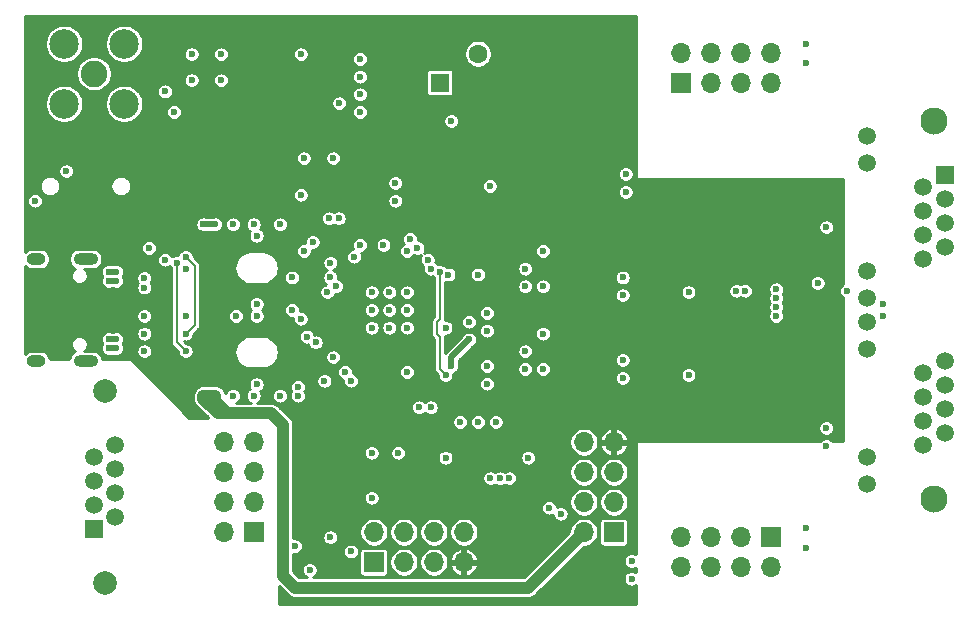
<source format=gbr>
G04 #@! TF.GenerationSoftware,KiCad,Pcbnew,5.1.5*
G04 #@! TF.CreationDate,2020-08-12T23:37:00+02:00*
G04 #@! TF.ProjectId,icE1usb,69634531-7573-4622-9e6b-696361645f70,rev?*
G04 #@! TF.SameCoordinates,Original*
G04 #@! TF.FileFunction,Copper,L3,Inr*
G04 #@! TF.FilePolarity,Positive*
%FSLAX46Y46*%
G04 Gerber Fmt 4.6, Leading zero omitted, Abs format (unit mm)*
G04 Created by KiCad (PCBNEW 5.1.5) date 2020-08-12 23:37:00*
%MOMM*%
%LPD*%
G04 APERTURE LIST*
%ADD10C,1.500000*%
%ADD11C,2.300000*%
%ADD12R,1.500000X1.500000*%
%ADD13C,1.600000*%
%ADD14R,1.600000X1.600000*%
%ADD15O,1.700000X1.700000*%
%ADD16R,1.700000X1.700000*%
%ADD17C,2.250000*%
%ADD18C,2.500000*%
%ADD19C,2.000000*%
%ADD20O,2.100000X1.000000*%
%ADD21O,1.600000X1.000000*%
%ADD22C,0.600000*%
%ADD23C,0.500000*%
%ADD24C,1.000000*%
%ADD25C,0.200000*%
%ADD26C,0.250000*%
G04 APERTURE END LIST*
D10*
X36000000Y-10411000D03*
X34220000Y-9395000D03*
X36000000Y-8379000D03*
X34220000Y-7363000D03*
X34220000Y-11427000D03*
X36000000Y-4315000D03*
X34220000Y-5331000D03*
X36000000Y-6347000D03*
X29400000Y-1015000D03*
X29400000Y-14735000D03*
X29400000Y-12445000D03*
X29400000Y-3305000D03*
X29400000Y1015000D03*
X29400000Y3305000D03*
X29400000Y12445000D03*
X29400000Y14735000D03*
D11*
X35110000Y16005000D03*
X35110000Y-15995000D03*
D10*
X34220000Y4323000D03*
X34220000Y6355000D03*
X34220000Y8387000D03*
X34220000Y10419000D03*
X36000000Y5339000D03*
X36000000Y7371000D03*
X36000000Y9403000D03*
D12*
X36000000Y11435000D03*
D13*
X-3500000Y21700000D03*
D14*
X-6750000Y19250000D03*
D15*
X5460000Y-11190000D03*
X8000000Y-11190000D03*
X5460000Y-13730000D03*
X8000000Y-13730000D03*
X5460000Y-16270000D03*
X8000000Y-16270000D03*
X5460000Y-18810000D03*
D16*
X8000000Y-18810000D03*
D15*
X-25020000Y-11190000D03*
X-22480000Y-11190000D03*
X-25020000Y-13730000D03*
X-22480000Y-13730000D03*
X-25020000Y-16270000D03*
X-22480000Y-16270000D03*
X-25020000Y-18810000D03*
D16*
X-22480000Y-18810000D03*
D17*
X-36000000Y20000000D03*
D18*
X-33460000Y22540000D03*
X-38540000Y22540000D03*
X-38540000Y17460000D03*
X-33460000Y17460000D03*
D15*
X13690000Y-21770000D03*
X13690000Y-19230000D03*
X16230000Y-21770000D03*
X16230000Y-19230000D03*
X18770000Y-21770000D03*
X18770000Y-19230000D03*
X21310000Y-21770000D03*
D16*
X21310000Y-19230000D03*
D15*
X21310000Y21770000D03*
X21310000Y19230000D03*
X18770000Y21770000D03*
X18770000Y19230000D03*
X16230000Y21770000D03*
X16230000Y19230000D03*
X13690000Y21770000D03*
D16*
X13690000Y19230000D03*
D15*
X-4700000Y-18810000D03*
X-4700000Y-21350000D03*
X-7240000Y-18810000D03*
X-7240000Y-21350000D03*
X-9780000Y-18810000D03*
X-9780000Y-21350000D03*
X-12320000Y-18810000D03*
D16*
X-12320000Y-21350000D03*
D19*
X-35110000Y-23140000D03*
X-35110000Y-6880000D03*
D10*
X-34220000Y-11430000D03*
X-34220000Y-13470000D03*
X-34220000Y-15510000D03*
X-34220000Y-17550000D03*
X-36000000Y-12450000D03*
X-36000000Y-14490000D03*
X-36000000Y-16530000D03*
D12*
X-36000000Y-18570000D03*
D20*
X-36720000Y-4320000D03*
X-36720000Y4320000D03*
D21*
X-40900000Y4320000D03*
X-40900000Y-4320000D03*
D22*
X-18500000Y21650000D03*
X-18500000Y9750000D03*
X-12500000Y-15905000D03*
X9500000Y-21250000D03*
X9500000Y-22750000D03*
X-9250000Y-6750000D03*
X-16000000Y-19250000D03*
X-14250000Y-20450000D03*
X3500000Y-17250000D03*
X2500000Y-16750000D03*
X-19000000Y-16750000D03*
X-19000000Y-20000000D03*
X-10250000Y-13365000D03*
X-12500000Y-12095000D03*
X-17750000Y-22000000D03*
X-17750000Y-19250000D03*
X-41000000Y9250000D03*
X-28250000Y-3500000D03*
X-28250000Y-2000000D03*
X-29000000Y4000000D03*
X-28250000Y4500000D03*
X-15750000Y-4000000D03*
X-16500000Y-6000000D03*
X-14750000Y-5250000D03*
X-9500000Y-5250000D03*
X-18000000Y-2250000D03*
X-17250000Y-2750000D03*
X-22250000Y6300000D03*
X-25750000Y7250000D03*
X-24250000Y7250000D03*
X-22500000Y7250000D03*
X-20250000Y7250000D03*
X-18750000Y7250000D03*
X-18750000Y8000000D03*
X-25750000Y-7250000D03*
X-24250000Y-7250000D03*
X-22500000Y-7250000D03*
X-18750000Y-6500000D03*
X-18750000Y-7250000D03*
X-20250000Y-7250000D03*
X26000000Y7000000D03*
X-12500000Y-1500000D03*
X-9500000Y-1500000D03*
X-9500000Y1500000D03*
X-12500000Y1500000D03*
X-9500000Y0D03*
X-11000000Y1500000D03*
X-11000000Y-1500000D03*
X-12500000Y0D03*
X-11000000Y0D03*
X-17500000Y5750000D03*
X-18250000Y5000000D03*
X-16000000Y4000000D03*
X-16000000Y4000000D03*
X-10500000Y16750000D03*
X-15250000Y22000000D03*
X-15250000Y20500000D03*
X-15250000Y19000000D03*
X-15250000Y17500000D03*
X-13500000Y16750000D03*
X-13500000Y19750000D03*
X-13500000Y21250000D03*
X-13500000Y18250000D03*
X-15750000Y12850000D03*
X-18250000Y12850000D03*
X-16100000Y7750000D03*
X-15300000Y7750000D03*
X-27750000Y19450000D03*
X-27750000Y21650000D03*
X-25250000Y21650000D03*
X-25250000Y19450000D03*
X-30000000Y18500000D03*
X-29250000Y16750000D03*
X6200000Y-22000000D03*
X-14000000Y4500000D03*
X-13500000Y5500000D03*
X-2500000Y10500000D03*
X-7250000Y16000000D03*
X-5750000Y16000000D03*
X-10500000Y10750000D03*
X-10500000Y9250000D03*
X-22250000Y-500000D03*
X-24000000Y-500000D03*
X-16250000Y1500000D03*
X-16000000Y2750000D03*
X-15500000Y2000000D03*
X-2450000Y-14250000D03*
X-1650000Y-14250000D03*
X-6250000Y-5500000D03*
X-2000000Y-9500000D03*
X-3500000Y-9500000D03*
X-6250000Y-12500000D03*
X-850000Y-14250000D03*
X750000Y-12500000D03*
X-5000000Y-9500000D03*
X-50000Y-14250000D03*
X-5000000Y3000000D03*
X-3500000Y3000000D03*
X-2750000Y-250000D03*
X-2750000Y-1750000D03*
X-19250000Y2750000D03*
X-19250000Y0D03*
X500000Y3500000D03*
X500000Y2000000D03*
X500000Y-5000000D03*
X500000Y-3500000D03*
X-34125000Y3250000D03*
X-34125000Y-3250000D03*
X-28250000Y3500000D03*
X-31750000Y-500000D03*
X-31750000Y-2000000D03*
X-31750000Y-3500000D03*
X30750000Y500000D03*
X19125000Y1625000D03*
X9000000Y11500000D03*
X9000000Y10000000D03*
X26000000Y-10000000D03*
X26000000Y-11500000D03*
X14325000Y1500000D03*
X14325000Y-5500000D03*
X18375000Y1625000D03*
X27750000Y1625000D03*
X25250000Y2275000D03*
X-34750000Y-3250000D03*
X-34750000Y3250000D03*
X-30000000Y4250000D03*
X-8500000Y-8250000D03*
X-2750000Y-4750000D03*
X-10250000Y-12095000D03*
X-9250000Y6000000D03*
X-8625000Y5250000D03*
X-9500000Y5000000D03*
X-22250000Y500000D03*
X-17750000Y2000000D03*
X-7750000Y-4250000D03*
X-7750000Y-4250000D03*
X-7750000Y-4250000D03*
X-7750000Y-4250000D03*
X9000000Y8500000D03*
X26000000Y-8500000D03*
X18375000Y-1625000D03*
X19125000Y-1625000D03*
X-24000000Y500000D03*
X14325000Y5500000D03*
X14325000Y-1500000D03*
X-14250000Y-6000000D03*
X-4250000Y-2500000D03*
X-5750000Y-4750000D03*
X-4250000Y-1000000D03*
X-18500000Y-750000D03*
X-2750000Y-6250000D03*
X-22250000Y-6300000D03*
X-34125000Y2450000D03*
X-34125000Y-2450000D03*
X-28250000Y-500000D03*
X-34750000Y-2450000D03*
X-34750000Y2450000D03*
X-26750000Y7250000D03*
X-26750000Y-7250000D03*
X24250000Y20875000D03*
X24250000Y22500000D03*
X24250000Y-20125000D03*
X24250000Y-18500000D03*
X21750000Y-500000D03*
X21750000Y1000000D03*
X21750000Y1750000D03*
X30750000Y-500000D03*
X-31750000Y2700000D03*
X-31350000Y5250000D03*
X-31750000Y1900000D03*
X-38350000Y11750000D03*
X2000000Y5000000D03*
X2000000Y-5000000D03*
X2000000Y2000000D03*
X2000000Y-2000000D03*
X-7500000Y-8250000D03*
X8750000Y2750000D03*
X-11500000Y5500000D03*
X-7500000Y3500000D03*
X8750000Y1250000D03*
X-6000000Y3000000D03*
X8750000Y-4250000D03*
X-7750000Y4250000D03*
X8750000Y-5750000D03*
X21750000Y250000D03*
X-6750000Y3250000D03*
X-6250000Y-1500000D03*
D23*
X-34750000Y3250000D02*
X-34125000Y3250000D01*
X-34750000Y-3250000D02*
X-34125000Y-3250000D01*
X-5750000Y-4000000D02*
X-4250000Y-2500000D01*
X-5750000Y-4750000D02*
X-5750000Y-4000000D01*
D24*
X-19000000Y-23500000D02*
X770000Y-23500000D01*
X-20000000Y-9750000D02*
X-20000000Y-22500000D01*
X770000Y-23500000D02*
X5460000Y-18810000D01*
X-20000000Y-22500000D02*
X-19000000Y-23500000D01*
X-21000000Y-8750000D02*
X-20000000Y-9750000D01*
X-26750000Y-7500000D02*
X-25500000Y-8750000D01*
X-26750000Y-7250000D02*
X-26750000Y-7500000D01*
X-25750000Y-8500000D02*
X-25500000Y-8750000D01*
X-25750000Y-7250000D02*
X-25750000Y-8500000D01*
X-25750000Y-7750000D02*
X-24750000Y-8750000D01*
X-25750000Y-7250000D02*
X-25750000Y-7750000D01*
X-25500000Y-8750000D02*
X-24750000Y-8750000D01*
X-24750000Y-8750000D02*
X-21000000Y-8750000D01*
X-26750000Y-7250000D02*
X-25750000Y-7250000D01*
D23*
X-34750000Y2450000D02*
X-34125000Y2450000D01*
X-34750000Y-2450000D02*
X-34125000Y-2450000D01*
X-26750000Y7250000D02*
X-25750000Y7250000D01*
D25*
X-29000000Y-2750000D02*
X-28250000Y-3500000D01*
X-29000000Y4000000D02*
X-29000000Y-2750000D01*
X-28250000Y-2000000D02*
X-27500000Y-1250000D01*
X-27500000Y3750000D02*
X-28250000Y4500000D01*
X-27500000Y-1250000D02*
X-27500000Y3750000D01*
X-6750000Y3250000D02*
X-6750000Y-750000D01*
X-6750000Y-750000D02*
X-7000000Y-1000000D01*
X-7000000Y-1000000D02*
X-7000000Y-2000000D01*
X-7000000Y-2000000D02*
X-6750000Y-2250000D01*
X-6750000Y-5000000D02*
X-6250000Y-5500000D01*
X-6750000Y-2250000D02*
X-6750000Y-5000000D01*
D26*
G36*
X9875000Y11250000D02*
G01*
X9877402Y11225614D01*
X9884515Y11202165D01*
X9896066Y11180554D01*
X9911612Y11161612D01*
X9930554Y11146066D01*
X9952165Y11134515D01*
X9975614Y11127402D01*
X10000000Y11125000D01*
X27375000Y11125000D01*
X27375000Y2186248D01*
X27319713Y2149307D01*
X27225693Y2055287D01*
X27151823Y1944732D01*
X27100940Y1821890D01*
X27075000Y1691482D01*
X27075000Y1558518D01*
X27100940Y1428110D01*
X27151823Y1305268D01*
X27225693Y1194713D01*
X27319713Y1100693D01*
X27375000Y1063752D01*
X27375000Y-11125000D01*
X26561248Y-11125000D01*
X26524307Y-11069713D01*
X26430287Y-10975693D01*
X26319732Y-10901823D01*
X26196890Y-10850940D01*
X26066482Y-10825000D01*
X25933518Y-10825000D01*
X25803110Y-10850940D01*
X25680268Y-10901823D01*
X25569713Y-10975693D01*
X25475693Y-11069713D01*
X25438752Y-11125000D01*
X10000000Y-11125000D01*
X9975614Y-11127402D01*
X9952165Y-11134515D01*
X9930554Y-11146066D01*
X9911612Y-11161612D01*
X9896066Y-11180554D01*
X9884515Y-11202165D01*
X9877402Y-11225614D01*
X9875000Y-11250000D01*
X9875000Y-20688752D01*
X9819732Y-20651823D01*
X9696890Y-20600940D01*
X9566482Y-20575000D01*
X9433518Y-20575000D01*
X9303110Y-20600940D01*
X9180268Y-20651823D01*
X9069713Y-20725693D01*
X8975693Y-20819713D01*
X8901823Y-20930268D01*
X8850940Y-21053110D01*
X8825000Y-21183518D01*
X8825000Y-21316482D01*
X8850940Y-21446890D01*
X8901823Y-21569732D01*
X8975693Y-21680287D01*
X9069713Y-21774307D01*
X9180268Y-21848177D01*
X9303110Y-21899060D01*
X9433518Y-21925000D01*
X9566482Y-21925000D01*
X9696890Y-21899060D01*
X9819732Y-21848177D01*
X9875000Y-21811248D01*
X9875000Y-22188752D01*
X9819732Y-22151823D01*
X9696890Y-22100940D01*
X9566482Y-22075000D01*
X9433518Y-22075000D01*
X9303110Y-22100940D01*
X9180268Y-22151823D01*
X9069713Y-22225693D01*
X8975693Y-22319713D01*
X8901823Y-22430268D01*
X8850940Y-22553110D01*
X8825000Y-22683518D01*
X8825000Y-22816482D01*
X8850940Y-22946890D01*
X8901823Y-23069732D01*
X8975693Y-23180287D01*
X9069713Y-23274307D01*
X9180268Y-23348177D01*
X9303110Y-23399060D01*
X9433518Y-23425000D01*
X9566482Y-23425000D01*
X9696890Y-23399060D01*
X9819732Y-23348177D01*
X9875000Y-23311248D01*
X9875000Y-24875000D01*
X-20375000Y-24875000D01*
X-20375000Y-23362436D01*
X-19649112Y-24088325D01*
X-19621712Y-24121712D01*
X-19516531Y-24208032D01*
X-19488476Y-24231056D01*
X-19336468Y-24312305D01*
X-19171530Y-24362339D01*
X-19000000Y-24379233D01*
X-18957021Y-24375000D01*
X727021Y-24375000D01*
X770000Y-24379233D01*
X812979Y-24375000D01*
X941530Y-24362339D01*
X1106468Y-24312305D01*
X1258476Y-24231056D01*
X1391712Y-24121712D01*
X1419117Y-24088319D01*
X5472437Y-20035000D01*
X5580652Y-20035000D01*
X5817319Y-19987924D01*
X6040255Y-19895581D01*
X6240892Y-19761519D01*
X6411519Y-19590892D01*
X6545581Y-19390255D01*
X6637924Y-19167319D01*
X6685000Y-18930652D01*
X6685000Y-18689348D01*
X6637924Y-18452681D01*
X6545581Y-18229745D01*
X6411519Y-18029108D01*
X6342411Y-17960000D01*
X6773186Y-17960000D01*
X6773186Y-19660000D01*
X6780426Y-19733513D01*
X6801869Y-19804200D01*
X6836691Y-19869347D01*
X6883552Y-19926448D01*
X6940653Y-19973309D01*
X7005800Y-20008131D01*
X7076487Y-20029574D01*
X7150000Y-20036814D01*
X8850000Y-20036814D01*
X8923513Y-20029574D01*
X8994200Y-20008131D01*
X9059347Y-19973309D01*
X9116448Y-19926448D01*
X9163309Y-19869347D01*
X9198131Y-19804200D01*
X9219574Y-19733513D01*
X9226814Y-19660000D01*
X9226814Y-17960000D01*
X9219574Y-17886487D01*
X9198131Y-17815800D01*
X9163309Y-17750653D01*
X9116448Y-17693552D01*
X9059347Y-17646691D01*
X8994200Y-17611869D01*
X8923513Y-17590426D01*
X8850000Y-17583186D01*
X7150000Y-17583186D01*
X7076487Y-17590426D01*
X7005800Y-17611869D01*
X6940653Y-17646691D01*
X6883552Y-17693552D01*
X6836691Y-17750653D01*
X6801869Y-17815800D01*
X6780426Y-17886487D01*
X6773186Y-17960000D01*
X6342411Y-17960000D01*
X6240892Y-17858481D01*
X6040255Y-17724419D01*
X5817319Y-17632076D01*
X5580652Y-17585000D01*
X5339348Y-17585000D01*
X5102681Y-17632076D01*
X4879745Y-17724419D01*
X4679108Y-17858481D01*
X4508481Y-18029108D01*
X4374419Y-18229745D01*
X4282076Y-18452681D01*
X4235000Y-18689348D01*
X4235000Y-18797563D01*
X407564Y-22625000D01*
X-17495024Y-22625000D01*
X-17430268Y-22598177D01*
X-17319713Y-22524307D01*
X-17225693Y-22430287D01*
X-17151823Y-22319732D01*
X-17100940Y-22196890D01*
X-17075000Y-22066482D01*
X-17075000Y-21933518D01*
X-17100940Y-21803110D01*
X-17151823Y-21680268D01*
X-17225693Y-21569713D01*
X-17319713Y-21475693D01*
X-17430268Y-21401823D01*
X-17553110Y-21350940D01*
X-17683518Y-21325000D01*
X-17816482Y-21325000D01*
X-17946890Y-21350940D01*
X-18069732Y-21401823D01*
X-18180287Y-21475693D01*
X-18274307Y-21569713D01*
X-18348177Y-21680268D01*
X-18399060Y-21803110D01*
X-18425000Y-21933518D01*
X-18425000Y-22066482D01*
X-18399060Y-22196890D01*
X-18348177Y-22319732D01*
X-18274307Y-22430287D01*
X-18180287Y-22524307D01*
X-18069732Y-22598177D01*
X-18004976Y-22625000D01*
X-18637563Y-22625000D01*
X-19125000Y-22137564D01*
X-19125000Y-20663360D01*
X-19066482Y-20675000D01*
X-18933518Y-20675000D01*
X-18803110Y-20649060D01*
X-18680268Y-20598177D01*
X-18569713Y-20524307D01*
X-18475693Y-20430287D01*
X-18444444Y-20383518D01*
X-14925000Y-20383518D01*
X-14925000Y-20516482D01*
X-14899060Y-20646890D01*
X-14848177Y-20769732D01*
X-14774307Y-20880287D01*
X-14680287Y-20974307D01*
X-14569732Y-21048177D01*
X-14446890Y-21099060D01*
X-14316482Y-21125000D01*
X-14183518Y-21125000D01*
X-14053110Y-21099060D01*
X-13930268Y-21048177D01*
X-13819713Y-20974307D01*
X-13725693Y-20880287D01*
X-13651823Y-20769732D01*
X-13600940Y-20646890D01*
X-13575000Y-20516482D01*
X-13575000Y-20500000D01*
X-13546814Y-20500000D01*
X-13546814Y-22200000D01*
X-13539574Y-22273513D01*
X-13518131Y-22344200D01*
X-13483309Y-22409347D01*
X-13436448Y-22466448D01*
X-13379347Y-22513309D01*
X-13314200Y-22548131D01*
X-13243513Y-22569574D01*
X-13170000Y-22576814D01*
X-11470000Y-22576814D01*
X-11396487Y-22569574D01*
X-11325800Y-22548131D01*
X-11260653Y-22513309D01*
X-11203552Y-22466448D01*
X-11156691Y-22409347D01*
X-11121869Y-22344200D01*
X-11100426Y-22273513D01*
X-11093186Y-22200000D01*
X-11093186Y-21229348D01*
X-11005000Y-21229348D01*
X-11005000Y-21470652D01*
X-10957924Y-21707319D01*
X-10865581Y-21930255D01*
X-10731519Y-22130892D01*
X-10560892Y-22301519D01*
X-10360255Y-22435581D01*
X-10137319Y-22527924D01*
X-9900652Y-22575000D01*
X-9659348Y-22575000D01*
X-9422681Y-22527924D01*
X-9199745Y-22435581D01*
X-8999108Y-22301519D01*
X-8828481Y-22130892D01*
X-8694419Y-21930255D01*
X-8602076Y-21707319D01*
X-8555000Y-21470652D01*
X-8555000Y-21229348D01*
X-8465000Y-21229348D01*
X-8465000Y-21470652D01*
X-8417924Y-21707319D01*
X-8325581Y-21930255D01*
X-8191519Y-22130892D01*
X-8020892Y-22301519D01*
X-7820255Y-22435581D01*
X-7597319Y-22527924D01*
X-7360652Y-22575000D01*
X-7119348Y-22575000D01*
X-6882681Y-22527924D01*
X-6659745Y-22435581D01*
X-6459108Y-22301519D01*
X-6288481Y-22130892D01*
X-6154419Y-21930255D01*
X-6062076Y-21707319D01*
X-6053479Y-21664094D01*
X-5884055Y-21664094D01*
X-5800027Y-21889056D01*
X-5673726Y-22093303D01*
X-5510005Y-22268985D01*
X-5315156Y-22409351D01*
X-5096667Y-22509007D01*
X-5014093Y-22534049D01*
X-4825000Y-22474323D01*
X-4825000Y-21475000D01*
X-4575000Y-21475000D01*
X-4575000Y-22474323D01*
X-4385907Y-22534049D01*
X-4303333Y-22509007D01*
X-4084844Y-22409351D01*
X-3889995Y-22268985D01*
X-3726274Y-22093303D01*
X-3599973Y-21889056D01*
X-3515945Y-21664094D01*
X-3575138Y-21475000D01*
X-4575000Y-21475000D01*
X-4825000Y-21475000D01*
X-5824862Y-21475000D01*
X-5884055Y-21664094D01*
X-6053479Y-21664094D01*
X-6015000Y-21470652D01*
X-6015000Y-21229348D01*
X-6053478Y-21035906D01*
X-5884055Y-21035906D01*
X-5824862Y-21225000D01*
X-4825000Y-21225000D01*
X-4825000Y-20225677D01*
X-4575000Y-20225677D01*
X-4575000Y-21225000D01*
X-3575138Y-21225000D01*
X-3515945Y-21035906D01*
X-3599973Y-20810944D01*
X-3726274Y-20606697D01*
X-3889995Y-20431015D01*
X-4084844Y-20290649D01*
X-4303333Y-20190993D01*
X-4385907Y-20165951D01*
X-4575000Y-20225677D01*
X-4825000Y-20225677D01*
X-5014093Y-20165951D01*
X-5096667Y-20190993D01*
X-5315156Y-20290649D01*
X-5510005Y-20431015D01*
X-5673726Y-20606697D01*
X-5800027Y-20810944D01*
X-5884055Y-21035906D01*
X-6053478Y-21035906D01*
X-6062076Y-20992681D01*
X-6154419Y-20769745D01*
X-6288481Y-20569108D01*
X-6459108Y-20398481D01*
X-6659745Y-20264419D01*
X-6882681Y-20172076D01*
X-7119348Y-20125000D01*
X-7360652Y-20125000D01*
X-7597319Y-20172076D01*
X-7820255Y-20264419D01*
X-8020892Y-20398481D01*
X-8191519Y-20569108D01*
X-8325581Y-20769745D01*
X-8417924Y-20992681D01*
X-8465000Y-21229348D01*
X-8555000Y-21229348D01*
X-8602076Y-20992681D01*
X-8694419Y-20769745D01*
X-8828481Y-20569108D01*
X-8999108Y-20398481D01*
X-9199745Y-20264419D01*
X-9422681Y-20172076D01*
X-9659348Y-20125000D01*
X-9900652Y-20125000D01*
X-10137319Y-20172076D01*
X-10360255Y-20264419D01*
X-10560892Y-20398481D01*
X-10731519Y-20569108D01*
X-10865581Y-20769745D01*
X-10957924Y-20992681D01*
X-11005000Y-21229348D01*
X-11093186Y-21229348D01*
X-11093186Y-20500000D01*
X-11100426Y-20426487D01*
X-11121869Y-20355800D01*
X-11156691Y-20290653D01*
X-11203552Y-20233552D01*
X-11260653Y-20186691D01*
X-11325800Y-20151869D01*
X-11396487Y-20130426D01*
X-11470000Y-20123186D01*
X-13170000Y-20123186D01*
X-13243513Y-20130426D01*
X-13314200Y-20151869D01*
X-13379347Y-20186691D01*
X-13436448Y-20233552D01*
X-13483309Y-20290653D01*
X-13518131Y-20355800D01*
X-13539574Y-20426487D01*
X-13546814Y-20500000D01*
X-13575000Y-20500000D01*
X-13575000Y-20383518D01*
X-13600940Y-20253110D01*
X-13651823Y-20130268D01*
X-13725693Y-20019713D01*
X-13819713Y-19925693D01*
X-13930268Y-19851823D01*
X-14053110Y-19800940D01*
X-14183518Y-19775000D01*
X-14316482Y-19775000D01*
X-14446890Y-19800940D01*
X-14569732Y-19851823D01*
X-14680287Y-19925693D01*
X-14774307Y-20019713D01*
X-14848177Y-20130268D01*
X-14899060Y-20253110D01*
X-14925000Y-20383518D01*
X-18444444Y-20383518D01*
X-18401823Y-20319732D01*
X-18350940Y-20196890D01*
X-18325000Y-20066482D01*
X-18325000Y-19933518D01*
X-18350940Y-19803110D01*
X-18401823Y-19680268D01*
X-18475693Y-19569713D01*
X-18569713Y-19475693D01*
X-18680268Y-19401823D01*
X-18803110Y-19350940D01*
X-18933518Y-19325000D01*
X-19066482Y-19325000D01*
X-19125000Y-19336640D01*
X-19125000Y-19183518D01*
X-16675000Y-19183518D01*
X-16675000Y-19316482D01*
X-16649060Y-19446890D01*
X-16598177Y-19569732D01*
X-16524307Y-19680287D01*
X-16430287Y-19774307D01*
X-16319732Y-19848177D01*
X-16196890Y-19899060D01*
X-16066482Y-19925000D01*
X-15933518Y-19925000D01*
X-15803110Y-19899060D01*
X-15680268Y-19848177D01*
X-15569713Y-19774307D01*
X-15475693Y-19680287D01*
X-15401823Y-19569732D01*
X-15350940Y-19446890D01*
X-15325000Y-19316482D01*
X-15325000Y-19183518D01*
X-15350940Y-19053110D01*
X-15401823Y-18930268D01*
X-15475693Y-18819713D01*
X-15569713Y-18725693D01*
X-15624107Y-18689348D01*
X-13545000Y-18689348D01*
X-13545000Y-18930652D01*
X-13497924Y-19167319D01*
X-13405581Y-19390255D01*
X-13271519Y-19590892D01*
X-13100892Y-19761519D01*
X-12900255Y-19895581D01*
X-12677319Y-19987924D01*
X-12440652Y-20035000D01*
X-12199348Y-20035000D01*
X-11962681Y-19987924D01*
X-11739745Y-19895581D01*
X-11539108Y-19761519D01*
X-11368481Y-19590892D01*
X-11234419Y-19390255D01*
X-11142076Y-19167319D01*
X-11095000Y-18930652D01*
X-11095000Y-18689348D01*
X-11005000Y-18689348D01*
X-11005000Y-18930652D01*
X-10957924Y-19167319D01*
X-10865581Y-19390255D01*
X-10731519Y-19590892D01*
X-10560892Y-19761519D01*
X-10360255Y-19895581D01*
X-10137319Y-19987924D01*
X-9900652Y-20035000D01*
X-9659348Y-20035000D01*
X-9422681Y-19987924D01*
X-9199745Y-19895581D01*
X-8999108Y-19761519D01*
X-8828481Y-19590892D01*
X-8694419Y-19390255D01*
X-8602076Y-19167319D01*
X-8555000Y-18930652D01*
X-8555000Y-18689348D01*
X-8465000Y-18689348D01*
X-8465000Y-18930652D01*
X-8417924Y-19167319D01*
X-8325581Y-19390255D01*
X-8191519Y-19590892D01*
X-8020892Y-19761519D01*
X-7820255Y-19895581D01*
X-7597319Y-19987924D01*
X-7360652Y-20035000D01*
X-7119348Y-20035000D01*
X-6882681Y-19987924D01*
X-6659745Y-19895581D01*
X-6459108Y-19761519D01*
X-6288481Y-19590892D01*
X-6154419Y-19390255D01*
X-6062076Y-19167319D01*
X-6015000Y-18930652D01*
X-6015000Y-18689348D01*
X-5925000Y-18689348D01*
X-5925000Y-18930652D01*
X-5877924Y-19167319D01*
X-5785581Y-19390255D01*
X-5651519Y-19590892D01*
X-5480892Y-19761519D01*
X-5280255Y-19895581D01*
X-5057319Y-19987924D01*
X-4820652Y-20035000D01*
X-4579348Y-20035000D01*
X-4342681Y-19987924D01*
X-4119745Y-19895581D01*
X-3919108Y-19761519D01*
X-3748481Y-19590892D01*
X-3614419Y-19390255D01*
X-3522076Y-19167319D01*
X-3475000Y-18930652D01*
X-3475000Y-18689348D01*
X-3522076Y-18452681D01*
X-3614419Y-18229745D01*
X-3748481Y-18029108D01*
X-3919108Y-17858481D01*
X-4119745Y-17724419D01*
X-4342681Y-17632076D01*
X-4579348Y-17585000D01*
X-4820652Y-17585000D01*
X-5057319Y-17632076D01*
X-5280255Y-17724419D01*
X-5480892Y-17858481D01*
X-5651519Y-18029108D01*
X-5785581Y-18229745D01*
X-5877924Y-18452681D01*
X-5925000Y-18689348D01*
X-6015000Y-18689348D01*
X-6062076Y-18452681D01*
X-6154419Y-18229745D01*
X-6288481Y-18029108D01*
X-6459108Y-17858481D01*
X-6659745Y-17724419D01*
X-6882681Y-17632076D01*
X-7119348Y-17585000D01*
X-7360652Y-17585000D01*
X-7597319Y-17632076D01*
X-7820255Y-17724419D01*
X-8020892Y-17858481D01*
X-8191519Y-18029108D01*
X-8325581Y-18229745D01*
X-8417924Y-18452681D01*
X-8465000Y-18689348D01*
X-8555000Y-18689348D01*
X-8602076Y-18452681D01*
X-8694419Y-18229745D01*
X-8828481Y-18029108D01*
X-8999108Y-17858481D01*
X-9199745Y-17724419D01*
X-9422681Y-17632076D01*
X-9659348Y-17585000D01*
X-9900652Y-17585000D01*
X-10137319Y-17632076D01*
X-10360255Y-17724419D01*
X-10560892Y-17858481D01*
X-10731519Y-18029108D01*
X-10865581Y-18229745D01*
X-10957924Y-18452681D01*
X-11005000Y-18689348D01*
X-11095000Y-18689348D01*
X-11142076Y-18452681D01*
X-11234419Y-18229745D01*
X-11368481Y-18029108D01*
X-11539108Y-17858481D01*
X-11739745Y-17724419D01*
X-11962681Y-17632076D01*
X-12199348Y-17585000D01*
X-12440652Y-17585000D01*
X-12677319Y-17632076D01*
X-12900255Y-17724419D01*
X-13100892Y-17858481D01*
X-13271519Y-18029108D01*
X-13405581Y-18229745D01*
X-13497924Y-18452681D01*
X-13545000Y-18689348D01*
X-15624107Y-18689348D01*
X-15680268Y-18651823D01*
X-15803110Y-18600940D01*
X-15933518Y-18575000D01*
X-16066482Y-18575000D01*
X-16196890Y-18600940D01*
X-16319732Y-18651823D01*
X-16430287Y-18725693D01*
X-16524307Y-18819713D01*
X-16598177Y-18930268D01*
X-16649060Y-19053110D01*
X-16675000Y-19183518D01*
X-19125000Y-19183518D01*
X-19125000Y-16683518D01*
X1825000Y-16683518D01*
X1825000Y-16816482D01*
X1850940Y-16946890D01*
X1901823Y-17069732D01*
X1975693Y-17180287D01*
X2069713Y-17274307D01*
X2180268Y-17348177D01*
X2303110Y-17399060D01*
X2433518Y-17425000D01*
X2566482Y-17425000D01*
X2696890Y-17399060D01*
X2819732Y-17348177D01*
X2829947Y-17341352D01*
X2850940Y-17446890D01*
X2901823Y-17569732D01*
X2975693Y-17680287D01*
X3069713Y-17774307D01*
X3180268Y-17848177D01*
X3303110Y-17899060D01*
X3433518Y-17925000D01*
X3566482Y-17925000D01*
X3696890Y-17899060D01*
X3819732Y-17848177D01*
X3930287Y-17774307D01*
X4024307Y-17680287D01*
X4098177Y-17569732D01*
X4149060Y-17446890D01*
X4175000Y-17316482D01*
X4175000Y-17183518D01*
X4149060Y-17053110D01*
X4098177Y-16930268D01*
X4024307Y-16819713D01*
X3930287Y-16725693D01*
X3819732Y-16651823D01*
X3696890Y-16600940D01*
X3566482Y-16575000D01*
X3433518Y-16575000D01*
X3303110Y-16600940D01*
X3180268Y-16651823D01*
X3170053Y-16658648D01*
X3149060Y-16553110D01*
X3098177Y-16430268D01*
X3024307Y-16319713D01*
X2930287Y-16225693D01*
X2819732Y-16151823D01*
X2813757Y-16149348D01*
X4235000Y-16149348D01*
X4235000Y-16390652D01*
X4282076Y-16627319D01*
X4374419Y-16850255D01*
X4508481Y-17050892D01*
X4679108Y-17221519D01*
X4879745Y-17355581D01*
X5102681Y-17447924D01*
X5339348Y-17495000D01*
X5580652Y-17495000D01*
X5817319Y-17447924D01*
X6040255Y-17355581D01*
X6240892Y-17221519D01*
X6411519Y-17050892D01*
X6545581Y-16850255D01*
X6637924Y-16627319D01*
X6685000Y-16390652D01*
X6685000Y-16149348D01*
X6775000Y-16149348D01*
X6775000Y-16390652D01*
X6822076Y-16627319D01*
X6914419Y-16850255D01*
X7048481Y-17050892D01*
X7219108Y-17221519D01*
X7419745Y-17355581D01*
X7642681Y-17447924D01*
X7879348Y-17495000D01*
X8120652Y-17495000D01*
X8357319Y-17447924D01*
X8580255Y-17355581D01*
X8780892Y-17221519D01*
X8951519Y-17050892D01*
X9085581Y-16850255D01*
X9177924Y-16627319D01*
X9225000Y-16390652D01*
X9225000Y-16149348D01*
X9177924Y-15912681D01*
X9085581Y-15689745D01*
X8951519Y-15489108D01*
X8780892Y-15318481D01*
X8580255Y-15184419D01*
X8357319Y-15092076D01*
X8120652Y-15045000D01*
X7879348Y-15045000D01*
X7642681Y-15092076D01*
X7419745Y-15184419D01*
X7219108Y-15318481D01*
X7048481Y-15489108D01*
X6914419Y-15689745D01*
X6822076Y-15912681D01*
X6775000Y-16149348D01*
X6685000Y-16149348D01*
X6637924Y-15912681D01*
X6545581Y-15689745D01*
X6411519Y-15489108D01*
X6240892Y-15318481D01*
X6040255Y-15184419D01*
X5817319Y-15092076D01*
X5580652Y-15045000D01*
X5339348Y-15045000D01*
X5102681Y-15092076D01*
X4879745Y-15184419D01*
X4679108Y-15318481D01*
X4508481Y-15489108D01*
X4374419Y-15689745D01*
X4282076Y-15912681D01*
X4235000Y-16149348D01*
X2813757Y-16149348D01*
X2696890Y-16100940D01*
X2566482Y-16075000D01*
X2433518Y-16075000D01*
X2303110Y-16100940D01*
X2180268Y-16151823D01*
X2069713Y-16225693D01*
X1975693Y-16319713D01*
X1901823Y-16430268D01*
X1850940Y-16553110D01*
X1825000Y-16683518D01*
X-19125000Y-16683518D01*
X-19125000Y-15838518D01*
X-13175000Y-15838518D01*
X-13175000Y-15971482D01*
X-13149060Y-16101890D01*
X-13098177Y-16224732D01*
X-13024307Y-16335287D01*
X-12930287Y-16429307D01*
X-12819732Y-16503177D01*
X-12696890Y-16554060D01*
X-12566482Y-16580000D01*
X-12433518Y-16580000D01*
X-12303110Y-16554060D01*
X-12180268Y-16503177D01*
X-12069713Y-16429307D01*
X-11975693Y-16335287D01*
X-11901823Y-16224732D01*
X-11850940Y-16101890D01*
X-11825000Y-15971482D01*
X-11825000Y-15838518D01*
X-11850940Y-15708110D01*
X-11901823Y-15585268D01*
X-11975693Y-15474713D01*
X-12069713Y-15380693D01*
X-12180268Y-15306823D01*
X-12303110Y-15255940D01*
X-12433518Y-15230000D01*
X-12566482Y-15230000D01*
X-12696890Y-15255940D01*
X-12819732Y-15306823D01*
X-12930287Y-15380693D01*
X-13024307Y-15474713D01*
X-13098177Y-15585268D01*
X-13149060Y-15708110D01*
X-13175000Y-15838518D01*
X-19125000Y-15838518D01*
X-19125000Y-14183518D01*
X-3125000Y-14183518D01*
X-3125000Y-14316482D01*
X-3099060Y-14446890D01*
X-3048177Y-14569732D01*
X-2974307Y-14680287D01*
X-2880287Y-14774307D01*
X-2769732Y-14848177D01*
X-2646890Y-14899060D01*
X-2516482Y-14925000D01*
X-2383518Y-14925000D01*
X-2253110Y-14899060D01*
X-2130268Y-14848177D01*
X-2050000Y-14794544D01*
X-1969732Y-14848177D01*
X-1846890Y-14899060D01*
X-1716482Y-14925000D01*
X-1583518Y-14925000D01*
X-1453110Y-14899060D01*
X-1330268Y-14848177D01*
X-1250000Y-14794544D01*
X-1169732Y-14848177D01*
X-1046890Y-14899060D01*
X-916482Y-14925000D01*
X-783518Y-14925000D01*
X-653110Y-14899060D01*
X-530268Y-14848177D01*
X-419713Y-14774307D01*
X-325693Y-14680287D01*
X-251823Y-14569732D01*
X-200940Y-14446890D01*
X-175000Y-14316482D01*
X-175000Y-14183518D01*
X-200940Y-14053110D01*
X-251823Y-13930268D01*
X-325693Y-13819713D01*
X-419713Y-13725693D01*
X-530268Y-13651823D01*
X-632811Y-13609348D01*
X4235000Y-13609348D01*
X4235000Y-13850652D01*
X4282076Y-14087319D01*
X4374419Y-14310255D01*
X4508481Y-14510892D01*
X4679108Y-14681519D01*
X4879745Y-14815581D01*
X5102681Y-14907924D01*
X5339348Y-14955000D01*
X5580652Y-14955000D01*
X5817319Y-14907924D01*
X6040255Y-14815581D01*
X6240892Y-14681519D01*
X6411519Y-14510892D01*
X6545581Y-14310255D01*
X6637924Y-14087319D01*
X6685000Y-13850652D01*
X6685000Y-13609348D01*
X6775000Y-13609348D01*
X6775000Y-13850652D01*
X6822076Y-14087319D01*
X6914419Y-14310255D01*
X7048481Y-14510892D01*
X7219108Y-14681519D01*
X7419745Y-14815581D01*
X7642681Y-14907924D01*
X7879348Y-14955000D01*
X8120652Y-14955000D01*
X8357319Y-14907924D01*
X8580255Y-14815581D01*
X8780892Y-14681519D01*
X8951519Y-14510892D01*
X9085581Y-14310255D01*
X9177924Y-14087319D01*
X9225000Y-13850652D01*
X9225000Y-13609348D01*
X9177924Y-13372681D01*
X9085581Y-13149745D01*
X8951519Y-12949108D01*
X8780892Y-12778481D01*
X8580255Y-12644419D01*
X8357319Y-12552076D01*
X8120652Y-12505000D01*
X7879348Y-12505000D01*
X7642681Y-12552076D01*
X7419745Y-12644419D01*
X7219108Y-12778481D01*
X7048481Y-12949108D01*
X6914419Y-13149745D01*
X6822076Y-13372681D01*
X6775000Y-13609348D01*
X6685000Y-13609348D01*
X6637924Y-13372681D01*
X6545581Y-13149745D01*
X6411519Y-12949108D01*
X6240892Y-12778481D01*
X6040255Y-12644419D01*
X5817319Y-12552076D01*
X5580652Y-12505000D01*
X5339348Y-12505000D01*
X5102681Y-12552076D01*
X4879745Y-12644419D01*
X4679108Y-12778481D01*
X4508481Y-12949108D01*
X4374419Y-13149745D01*
X4282076Y-13372681D01*
X4235000Y-13609348D01*
X-632811Y-13609348D01*
X-653110Y-13600940D01*
X-783518Y-13575000D01*
X-916482Y-13575000D01*
X-1046890Y-13600940D01*
X-1169732Y-13651823D01*
X-1250000Y-13705456D01*
X-1330268Y-13651823D01*
X-1453110Y-13600940D01*
X-1583518Y-13575000D01*
X-1716482Y-13575000D01*
X-1846890Y-13600940D01*
X-1969732Y-13651823D01*
X-2050000Y-13705456D01*
X-2130268Y-13651823D01*
X-2253110Y-13600940D01*
X-2383518Y-13575000D01*
X-2516482Y-13575000D01*
X-2646890Y-13600940D01*
X-2769732Y-13651823D01*
X-2880287Y-13725693D01*
X-2974307Y-13819713D01*
X-3048177Y-13930268D01*
X-3099060Y-14053110D01*
X-3125000Y-14183518D01*
X-19125000Y-14183518D01*
X-19125000Y-12028518D01*
X-13175000Y-12028518D01*
X-13175000Y-12161482D01*
X-13149060Y-12291890D01*
X-13098177Y-12414732D01*
X-13024307Y-12525287D01*
X-12930287Y-12619307D01*
X-12819732Y-12693177D01*
X-12696890Y-12744060D01*
X-12566482Y-12770000D01*
X-12433518Y-12770000D01*
X-12303110Y-12744060D01*
X-12180268Y-12693177D01*
X-12069713Y-12619307D01*
X-11975693Y-12525287D01*
X-11901823Y-12414732D01*
X-11850940Y-12291890D01*
X-11825000Y-12161482D01*
X-11825000Y-12028518D01*
X-10925000Y-12028518D01*
X-10925000Y-12161482D01*
X-10899060Y-12291890D01*
X-10848177Y-12414732D01*
X-10774307Y-12525287D01*
X-10680287Y-12619307D01*
X-10569732Y-12693177D01*
X-10446890Y-12744060D01*
X-10316482Y-12770000D01*
X-10183518Y-12770000D01*
X-10053110Y-12744060D01*
X-9930268Y-12693177D01*
X-9819713Y-12619307D01*
X-9725693Y-12525287D01*
X-9664376Y-12433518D01*
X-6925000Y-12433518D01*
X-6925000Y-12566482D01*
X-6899060Y-12696890D01*
X-6848177Y-12819732D01*
X-6774307Y-12930287D01*
X-6680287Y-13024307D01*
X-6569732Y-13098177D01*
X-6446890Y-13149060D01*
X-6316482Y-13175000D01*
X-6183518Y-13175000D01*
X-6053110Y-13149060D01*
X-5930268Y-13098177D01*
X-5819713Y-13024307D01*
X-5725693Y-12930287D01*
X-5651823Y-12819732D01*
X-5600940Y-12696890D01*
X-5575000Y-12566482D01*
X-5575000Y-12433518D01*
X75000Y-12433518D01*
X75000Y-12566482D01*
X100940Y-12696890D01*
X151823Y-12819732D01*
X225693Y-12930287D01*
X319713Y-13024307D01*
X430268Y-13098177D01*
X553110Y-13149060D01*
X683518Y-13175000D01*
X816482Y-13175000D01*
X946890Y-13149060D01*
X1069732Y-13098177D01*
X1180287Y-13024307D01*
X1274307Y-12930287D01*
X1348177Y-12819732D01*
X1399060Y-12696890D01*
X1425000Y-12566482D01*
X1425000Y-12433518D01*
X1399060Y-12303110D01*
X1348177Y-12180268D01*
X1274307Y-12069713D01*
X1180287Y-11975693D01*
X1069732Y-11901823D01*
X946890Y-11850940D01*
X816482Y-11825000D01*
X683518Y-11825000D01*
X553110Y-11850940D01*
X430268Y-11901823D01*
X319713Y-11975693D01*
X225693Y-12069713D01*
X151823Y-12180268D01*
X100940Y-12303110D01*
X75000Y-12433518D01*
X-5575000Y-12433518D01*
X-5600940Y-12303110D01*
X-5651823Y-12180268D01*
X-5725693Y-12069713D01*
X-5819713Y-11975693D01*
X-5930268Y-11901823D01*
X-6053110Y-11850940D01*
X-6183518Y-11825000D01*
X-6316482Y-11825000D01*
X-6446890Y-11850940D01*
X-6569732Y-11901823D01*
X-6680287Y-11975693D01*
X-6774307Y-12069713D01*
X-6848177Y-12180268D01*
X-6899060Y-12303110D01*
X-6925000Y-12433518D01*
X-9664376Y-12433518D01*
X-9651823Y-12414732D01*
X-9600940Y-12291890D01*
X-9575000Y-12161482D01*
X-9575000Y-12028518D01*
X-9600940Y-11898110D01*
X-9651823Y-11775268D01*
X-9725693Y-11664713D01*
X-9819713Y-11570693D01*
X-9930268Y-11496823D01*
X-10053110Y-11445940D01*
X-10183518Y-11420000D01*
X-10316482Y-11420000D01*
X-10446890Y-11445940D01*
X-10569732Y-11496823D01*
X-10680287Y-11570693D01*
X-10774307Y-11664713D01*
X-10848177Y-11775268D01*
X-10899060Y-11898110D01*
X-10925000Y-12028518D01*
X-11825000Y-12028518D01*
X-11850940Y-11898110D01*
X-11901823Y-11775268D01*
X-11975693Y-11664713D01*
X-12069713Y-11570693D01*
X-12180268Y-11496823D01*
X-12303110Y-11445940D01*
X-12433518Y-11420000D01*
X-12566482Y-11420000D01*
X-12696890Y-11445940D01*
X-12819732Y-11496823D01*
X-12930287Y-11570693D01*
X-13024307Y-11664713D01*
X-13098177Y-11775268D01*
X-13149060Y-11898110D01*
X-13175000Y-12028518D01*
X-19125000Y-12028518D01*
X-19125000Y-11069348D01*
X4235000Y-11069348D01*
X4235000Y-11310652D01*
X4282076Y-11547319D01*
X4374419Y-11770255D01*
X4508481Y-11970892D01*
X4679108Y-12141519D01*
X4879745Y-12275581D01*
X5102681Y-12367924D01*
X5339348Y-12415000D01*
X5580652Y-12415000D01*
X5817319Y-12367924D01*
X6040255Y-12275581D01*
X6240892Y-12141519D01*
X6411519Y-11970892D01*
X6545581Y-11770255D01*
X6637924Y-11547319D01*
X6646522Y-11504093D01*
X6815951Y-11504093D01*
X6840993Y-11586667D01*
X6940649Y-11805156D01*
X7081015Y-12000005D01*
X7256697Y-12163726D01*
X7460944Y-12290027D01*
X7685906Y-12374055D01*
X7875000Y-12314862D01*
X7875000Y-11315000D01*
X8125000Y-11315000D01*
X8125000Y-12314862D01*
X8314094Y-12374055D01*
X8539056Y-12290027D01*
X8743303Y-12163726D01*
X8918985Y-12000005D01*
X9059351Y-11805156D01*
X9159007Y-11586667D01*
X9184049Y-11504093D01*
X9124323Y-11315000D01*
X8125000Y-11315000D01*
X7875000Y-11315000D01*
X6875677Y-11315000D01*
X6815951Y-11504093D01*
X6646522Y-11504093D01*
X6685000Y-11310652D01*
X6685000Y-11069348D01*
X6646523Y-10875907D01*
X6815951Y-10875907D01*
X6875677Y-11065000D01*
X7875000Y-11065000D01*
X7875000Y-10065138D01*
X8125000Y-10065138D01*
X8125000Y-11065000D01*
X9124323Y-11065000D01*
X9184049Y-10875907D01*
X9159007Y-10793333D01*
X9059351Y-10574844D01*
X8918985Y-10379995D01*
X8743303Y-10216274D01*
X8539056Y-10089973D01*
X8314094Y-10005945D01*
X8125000Y-10065138D01*
X7875000Y-10065138D01*
X7685906Y-10005945D01*
X7460944Y-10089973D01*
X7256697Y-10216274D01*
X7081015Y-10379995D01*
X6940649Y-10574844D01*
X6840993Y-10793333D01*
X6815951Y-10875907D01*
X6646523Y-10875907D01*
X6637924Y-10832681D01*
X6545581Y-10609745D01*
X6411519Y-10409108D01*
X6240892Y-10238481D01*
X6040255Y-10104419D01*
X5817319Y-10012076D01*
X5580652Y-9965000D01*
X5339348Y-9965000D01*
X5102681Y-10012076D01*
X4879745Y-10104419D01*
X4679108Y-10238481D01*
X4508481Y-10409108D01*
X4374419Y-10609745D01*
X4282076Y-10832681D01*
X4235000Y-11069348D01*
X-19125000Y-11069348D01*
X-19125000Y-9792979D01*
X-19120767Y-9750000D01*
X-19137661Y-9578470D01*
X-19181632Y-9433518D01*
X-5675000Y-9433518D01*
X-5675000Y-9566482D01*
X-5649060Y-9696890D01*
X-5598177Y-9819732D01*
X-5524307Y-9930287D01*
X-5430287Y-10024307D01*
X-5319732Y-10098177D01*
X-5196890Y-10149060D01*
X-5066482Y-10175000D01*
X-4933518Y-10175000D01*
X-4803110Y-10149060D01*
X-4680268Y-10098177D01*
X-4569713Y-10024307D01*
X-4475693Y-9930287D01*
X-4401823Y-9819732D01*
X-4350940Y-9696890D01*
X-4325000Y-9566482D01*
X-4325000Y-9433518D01*
X-4175000Y-9433518D01*
X-4175000Y-9566482D01*
X-4149060Y-9696890D01*
X-4098177Y-9819732D01*
X-4024307Y-9930287D01*
X-3930287Y-10024307D01*
X-3819732Y-10098177D01*
X-3696890Y-10149060D01*
X-3566482Y-10175000D01*
X-3433518Y-10175000D01*
X-3303110Y-10149060D01*
X-3180268Y-10098177D01*
X-3069713Y-10024307D01*
X-2975693Y-9930287D01*
X-2901823Y-9819732D01*
X-2850940Y-9696890D01*
X-2825000Y-9566482D01*
X-2825000Y-9433518D01*
X-2675000Y-9433518D01*
X-2675000Y-9566482D01*
X-2649060Y-9696890D01*
X-2598177Y-9819732D01*
X-2524307Y-9930287D01*
X-2430287Y-10024307D01*
X-2319732Y-10098177D01*
X-2196890Y-10149060D01*
X-2066482Y-10175000D01*
X-1933518Y-10175000D01*
X-1803110Y-10149060D01*
X-1680268Y-10098177D01*
X-1569713Y-10024307D01*
X-1478924Y-9933518D01*
X25325000Y-9933518D01*
X25325000Y-10066482D01*
X25350940Y-10196890D01*
X25401823Y-10319732D01*
X25475693Y-10430287D01*
X25569713Y-10524307D01*
X25680268Y-10598177D01*
X25803110Y-10649060D01*
X25933518Y-10675000D01*
X26066482Y-10675000D01*
X26196890Y-10649060D01*
X26319732Y-10598177D01*
X26430287Y-10524307D01*
X26524307Y-10430287D01*
X26598177Y-10319732D01*
X26649060Y-10196890D01*
X26675000Y-10066482D01*
X26675000Y-9933518D01*
X26649060Y-9803110D01*
X26598177Y-9680268D01*
X26524307Y-9569713D01*
X26430287Y-9475693D01*
X26319732Y-9401823D01*
X26196890Y-9350940D01*
X26066482Y-9325000D01*
X25933518Y-9325000D01*
X25803110Y-9350940D01*
X25680268Y-9401823D01*
X25569713Y-9475693D01*
X25475693Y-9569713D01*
X25401823Y-9680268D01*
X25350940Y-9803110D01*
X25325000Y-9933518D01*
X-1478924Y-9933518D01*
X-1475693Y-9930287D01*
X-1401823Y-9819732D01*
X-1350940Y-9696890D01*
X-1325000Y-9566482D01*
X-1325000Y-9433518D01*
X-1350940Y-9303110D01*
X-1401823Y-9180268D01*
X-1475693Y-9069713D01*
X-1569713Y-8975693D01*
X-1680268Y-8901823D01*
X-1803110Y-8850940D01*
X-1933518Y-8825000D01*
X-2066482Y-8825000D01*
X-2196890Y-8850940D01*
X-2319732Y-8901823D01*
X-2430287Y-8975693D01*
X-2524307Y-9069713D01*
X-2598177Y-9180268D01*
X-2649060Y-9303110D01*
X-2675000Y-9433518D01*
X-2825000Y-9433518D01*
X-2850940Y-9303110D01*
X-2901823Y-9180268D01*
X-2975693Y-9069713D01*
X-3069713Y-8975693D01*
X-3180268Y-8901823D01*
X-3303110Y-8850940D01*
X-3433518Y-8825000D01*
X-3566482Y-8825000D01*
X-3696890Y-8850940D01*
X-3819732Y-8901823D01*
X-3930287Y-8975693D01*
X-4024307Y-9069713D01*
X-4098177Y-9180268D01*
X-4149060Y-9303110D01*
X-4175000Y-9433518D01*
X-4325000Y-9433518D01*
X-4350940Y-9303110D01*
X-4401823Y-9180268D01*
X-4475693Y-9069713D01*
X-4569713Y-8975693D01*
X-4680268Y-8901823D01*
X-4803110Y-8850940D01*
X-4933518Y-8825000D01*
X-5066482Y-8825000D01*
X-5196890Y-8850940D01*
X-5319732Y-8901823D01*
X-5430287Y-8975693D01*
X-5524307Y-9069713D01*
X-5598177Y-9180268D01*
X-5649060Y-9303110D01*
X-5675000Y-9433518D01*
X-19181632Y-9433518D01*
X-19187695Y-9413532D01*
X-19268944Y-9261524D01*
X-19287860Y-9238475D01*
X-19378288Y-9128288D01*
X-19411674Y-9100889D01*
X-20329045Y-8183518D01*
X-9175000Y-8183518D01*
X-9175000Y-8316482D01*
X-9149060Y-8446890D01*
X-9098177Y-8569732D01*
X-9024307Y-8680287D01*
X-8930287Y-8774307D01*
X-8819732Y-8848177D01*
X-8696890Y-8899060D01*
X-8566482Y-8925000D01*
X-8433518Y-8925000D01*
X-8303110Y-8899060D01*
X-8180268Y-8848177D01*
X-8069713Y-8774307D01*
X-8000000Y-8704594D01*
X-7930287Y-8774307D01*
X-7819732Y-8848177D01*
X-7696890Y-8899060D01*
X-7566482Y-8925000D01*
X-7433518Y-8925000D01*
X-7303110Y-8899060D01*
X-7180268Y-8848177D01*
X-7069713Y-8774307D01*
X-6975693Y-8680287D01*
X-6901823Y-8569732D01*
X-6850940Y-8446890D01*
X-6825000Y-8316482D01*
X-6825000Y-8183518D01*
X-6850940Y-8053110D01*
X-6901823Y-7930268D01*
X-6975693Y-7819713D01*
X-7069713Y-7725693D01*
X-7180268Y-7651823D01*
X-7303110Y-7600940D01*
X-7433518Y-7575000D01*
X-7566482Y-7575000D01*
X-7696890Y-7600940D01*
X-7819732Y-7651823D01*
X-7930287Y-7725693D01*
X-8000000Y-7795406D01*
X-8069713Y-7725693D01*
X-8180268Y-7651823D01*
X-8303110Y-7600940D01*
X-8433518Y-7575000D01*
X-8566482Y-7575000D01*
X-8696890Y-7600940D01*
X-8819732Y-7651823D01*
X-8930287Y-7725693D01*
X-9024307Y-7819713D01*
X-9098177Y-7930268D01*
X-9149060Y-8053110D01*
X-9175000Y-8183518D01*
X-20329045Y-8183518D01*
X-20350884Y-8161680D01*
X-20378288Y-8128288D01*
X-20511524Y-8018944D01*
X-20663532Y-7937695D01*
X-20828470Y-7887661D01*
X-20957021Y-7875000D01*
X-21000000Y-7870767D01*
X-21042979Y-7875000D01*
X-22245024Y-7875000D01*
X-22180268Y-7848177D01*
X-22069713Y-7774307D01*
X-21975693Y-7680287D01*
X-21901823Y-7569732D01*
X-21850940Y-7446890D01*
X-21825000Y-7316482D01*
X-21825000Y-7183518D01*
X-20925000Y-7183518D01*
X-20925000Y-7316482D01*
X-20899060Y-7446890D01*
X-20848177Y-7569732D01*
X-20774307Y-7680287D01*
X-20680287Y-7774307D01*
X-20569732Y-7848177D01*
X-20446890Y-7899060D01*
X-20316482Y-7925000D01*
X-20183518Y-7925000D01*
X-20053110Y-7899060D01*
X-19930268Y-7848177D01*
X-19819713Y-7774307D01*
X-19725693Y-7680287D01*
X-19651823Y-7569732D01*
X-19600940Y-7446890D01*
X-19575000Y-7316482D01*
X-19575000Y-7183518D01*
X-19600940Y-7053110D01*
X-19651823Y-6930268D01*
X-19725693Y-6819713D01*
X-19819713Y-6725693D01*
X-19930268Y-6651823D01*
X-20053110Y-6600940D01*
X-20183518Y-6575000D01*
X-20316482Y-6575000D01*
X-20446890Y-6600940D01*
X-20569732Y-6651823D01*
X-20680287Y-6725693D01*
X-20774307Y-6819713D01*
X-20848177Y-6930268D01*
X-20899060Y-7053110D01*
X-20925000Y-7183518D01*
X-21825000Y-7183518D01*
X-21850940Y-7053110D01*
X-21901823Y-6930268D01*
X-21925427Y-6894942D01*
X-21819713Y-6824307D01*
X-21725693Y-6730287D01*
X-21651823Y-6619732D01*
X-21600940Y-6496890D01*
X-21588335Y-6433518D01*
X-19425000Y-6433518D01*
X-19425000Y-6566482D01*
X-19399060Y-6696890D01*
X-19348177Y-6819732D01*
X-19311248Y-6875000D01*
X-19348177Y-6930268D01*
X-19399060Y-7053110D01*
X-19425000Y-7183518D01*
X-19425000Y-7316482D01*
X-19399060Y-7446890D01*
X-19348177Y-7569732D01*
X-19274307Y-7680287D01*
X-19180287Y-7774307D01*
X-19069732Y-7848177D01*
X-18946890Y-7899060D01*
X-18816482Y-7925000D01*
X-18683518Y-7925000D01*
X-18553110Y-7899060D01*
X-18430268Y-7848177D01*
X-18319713Y-7774307D01*
X-18225693Y-7680287D01*
X-18151823Y-7569732D01*
X-18100940Y-7446890D01*
X-18075000Y-7316482D01*
X-18075000Y-7183518D01*
X-18100940Y-7053110D01*
X-18151823Y-6930268D01*
X-18188752Y-6875000D01*
X-18151823Y-6819732D01*
X-18100940Y-6696890D01*
X-18075000Y-6566482D01*
X-18075000Y-6433518D01*
X-18100940Y-6303110D01*
X-18151823Y-6180268D01*
X-18225693Y-6069713D01*
X-18319713Y-5975693D01*
X-18382832Y-5933518D01*
X-17175000Y-5933518D01*
X-17175000Y-6066482D01*
X-17149060Y-6196890D01*
X-17098177Y-6319732D01*
X-17024307Y-6430287D01*
X-16930287Y-6524307D01*
X-16819732Y-6598177D01*
X-16696890Y-6649060D01*
X-16566482Y-6675000D01*
X-16433518Y-6675000D01*
X-16303110Y-6649060D01*
X-16180268Y-6598177D01*
X-16069713Y-6524307D01*
X-15975693Y-6430287D01*
X-15901823Y-6319732D01*
X-15850940Y-6196890D01*
X-15825000Y-6066482D01*
X-15825000Y-5933518D01*
X-15850940Y-5803110D01*
X-15901823Y-5680268D01*
X-15975693Y-5569713D01*
X-16069713Y-5475693D01*
X-16180268Y-5401823D01*
X-16303110Y-5350940D01*
X-16433518Y-5325000D01*
X-16566482Y-5325000D01*
X-16696890Y-5350940D01*
X-16819732Y-5401823D01*
X-16930287Y-5475693D01*
X-17024307Y-5569713D01*
X-17098177Y-5680268D01*
X-17149060Y-5803110D01*
X-17175000Y-5933518D01*
X-18382832Y-5933518D01*
X-18430268Y-5901823D01*
X-18553110Y-5850940D01*
X-18683518Y-5825000D01*
X-18816482Y-5825000D01*
X-18946890Y-5850940D01*
X-19069732Y-5901823D01*
X-19180287Y-5975693D01*
X-19274307Y-6069713D01*
X-19348177Y-6180268D01*
X-19399060Y-6303110D01*
X-19425000Y-6433518D01*
X-21588335Y-6433518D01*
X-21575000Y-6366482D01*
X-21575000Y-6233518D01*
X-21600940Y-6103110D01*
X-21651823Y-5980268D01*
X-21725693Y-5869713D01*
X-21819713Y-5775693D01*
X-21930268Y-5701823D01*
X-22053110Y-5650940D01*
X-22183518Y-5625000D01*
X-22316482Y-5625000D01*
X-22446890Y-5650940D01*
X-22569732Y-5701823D01*
X-22680287Y-5775693D01*
X-22774307Y-5869713D01*
X-22848177Y-5980268D01*
X-22899060Y-6103110D01*
X-22925000Y-6233518D01*
X-22925000Y-6366482D01*
X-22899060Y-6496890D01*
X-22848177Y-6619732D01*
X-22824573Y-6655058D01*
X-22930287Y-6725693D01*
X-23024307Y-6819713D01*
X-23098177Y-6930268D01*
X-23149060Y-7053110D01*
X-23175000Y-7183518D01*
X-23175000Y-7316482D01*
X-23149060Y-7446890D01*
X-23098177Y-7569732D01*
X-23024307Y-7680287D01*
X-22930287Y-7774307D01*
X-22819732Y-7848177D01*
X-22754976Y-7875000D01*
X-23995024Y-7875000D01*
X-23930268Y-7848177D01*
X-23819713Y-7774307D01*
X-23725693Y-7680287D01*
X-23651823Y-7569732D01*
X-23600940Y-7446890D01*
X-23575000Y-7316482D01*
X-23575000Y-7183518D01*
X-23600940Y-7053110D01*
X-23651823Y-6930268D01*
X-23725693Y-6819713D01*
X-23819713Y-6725693D01*
X-23930268Y-6651823D01*
X-24053110Y-6600940D01*
X-24183518Y-6575000D01*
X-24316482Y-6575000D01*
X-24446890Y-6600940D01*
X-24569732Y-6651823D01*
X-24680287Y-6725693D01*
X-24774307Y-6819713D01*
X-24848177Y-6930268D01*
X-24896921Y-7047945D01*
X-24937695Y-6913532D01*
X-25018944Y-6761524D01*
X-25128288Y-6628288D01*
X-25261524Y-6518944D01*
X-25413532Y-6437695D01*
X-25578470Y-6387661D01*
X-25707021Y-6375000D01*
X-25750000Y-6370767D01*
X-25792979Y-6375000D01*
X-26707021Y-6375000D01*
X-26750000Y-6370767D01*
X-26792979Y-6375000D01*
X-26921530Y-6387661D01*
X-27086468Y-6437695D01*
X-27238476Y-6518944D01*
X-27371712Y-6628288D01*
X-27481056Y-6761524D01*
X-27562305Y-6913532D01*
X-27612339Y-7078470D01*
X-27629233Y-7250000D01*
X-27625000Y-7292979D01*
X-27625000Y-7457021D01*
X-27629233Y-7500000D01*
X-27625000Y-7542978D01*
X-27625000Y-7542979D01*
X-27612339Y-7671530D01*
X-27562305Y-7836468D01*
X-27481056Y-7988476D01*
X-27371712Y-8121712D01*
X-27338321Y-8149115D01*
X-26399108Y-9088329D01*
X-26371711Y-9121712D01*
X-26367704Y-9125000D01*
X-27948224Y-9125000D01*
X-31889706Y-5183518D01*
X-15425000Y-5183518D01*
X-15425000Y-5316482D01*
X-15399060Y-5446890D01*
X-15348177Y-5569732D01*
X-15274307Y-5680287D01*
X-15180287Y-5774307D01*
X-15069732Y-5848177D01*
X-14946890Y-5899060D01*
X-14919240Y-5904560D01*
X-14925000Y-5933518D01*
X-14925000Y-6066482D01*
X-14899060Y-6196890D01*
X-14848177Y-6319732D01*
X-14774307Y-6430287D01*
X-14680287Y-6524307D01*
X-14569732Y-6598177D01*
X-14446890Y-6649060D01*
X-14316482Y-6675000D01*
X-14183518Y-6675000D01*
X-14053110Y-6649060D01*
X-13930268Y-6598177D01*
X-13819713Y-6524307D01*
X-13725693Y-6430287D01*
X-13651823Y-6319732D01*
X-13600940Y-6196890D01*
X-13598281Y-6183518D01*
X-3425000Y-6183518D01*
X-3425000Y-6316482D01*
X-3399060Y-6446890D01*
X-3348177Y-6569732D01*
X-3274307Y-6680287D01*
X-3180287Y-6774307D01*
X-3069732Y-6848177D01*
X-2946890Y-6899060D01*
X-2816482Y-6925000D01*
X-2683518Y-6925000D01*
X-2553110Y-6899060D01*
X-2430268Y-6848177D01*
X-2319713Y-6774307D01*
X-2225693Y-6680287D01*
X-2151823Y-6569732D01*
X-2100940Y-6446890D01*
X-2075000Y-6316482D01*
X-2075000Y-6183518D01*
X-2100940Y-6053110D01*
X-2151823Y-5930268D01*
X-2225693Y-5819713D01*
X-2319713Y-5725693D01*
X-2382832Y-5683518D01*
X8075000Y-5683518D01*
X8075000Y-5816482D01*
X8100940Y-5946890D01*
X8151823Y-6069732D01*
X8225693Y-6180287D01*
X8319713Y-6274307D01*
X8430268Y-6348177D01*
X8553110Y-6399060D01*
X8683518Y-6425000D01*
X8816482Y-6425000D01*
X8946890Y-6399060D01*
X9069732Y-6348177D01*
X9180287Y-6274307D01*
X9274307Y-6180287D01*
X9348177Y-6069732D01*
X9399060Y-5946890D01*
X9425000Y-5816482D01*
X9425000Y-5683518D01*
X9399060Y-5553110D01*
X9349524Y-5433518D01*
X13650000Y-5433518D01*
X13650000Y-5566482D01*
X13675940Y-5696890D01*
X13726823Y-5819732D01*
X13800693Y-5930287D01*
X13894713Y-6024307D01*
X14005268Y-6098177D01*
X14128110Y-6149060D01*
X14258518Y-6175000D01*
X14391482Y-6175000D01*
X14521890Y-6149060D01*
X14644732Y-6098177D01*
X14755287Y-6024307D01*
X14849307Y-5930287D01*
X14923177Y-5819732D01*
X14974060Y-5696890D01*
X15000000Y-5566482D01*
X15000000Y-5433518D01*
X14974060Y-5303110D01*
X14923177Y-5180268D01*
X14849307Y-5069713D01*
X14755287Y-4975693D01*
X14644732Y-4901823D01*
X14521890Y-4850940D01*
X14391482Y-4825000D01*
X14258518Y-4825000D01*
X14128110Y-4850940D01*
X14005268Y-4901823D01*
X13894713Y-4975693D01*
X13800693Y-5069713D01*
X13726823Y-5180268D01*
X13675940Y-5303110D01*
X13650000Y-5433518D01*
X9349524Y-5433518D01*
X9348177Y-5430268D01*
X9274307Y-5319713D01*
X9180287Y-5225693D01*
X9069732Y-5151823D01*
X8946890Y-5100940D01*
X8816482Y-5075000D01*
X8683518Y-5075000D01*
X8553110Y-5100940D01*
X8430268Y-5151823D01*
X8319713Y-5225693D01*
X8225693Y-5319713D01*
X8151823Y-5430268D01*
X8100940Y-5553110D01*
X8075000Y-5683518D01*
X-2382832Y-5683518D01*
X-2430268Y-5651823D01*
X-2553110Y-5600940D01*
X-2683518Y-5575000D01*
X-2816482Y-5575000D01*
X-2946890Y-5600940D01*
X-3069732Y-5651823D01*
X-3180287Y-5725693D01*
X-3274307Y-5819713D01*
X-3348177Y-5930268D01*
X-3399060Y-6053110D01*
X-3425000Y-6183518D01*
X-13598281Y-6183518D01*
X-13575000Y-6066482D01*
X-13575000Y-5933518D01*
X-13600940Y-5803110D01*
X-13651823Y-5680268D01*
X-13725693Y-5569713D01*
X-13819713Y-5475693D01*
X-13930268Y-5401823D01*
X-14053110Y-5350940D01*
X-14080760Y-5345440D01*
X-14075000Y-5316482D01*
X-14075000Y-5183518D01*
X-10175000Y-5183518D01*
X-10175000Y-5316482D01*
X-10149060Y-5446890D01*
X-10098177Y-5569732D01*
X-10024307Y-5680287D01*
X-9930287Y-5774307D01*
X-9819732Y-5848177D01*
X-9696890Y-5899060D01*
X-9566482Y-5925000D01*
X-9433518Y-5925000D01*
X-9303110Y-5899060D01*
X-9180268Y-5848177D01*
X-9069713Y-5774307D01*
X-8975693Y-5680287D01*
X-8901823Y-5569732D01*
X-8850940Y-5446890D01*
X-8825000Y-5316482D01*
X-8825000Y-5183518D01*
X-8850940Y-5053110D01*
X-8901823Y-4930268D01*
X-8975693Y-4819713D01*
X-9069713Y-4725693D01*
X-9180268Y-4651823D01*
X-9303110Y-4600940D01*
X-9433518Y-4575000D01*
X-9566482Y-4575000D01*
X-9696890Y-4600940D01*
X-9819732Y-4651823D01*
X-9930287Y-4725693D01*
X-10024307Y-4819713D01*
X-10098177Y-4930268D01*
X-10149060Y-5053110D01*
X-10175000Y-5183518D01*
X-14075000Y-5183518D01*
X-14100940Y-5053110D01*
X-14151823Y-4930268D01*
X-14225693Y-4819713D01*
X-14319713Y-4725693D01*
X-14430268Y-4651823D01*
X-14553110Y-4600940D01*
X-14683518Y-4575000D01*
X-14816482Y-4575000D01*
X-14946890Y-4600940D01*
X-15069732Y-4651823D01*
X-15180287Y-4725693D01*
X-15274307Y-4819713D01*
X-15348177Y-4930268D01*
X-15399060Y-5053110D01*
X-15425000Y-5183518D01*
X-31889706Y-5183518D01*
X-32911612Y-4161612D01*
X-32930554Y-4146066D01*
X-32952165Y-4134515D01*
X-32975614Y-4127402D01*
X-33000000Y-4125000D01*
X-35314781Y-4125000D01*
X-35357695Y-3983532D01*
X-35438944Y-3831524D01*
X-35548288Y-3698288D01*
X-35681524Y-3588944D01*
X-35833532Y-3507695D01*
X-35998470Y-3457661D01*
X-36127021Y-3445000D01*
X-36820649Y-3445000D01*
X-36803776Y-3433726D01*
X-36706274Y-3336224D01*
X-36629668Y-3221574D01*
X-36576901Y-3094182D01*
X-36550000Y-2958944D01*
X-36550000Y-2821056D01*
X-36576901Y-2685818D01*
X-36629668Y-2558426D01*
X-36706274Y-2443776D01*
X-36766532Y-2383518D01*
X-35425000Y-2383518D01*
X-35425000Y-2516482D01*
X-35399060Y-2646890D01*
X-35348177Y-2769732D01*
X-35294544Y-2850000D01*
X-35348177Y-2930268D01*
X-35399060Y-3053110D01*
X-35425000Y-3183518D01*
X-35425000Y-3316482D01*
X-35399060Y-3446890D01*
X-35348177Y-3569732D01*
X-35274307Y-3680287D01*
X-35180287Y-3774307D01*
X-35069732Y-3848177D01*
X-34946890Y-3899060D01*
X-34816482Y-3925000D01*
X-34683518Y-3925000D01*
X-34553110Y-3899060D01*
X-34495024Y-3875000D01*
X-34379976Y-3875000D01*
X-34321890Y-3899060D01*
X-34191482Y-3925000D01*
X-34058518Y-3925000D01*
X-33928110Y-3899060D01*
X-33805268Y-3848177D01*
X-33694713Y-3774307D01*
X-33600693Y-3680287D01*
X-33526823Y-3569732D01*
X-33475940Y-3446890D01*
X-33473281Y-3433518D01*
X-32425000Y-3433518D01*
X-32425000Y-3566482D01*
X-32399060Y-3696890D01*
X-32348177Y-3819732D01*
X-32274307Y-3930287D01*
X-32180287Y-4024307D01*
X-32069732Y-4098177D01*
X-31946890Y-4149060D01*
X-31816482Y-4175000D01*
X-31683518Y-4175000D01*
X-31553110Y-4149060D01*
X-31430268Y-4098177D01*
X-31319713Y-4024307D01*
X-31225693Y-3930287D01*
X-31151823Y-3819732D01*
X-31100940Y-3696890D01*
X-31075000Y-3566482D01*
X-31075000Y-3433518D01*
X-31100940Y-3303110D01*
X-31151823Y-3180268D01*
X-31225693Y-3069713D01*
X-31319713Y-2975693D01*
X-31430268Y-2901823D01*
X-31553110Y-2850940D01*
X-31683518Y-2825000D01*
X-31816482Y-2825000D01*
X-31946890Y-2850940D01*
X-32069732Y-2901823D01*
X-32180287Y-2975693D01*
X-32274307Y-3069713D01*
X-32348177Y-3180268D01*
X-32399060Y-3303110D01*
X-32425000Y-3433518D01*
X-33473281Y-3433518D01*
X-33450000Y-3316482D01*
X-33450000Y-3183518D01*
X-33475940Y-3053110D01*
X-33526823Y-2930268D01*
X-33580456Y-2850000D01*
X-33526823Y-2769732D01*
X-33475940Y-2646890D01*
X-33450000Y-2516482D01*
X-33450000Y-2383518D01*
X-33475940Y-2253110D01*
X-33526823Y-2130268D01*
X-33600693Y-2019713D01*
X-33686888Y-1933518D01*
X-32425000Y-1933518D01*
X-32425000Y-2066482D01*
X-32399060Y-2196890D01*
X-32348177Y-2319732D01*
X-32274307Y-2430287D01*
X-32180287Y-2524307D01*
X-32069732Y-2598177D01*
X-31946890Y-2649060D01*
X-31816482Y-2675000D01*
X-31683518Y-2675000D01*
X-31553110Y-2649060D01*
X-31430268Y-2598177D01*
X-31319713Y-2524307D01*
X-31225693Y-2430287D01*
X-31151823Y-2319732D01*
X-31100940Y-2196890D01*
X-31075000Y-2066482D01*
X-31075000Y-1933518D01*
X-31100940Y-1803110D01*
X-31151823Y-1680268D01*
X-31225693Y-1569713D01*
X-31319713Y-1475693D01*
X-31430268Y-1401823D01*
X-31553110Y-1350940D01*
X-31683518Y-1325000D01*
X-31816482Y-1325000D01*
X-31946890Y-1350940D01*
X-32069732Y-1401823D01*
X-32180287Y-1475693D01*
X-32274307Y-1569713D01*
X-32348177Y-1680268D01*
X-32399060Y-1803110D01*
X-32425000Y-1933518D01*
X-33686888Y-1933518D01*
X-33694713Y-1925693D01*
X-33805268Y-1851823D01*
X-33928110Y-1800940D01*
X-34058518Y-1775000D01*
X-34191482Y-1775000D01*
X-34321890Y-1800940D01*
X-34379976Y-1825000D01*
X-34495024Y-1825000D01*
X-34553110Y-1800940D01*
X-34683518Y-1775000D01*
X-34816482Y-1775000D01*
X-34946890Y-1800940D01*
X-35069732Y-1851823D01*
X-35180287Y-1925693D01*
X-35274307Y-2019713D01*
X-35348177Y-2130268D01*
X-35399060Y-2253110D01*
X-35425000Y-2383518D01*
X-36766532Y-2383518D01*
X-36803776Y-2346274D01*
X-36918426Y-2269668D01*
X-37045818Y-2216901D01*
X-37181056Y-2190000D01*
X-37318944Y-2190000D01*
X-37454182Y-2216901D01*
X-37581574Y-2269668D01*
X-37696224Y-2346274D01*
X-37793726Y-2443776D01*
X-37870332Y-2558426D01*
X-37923099Y-2685818D01*
X-37950000Y-2821056D01*
X-37950000Y-2958944D01*
X-37923099Y-3094182D01*
X-37870332Y-3221574D01*
X-37793726Y-3336224D01*
X-37696224Y-3433726D01*
X-37592061Y-3503325D01*
X-37606468Y-3507695D01*
X-37758476Y-3588944D01*
X-37891712Y-3698288D01*
X-38001056Y-3831524D01*
X-38082305Y-3983532D01*
X-38125219Y-4125000D01*
X-39744781Y-4125000D01*
X-39787695Y-3983532D01*
X-39868944Y-3831524D01*
X-39978288Y-3698288D01*
X-40111524Y-3588944D01*
X-40263532Y-3507695D01*
X-40428470Y-3457661D01*
X-40557021Y-3445000D01*
X-41242979Y-3445000D01*
X-41371530Y-3457661D01*
X-41536468Y-3507695D01*
X-41688476Y-3588944D01*
X-41821712Y-3698288D01*
X-41875000Y-3763220D01*
X-41875000Y-433518D01*
X-32425000Y-433518D01*
X-32425000Y-566482D01*
X-32399060Y-696890D01*
X-32348177Y-819732D01*
X-32274307Y-930287D01*
X-32180287Y-1024307D01*
X-32069732Y-1098177D01*
X-31946890Y-1149060D01*
X-31816482Y-1175000D01*
X-31683518Y-1175000D01*
X-31553110Y-1149060D01*
X-31430268Y-1098177D01*
X-31319713Y-1024307D01*
X-31225693Y-930287D01*
X-31151823Y-819732D01*
X-31100940Y-696890D01*
X-31075000Y-566482D01*
X-31075000Y-433518D01*
X-31100940Y-303110D01*
X-31151823Y-180268D01*
X-31225693Y-69713D01*
X-31319713Y24307D01*
X-31430268Y98177D01*
X-31553110Y149060D01*
X-31683518Y175000D01*
X-31816482Y175000D01*
X-31946890Y149060D01*
X-32069732Y98177D01*
X-32180287Y24307D01*
X-32274307Y-69713D01*
X-32348177Y-180268D01*
X-32399060Y-303110D01*
X-32425000Y-433518D01*
X-41875000Y-433518D01*
X-41875000Y3763220D01*
X-41821712Y3698288D01*
X-41688476Y3588944D01*
X-41536468Y3507695D01*
X-41371530Y3457661D01*
X-41242979Y3445000D01*
X-40557021Y3445000D01*
X-40428470Y3457661D01*
X-40263532Y3507695D01*
X-40111524Y3588944D01*
X-39978288Y3698288D01*
X-39868944Y3831524D01*
X-39787695Y3983532D01*
X-39737661Y4148470D01*
X-39720767Y4320000D01*
X-38149233Y4320000D01*
X-38132339Y4148470D01*
X-38082305Y3983532D01*
X-38001056Y3831524D01*
X-37891712Y3698288D01*
X-37758476Y3588944D01*
X-37606468Y3507695D01*
X-37592061Y3503325D01*
X-37696224Y3433726D01*
X-37793726Y3336224D01*
X-37870332Y3221574D01*
X-37923099Y3094182D01*
X-37950000Y2958944D01*
X-37950000Y2821056D01*
X-37923099Y2685818D01*
X-37870332Y2558426D01*
X-37793726Y2443776D01*
X-37696224Y2346274D01*
X-37581574Y2269668D01*
X-37454182Y2216901D01*
X-37318944Y2190000D01*
X-37181056Y2190000D01*
X-37045818Y2216901D01*
X-36918426Y2269668D01*
X-36803776Y2346274D01*
X-36706274Y2443776D01*
X-36629668Y2558426D01*
X-36576901Y2685818D01*
X-36550000Y2821056D01*
X-36550000Y2958944D01*
X-36576901Y3094182D01*
X-36629668Y3221574D01*
X-36693082Y3316482D01*
X-35425000Y3316482D01*
X-35425000Y3183518D01*
X-35399060Y3053110D01*
X-35348177Y2930268D01*
X-35294544Y2850000D01*
X-35348177Y2769732D01*
X-35399060Y2646890D01*
X-35425000Y2516482D01*
X-35425000Y2383518D01*
X-35399060Y2253110D01*
X-35348177Y2130268D01*
X-35274307Y2019713D01*
X-35180287Y1925693D01*
X-35069732Y1851823D01*
X-34946890Y1800940D01*
X-34816482Y1775000D01*
X-34683518Y1775000D01*
X-34553110Y1800940D01*
X-34495024Y1825000D01*
X-34379976Y1825000D01*
X-34321890Y1800940D01*
X-34191482Y1775000D01*
X-34058518Y1775000D01*
X-33928110Y1800940D01*
X-33805268Y1851823D01*
X-33694713Y1925693D01*
X-33600693Y2019713D01*
X-33526823Y2130268D01*
X-33475940Y2253110D01*
X-33450000Y2383518D01*
X-33450000Y2516482D01*
X-33475940Y2646890D01*
X-33525476Y2766482D01*
X-32425000Y2766482D01*
X-32425000Y2633518D01*
X-32399060Y2503110D01*
X-32348177Y2380268D01*
X-32294544Y2300000D01*
X-32348177Y2219732D01*
X-32399060Y2096890D01*
X-32425000Y1966482D01*
X-32425000Y1833518D01*
X-32399060Y1703110D01*
X-32348177Y1580268D01*
X-32274307Y1469713D01*
X-32180287Y1375693D01*
X-32069732Y1301823D01*
X-31946890Y1250940D01*
X-31816482Y1225000D01*
X-31683518Y1225000D01*
X-31553110Y1250940D01*
X-31430268Y1301823D01*
X-31319713Y1375693D01*
X-31225693Y1469713D01*
X-31151823Y1580268D01*
X-31100940Y1703110D01*
X-31075000Y1833518D01*
X-31075000Y1966482D01*
X-31100940Y2096890D01*
X-31151823Y2219732D01*
X-31205456Y2300000D01*
X-31151823Y2380268D01*
X-31100940Y2503110D01*
X-31075000Y2633518D01*
X-31075000Y2766482D01*
X-31100940Y2896890D01*
X-31151823Y3019732D01*
X-31225693Y3130287D01*
X-31319713Y3224307D01*
X-31430268Y3298177D01*
X-31553110Y3349060D01*
X-31683518Y3375000D01*
X-31816482Y3375000D01*
X-31946890Y3349060D01*
X-32069732Y3298177D01*
X-32180287Y3224307D01*
X-32274307Y3130287D01*
X-32348177Y3019732D01*
X-32399060Y2896890D01*
X-32425000Y2766482D01*
X-33525476Y2766482D01*
X-33526823Y2769732D01*
X-33580456Y2850000D01*
X-33526823Y2930268D01*
X-33475940Y3053110D01*
X-33450000Y3183518D01*
X-33450000Y3316482D01*
X-33475940Y3446890D01*
X-33526823Y3569732D01*
X-33600693Y3680287D01*
X-33694713Y3774307D01*
X-33805268Y3848177D01*
X-33928110Y3899060D01*
X-34058518Y3925000D01*
X-34191482Y3925000D01*
X-34321890Y3899060D01*
X-34379976Y3875000D01*
X-34495024Y3875000D01*
X-34553110Y3899060D01*
X-34683518Y3925000D01*
X-34816482Y3925000D01*
X-34946890Y3899060D01*
X-35069732Y3848177D01*
X-35180287Y3774307D01*
X-35274307Y3680287D01*
X-35348177Y3569732D01*
X-35399060Y3446890D01*
X-35425000Y3316482D01*
X-36693082Y3316482D01*
X-36706274Y3336224D01*
X-36803776Y3433726D01*
X-36820649Y3445000D01*
X-36127021Y3445000D01*
X-35998470Y3457661D01*
X-35833532Y3507695D01*
X-35681524Y3588944D01*
X-35548288Y3698288D01*
X-35438944Y3831524D01*
X-35357695Y3983532D01*
X-35307661Y4148470D01*
X-35291114Y4316482D01*
X-30675000Y4316482D01*
X-30675000Y4183518D01*
X-30649060Y4053110D01*
X-30598177Y3930268D01*
X-30524307Y3819713D01*
X-30430287Y3725693D01*
X-30319732Y3651823D01*
X-30196890Y3600940D01*
X-30066482Y3575000D01*
X-29933518Y3575000D01*
X-29803110Y3600940D01*
X-29680268Y3651823D01*
X-29606744Y3700950D01*
X-29598177Y3680268D01*
X-29524307Y3569713D01*
X-29475000Y3520406D01*
X-29474999Y-2726658D01*
X-29477298Y-2750000D01*
X-29468127Y-2843116D01*
X-29443287Y-2925000D01*
X-29440965Y-2932654D01*
X-29396858Y-3015173D01*
X-29337500Y-3087501D01*
X-29319371Y-3102379D01*
X-28925000Y-3496751D01*
X-28925000Y-3566482D01*
X-28899060Y-3696890D01*
X-28848177Y-3819732D01*
X-28774307Y-3930287D01*
X-28680287Y-4024307D01*
X-28569732Y-4098177D01*
X-28446890Y-4149060D01*
X-28316482Y-4175000D01*
X-28183518Y-4175000D01*
X-28053110Y-4149060D01*
X-27930268Y-4098177D01*
X-27819713Y-4024307D01*
X-27725693Y-3930287D01*
X-27651823Y-3819732D01*
X-27600940Y-3696890D01*
X-27576695Y-3575000D01*
X-24131653Y-3575000D01*
X-24105105Y-3844547D01*
X-24026481Y-4103736D01*
X-23898802Y-4342605D01*
X-23726976Y-4551976D01*
X-23517605Y-4723802D01*
X-23278736Y-4851481D01*
X-23019547Y-4930105D01*
X-22817549Y-4950000D01*
X-21682451Y-4950000D01*
X-21480453Y-4930105D01*
X-21221264Y-4851481D01*
X-20982395Y-4723802D01*
X-20773024Y-4551976D01*
X-20601198Y-4342605D01*
X-20473519Y-4103736D01*
X-20421885Y-3933518D01*
X-16425000Y-3933518D01*
X-16425000Y-4066482D01*
X-16399060Y-4196890D01*
X-16348177Y-4319732D01*
X-16274307Y-4430287D01*
X-16180287Y-4524307D01*
X-16069732Y-4598177D01*
X-15946890Y-4649060D01*
X-15816482Y-4675000D01*
X-15683518Y-4675000D01*
X-15553110Y-4649060D01*
X-15430268Y-4598177D01*
X-15319713Y-4524307D01*
X-15225693Y-4430287D01*
X-15151823Y-4319732D01*
X-15100940Y-4196890D01*
X-15075000Y-4066482D01*
X-15075000Y-3933518D01*
X-15100940Y-3803110D01*
X-15151823Y-3680268D01*
X-15225693Y-3569713D01*
X-15319713Y-3475693D01*
X-15430268Y-3401823D01*
X-15553110Y-3350940D01*
X-15683518Y-3325000D01*
X-15816482Y-3325000D01*
X-15946890Y-3350940D01*
X-16069732Y-3401823D01*
X-16180287Y-3475693D01*
X-16274307Y-3569713D01*
X-16348177Y-3680268D01*
X-16399060Y-3803110D01*
X-16425000Y-3933518D01*
X-20421885Y-3933518D01*
X-20394895Y-3844547D01*
X-20368347Y-3575000D01*
X-20394895Y-3305453D01*
X-20473519Y-3046264D01*
X-20601198Y-2807395D01*
X-20773024Y-2598024D01*
X-20982395Y-2426198D01*
X-21221264Y-2298519D01*
X-21480453Y-2219895D01*
X-21682451Y-2200000D01*
X-22817549Y-2200000D01*
X-23019547Y-2219895D01*
X-23278736Y-2298519D01*
X-23517605Y-2426198D01*
X-23726976Y-2598024D01*
X-23898802Y-2807395D01*
X-24026481Y-3046264D01*
X-24105105Y-3305453D01*
X-24131653Y-3575000D01*
X-27576695Y-3575000D01*
X-27575000Y-3566482D01*
X-27575000Y-3433518D01*
X-27600940Y-3303110D01*
X-27651823Y-3180268D01*
X-27725693Y-3069713D01*
X-27819713Y-2975693D01*
X-27930268Y-2901823D01*
X-28053110Y-2850940D01*
X-28183518Y-2825000D01*
X-28253249Y-2825000D01*
X-28424795Y-2653455D01*
X-28316482Y-2675000D01*
X-28183518Y-2675000D01*
X-28053110Y-2649060D01*
X-27930268Y-2598177D01*
X-27819713Y-2524307D01*
X-27725693Y-2430287D01*
X-27651823Y-2319732D01*
X-27600940Y-2196890D01*
X-27598281Y-2183518D01*
X-18675000Y-2183518D01*
X-18675000Y-2316482D01*
X-18649060Y-2446890D01*
X-18598177Y-2569732D01*
X-18524307Y-2680287D01*
X-18430287Y-2774307D01*
X-18319732Y-2848177D01*
X-18196890Y-2899060D01*
X-18066482Y-2925000D01*
X-17933518Y-2925000D01*
X-17904560Y-2919240D01*
X-17899060Y-2946890D01*
X-17848177Y-3069732D01*
X-17774307Y-3180287D01*
X-17680287Y-3274307D01*
X-17569732Y-3348177D01*
X-17446890Y-3399060D01*
X-17316482Y-3425000D01*
X-17183518Y-3425000D01*
X-17053110Y-3399060D01*
X-16930268Y-3348177D01*
X-16819713Y-3274307D01*
X-16725693Y-3180287D01*
X-16651823Y-3069732D01*
X-16600940Y-2946890D01*
X-16575000Y-2816482D01*
X-16575000Y-2683518D01*
X-16600940Y-2553110D01*
X-16651823Y-2430268D01*
X-16725693Y-2319713D01*
X-16819713Y-2225693D01*
X-16930268Y-2151823D01*
X-17053110Y-2100940D01*
X-17183518Y-2075000D01*
X-17316482Y-2075000D01*
X-17345440Y-2080760D01*
X-17350940Y-2053110D01*
X-17401823Y-1930268D01*
X-17475693Y-1819713D01*
X-17569713Y-1725693D01*
X-17680268Y-1651823D01*
X-17803110Y-1600940D01*
X-17933518Y-1575000D01*
X-18066482Y-1575000D01*
X-18196890Y-1600940D01*
X-18319732Y-1651823D01*
X-18430287Y-1725693D01*
X-18524307Y-1819713D01*
X-18598177Y-1930268D01*
X-18649060Y-2053110D01*
X-18675000Y-2183518D01*
X-27598281Y-2183518D01*
X-27575000Y-2066482D01*
X-27575000Y-1996750D01*
X-27180629Y-1602380D01*
X-27162499Y-1587501D01*
X-27103141Y-1515173D01*
X-27059496Y-1433518D01*
X-13175000Y-1433518D01*
X-13175000Y-1566482D01*
X-13149060Y-1696890D01*
X-13098177Y-1819732D01*
X-13024307Y-1930287D01*
X-12930287Y-2024307D01*
X-12819732Y-2098177D01*
X-12696890Y-2149060D01*
X-12566482Y-2175000D01*
X-12433518Y-2175000D01*
X-12303110Y-2149060D01*
X-12180268Y-2098177D01*
X-12069713Y-2024307D01*
X-11975693Y-1930287D01*
X-11901823Y-1819732D01*
X-11850940Y-1696890D01*
X-11825000Y-1566482D01*
X-11825000Y-1433518D01*
X-11675000Y-1433518D01*
X-11675000Y-1566482D01*
X-11649060Y-1696890D01*
X-11598177Y-1819732D01*
X-11524307Y-1930287D01*
X-11430287Y-2024307D01*
X-11319732Y-2098177D01*
X-11196890Y-2149060D01*
X-11066482Y-2175000D01*
X-10933518Y-2175000D01*
X-10803110Y-2149060D01*
X-10680268Y-2098177D01*
X-10569713Y-2024307D01*
X-10475693Y-1930287D01*
X-10401823Y-1819732D01*
X-10350940Y-1696890D01*
X-10325000Y-1566482D01*
X-10325000Y-1433518D01*
X-10175000Y-1433518D01*
X-10175000Y-1566482D01*
X-10149060Y-1696890D01*
X-10098177Y-1819732D01*
X-10024307Y-1930287D01*
X-9930287Y-2024307D01*
X-9819732Y-2098177D01*
X-9696890Y-2149060D01*
X-9566482Y-2175000D01*
X-9433518Y-2175000D01*
X-9303110Y-2149060D01*
X-9180268Y-2098177D01*
X-9069713Y-2024307D01*
X-8975693Y-1930287D01*
X-8901823Y-1819732D01*
X-8850940Y-1696890D01*
X-8825000Y-1566482D01*
X-8825000Y-1433518D01*
X-8850940Y-1303110D01*
X-8901823Y-1180268D01*
X-8975693Y-1069713D01*
X-9069713Y-975693D01*
X-9180268Y-901823D01*
X-9303110Y-850940D01*
X-9433518Y-825000D01*
X-9566482Y-825000D01*
X-9696890Y-850940D01*
X-9819732Y-901823D01*
X-9930287Y-975693D01*
X-10024307Y-1069713D01*
X-10098177Y-1180268D01*
X-10149060Y-1303110D01*
X-10175000Y-1433518D01*
X-10325000Y-1433518D01*
X-10350940Y-1303110D01*
X-10401823Y-1180268D01*
X-10475693Y-1069713D01*
X-10569713Y-975693D01*
X-10680268Y-901823D01*
X-10803110Y-850940D01*
X-10933518Y-825000D01*
X-11066482Y-825000D01*
X-11196890Y-850940D01*
X-11319732Y-901823D01*
X-11430287Y-975693D01*
X-11524307Y-1069713D01*
X-11598177Y-1180268D01*
X-11649060Y-1303110D01*
X-11675000Y-1433518D01*
X-11825000Y-1433518D01*
X-11850940Y-1303110D01*
X-11901823Y-1180268D01*
X-11975693Y-1069713D01*
X-12069713Y-975693D01*
X-12180268Y-901823D01*
X-12303110Y-850940D01*
X-12433518Y-825000D01*
X-12566482Y-825000D01*
X-12696890Y-850940D01*
X-12819732Y-901823D01*
X-12930287Y-975693D01*
X-13024307Y-1069713D01*
X-13098177Y-1180268D01*
X-13149060Y-1303110D01*
X-13175000Y-1433518D01*
X-27059496Y-1433518D01*
X-27059034Y-1432654D01*
X-27031873Y-1343116D01*
X-27025000Y-1273332D01*
X-27025000Y-1273331D01*
X-27022702Y-1250001D01*
X-27025000Y-1226669D01*
X-27025000Y-433518D01*
X-24675000Y-433518D01*
X-24675000Y-566482D01*
X-24649060Y-696890D01*
X-24598177Y-819732D01*
X-24524307Y-930287D01*
X-24430287Y-1024307D01*
X-24319732Y-1098177D01*
X-24196890Y-1149060D01*
X-24066482Y-1175000D01*
X-23933518Y-1175000D01*
X-23803110Y-1149060D01*
X-23680268Y-1098177D01*
X-23569713Y-1024307D01*
X-23475693Y-930287D01*
X-23401823Y-819732D01*
X-23350940Y-696890D01*
X-23325000Y-566482D01*
X-23325000Y-433518D01*
X-23350940Y-303110D01*
X-23401823Y-180268D01*
X-23475693Y-69713D01*
X-23569713Y24307D01*
X-23680268Y98177D01*
X-23803110Y149060D01*
X-23933518Y175000D01*
X-24066482Y175000D01*
X-24196890Y149060D01*
X-24319732Y98177D01*
X-24430287Y24307D01*
X-24524307Y-69713D01*
X-24598177Y-180268D01*
X-24649060Y-303110D01*
X-24675000Y-433518D01*
X-27025000Y-433518D01*
X-27025000Y566482D01*
X-22925000Y566482D01*
X-22925000Y433518D01*
X-22899060Y303110D01*
X-22848177Y180268D01*
X-22774307Y69713D01*
X-22704594Y0D01*
X-22774307Y-69713D01*
X-22848177Y-180268D01*
X-22899060Y-303110D01*
X-22925000Y-433518D01*
X-22925000Y-566482D01*
X-22899060Y-696890D01*
X-22848177Y-819732D01*
X-22774307Y-930287D01*
X-22680287Y-1024307D01*
X-22569732Y-1098177D01*
X-22446890Y-1149060D01*
X-22316482Y-1175000D01*
X-22183518Y-1175000D01*
X-22053110Y-1149060D01*
X-21930268Y-1098177D01*
X-21819713Y-1024307D01*
X-21725693Y-930287D01*
X-21651823Y-819732D01*
X-21600940Y-696890D01*
X-21575000Y-566482D01*
X-21575000Y-433518D01*
X-21600940Y-303110D01*
X-21651823Y-180268D01*
X-21725693Y-69713D01*
X-21795406Y0D01*
X-21728924Y66482D01*
X-19925000Y66482D01*
X-19925000Y-66482D01*
X-19899060Y-196890D01*
X-19848177Y-319732D01*
X-19774307Y-430287D01*
X-19680287Y-524307D01*
X-19569732Y-598177D01*
X-19446890Y-649060D01*
X-19316482Y-675000D01*
X-19183518Y-675000D01*
X-19172885Y-672885D01*
X-19175000Y-683518D01*
X-19175000Y-816482D01*
X-19149060Y-946890D01*
X-19098177Y-1069732D01*
X-19024307Y-1180287D01*
X-18930287Y-1274307D01*
X-18819732Y-1348177D01*
X-18696890Y-1399060D01*
X-18566482Y-1425000D01*
X-18433518Y-1425000D01*
X-18303110Y-1399060D01*
X-18180268Y-1348177D01*
X-18069713Y-1274307D01*
X-17975693Y-1180287D01*
X-17901823Y-1069732D01*
X-17850940Y-946890D01*
X-17825000Y-816482D01*
X-17825000Y-683518D01*
X-17850940Y-553110D01*
X-17901823Y-430268D01*
X-17975693Y-319713D01*
X-18069713Y-225693D01*
X-18180268Y-151823D01*
X-18303110Y-100940D01*
X-18433518Y-75000D01*
X-18566482Y-75000D01*
X-18577115Y-77115D01*
X-18575000Y-66482D01*
X-18575000Y66482D01*
X-13175000Y66482D01*
X-13175000Y-66482D01*
X-13149060Y-196890D01*
X-13098177Y-319732D01*
X-13024307Y-430287D01*
X-12930287Y-524307D01*
X-12819732Y-598177D01*
X-12696890Y-649060D01*
X-12566482Y-675000D01*
X-12433518Y-675000D01*
X-12303110Y-649060D01*
X-12180268Y-598177D01*
X-12069713Y-524307D01*
X-11975693Y-430287D01*
X-11901823Y-319732D01*
X-11850940Y-196890D01*
X-11825000Y-66482D01*
X-11825000Y66482D01*
X-11675000Y66482D01*
X-11675000Y-66482D01*
X-11649060Y-196890D01*
X-11598177Y-319732D01*
X-11524307Y-430287D01*
X-11430287Y-524307D01*
X-11319732Y-598177D01*
X-11196890Y-649060D01*
X-11066482Y-675000D01*
X-10933518Y-675000D01*
X-10803110Y-649060D01*
X-10680268Y-598177D01*
X-10569713Y-524307D01*
X-10475693Y-430287D01*
X-10401823Y-319732D01*
X-10350940Y-196890D01*
X-10325000Y-66482D01*
X-10325000Y66482D01*
X-10175000Y66482D01*
X-10175000Y-66482D01*
X-10149060Y-196890D01*
X-10098177Y-319732D01*
X-10024307Y-430287D01*
X-9930287Y-524307D01*
X-9819732Y-598177D01*
X-9696890Y-649060D01*
X-9566482Y-675000D01*
X-9433518Y-675000D01*
X-9303110Y-649060D01*
X-9180268Y-598177D01*
X-9069713Y-524307D01*
X-8975693Y-430287D01*
X-8901823Y-319732D01*
X-8850940Y-196890D01*
X-8825000Y-66482D01*
X-8825000Y66482D01*
X-8850940Y196890D01*
X-8901823Y319732D01*
X-8975693Y430287D01*
X-9069713Y524307D01*
X-9180268Y598177D01*
X-9303110Y649060D01*
X-9433518Y675000D01*
X-9566482Y675000D01*
X-9696890Y649060D01*
X-9819732Y598177D01*
X-9930287Y524307D01*
X-10024307Y430287D01*
X-10098177Y319732D01*
X-10149060Y196890D01*
X-10175000Y66482D01*
X-10325000Y66482D01*
X-10350940Y196890D01*
X-10401823Y319732D01*
X-10475693Y430287D01*
X-10569713Y524307D01*
X-10680268Y598177D01*
X-10803110Y649060D01*
X-10933518Y675000D01*
X-11066482Y675000D01*
X-11196890Y649060D01*
X-11319732Y598177D01*
X-11430287Y524307D01*
X-11524307Y430287D01*
X-11598177Y319732D01*
X-11649060Y196890D01*
X-11675000Y66482D01*
X-11825000Y66482D01*
X-11850940Y196890D01*
X-11901823Y319732D01*
X-11975693Y430287D01*
X-12069713Y524307D01*
X-12180268Y598177D01*
X-12303110Y649060D01*
X-12433518Y675000D01*
X-12566482Y675000D01*
X-12696890Y649060D01*
X-12819732Y598177D01*
X-12930287Y524307D01*
X-13024307Y430287D01*
X-13098177Y319732D01*
X-13149060Y196890D01*
X-13175000Y66482D01*
X-18575000Y66482D01*
X-18600940Y196890D01*
X-18651823Y319732D01*
X-18725693Y430287D01*
X-18819713Y524307D01*
X-18930268Y598177D01*
X-19053110Y649060D01*
X-19183518Y675000D01*
X-19316482Y675000D01*
X-19446890Y649060D01*
X-19569732Y598177D01*
X-19680287Y524307D01*
X-19774307Y430287D01*
X-19848177Y319732D01*
X-19899060Y196890D01*
X-19925000Y66482D01*
X-21728924Y66482D01*
X-21725693Y69713D01*
X-21651823Y180268D01*
X-21600940Y303110D01*
X-21575000Y433518D01*
X-21575000Y566482D01*
X-21600940Y696890D01*
X-21651823Y819732D01*
X-21725693Y930287D01*
X-21819713Y1024307D01*
X-21930268Y1098177D01*
X-22053110Y1149060D01*
X-22183518Y1175000D01*
X-22316482Y1175000D01*
X-22446890Y1149060D01*
X-22569732Y1098177D01*
X-22680287Y1024307D01*
X-22774307Y930287D01*
X-22848177Y819732D01*
X-22899060Y696890D01*
X-22925000Y566482D01*
X-27025000Y566482D01*
X-27025000Y1566482D01*
X-16925000Y1566482D01*
X-16925000Y1433518D01*
X-16899060Y1303110D01*
X-16848177Y1180268D01*
X-16774307Y1069713D01*
X-16680287Y975693D01*
X-16569732Y901823D01*
X-16446890Y850940D01*
X-16316482Y825000D01*
X-16183518Y825000D01*
X-16053110Y850940D01*
X-15930268Y901823D01*
X-15819713Y975693D01*
X-15725693Y1069713D01*
X-15651823Y1180268D01*
X-15600940Y1303110D01*
X-15595440Y1330760D01*
X-15566482Y1325000D01*
X-15433518Y1325000D01*
X-15303110Y1350940D01*
X-15180268Y1401823D01*
X-15069713Y1475693D01*
X-14978924Y1566482D01*
X-13175000Y1566482D01*
X-13175000Y1433518D01*
X-13149060Y1303110D01*
X-13098177Y1180268D01*
X-13024307Y1069713D01*
X-12930287Y975693D01*
X-12819732Y901823D01*
X-12696890Y850940D01*
X-12566482Y825000D01*
X-12433518Y825000D01*
X-12303110Y850940D01*
X-12180268Y901823D01*
X-12069713Y975693D01*
X-11975693Y1069713D01*
X-11901823Y1180268D01*
X-11850940Y1303110D01*
X-11825000Y1433518D01*
X-11825000Y1566482D01*
X-11675000Y1566482D01*
X-11675000Y1433518D01*
X-11649060Y1303110D01*
X-11598177Y1180268D01*
X-11524307Y1069713D01*
X-11430287Y975693D01*
X-11319732Y901823D01*
X-11196890Y850940D01*
X-11066482Y825000D01*
X-10933518Y825000D01*
X-10803110Y850940D01*
X-10680268Y901823D01*
X-10569713Y975693D01*
X-10475693Y1069713D01*
X-10401823Y1180268D01*
X-10350940Y1303110D01*
X-10325000Y1433518D01*
X-10325000Y1566482D01*
X-10175000Y1566482D01*
X-10175000Y1433518D01*
X-10149060Y1303110D01*
X-10098177Y1180268D01*
X-10024307Y1069713D01*
X-9930287Y975693D01*
X-9819732Y901823D01*
X-9696890Y850940D01*
X-9566482Y825000D01*
X-9433518Y825000D01*
X-9303110Y850940D01*
X-9180268Y901823D01*
X-9069713Y975693D01*
X-8975693Y1069713D01*
X-8901823Y1180268D01*
X-8850940Y1303110D01*
X-8825000Y1433518D01*
X-8825000Y1566482D01*
X-8850940Y1696890D01*
X-8901823Y1819732D01*
X-8975693Y1930287D01*
X-9069713Y2024307D01*
X-9180268Y2098177D01*
X-9303110Y2149060D01*
X-9433518Y2175000D01*
X-9566482Y2175000D01*
X-9696890Y2149060D01*
X-9819732Y2098177D01*
X-9930287Y2024307D01*
X-10024307Y1930287D01*
X-10098177Y1819732D01*
X-10149060Y1696890D01*
X-10175000Y1566482D01*
X-10325000Y1566482D01*
X-10350940Y1696890D01*
X-10401823Y1819732D01*
X-10475693Y1930287D01*
X-10569713Y2024307D01*
X-10680268Y2098177D01*
X-10803110Y2149060D01*
X-10933518Y2175000D01*
X-11066482Y2175000D01*
X-11196890Y2149060D01*
X-11319732Y2098177D01*
X-11430287Y2024307D01*
X-11524307Y1930287D01*
X-11598177Y1819732D01*
X-11649060Y1696890D01*
X-11675000Y1566482D01*
X-11825000Y1566482D01*
X-11850940Y1696890D01*
X-11901823Y1819732D01*
X-11975693Y1930287D01*
X-12069713Y2024307D01*
X-12180268Y2098177D01*
X-12303110Y2149060D01*
X-12433518Y2175000D01*
X-12566482Y2175000D01*
X-12696890Y2149060D01*
X-12819732Y2098177D01*
X-12930287Y2024307D01*
X-13024307Y1930287D01*
X-13098177Y1819732D01*
X-13149060Y1696890D01*
X-13175000Y1566482D01*
X-14978924Y1566482D01*
X-14975693Y1569713D01*
X-14901823Y1680268D01*
X-14850940Y1803110D01*
X-14825000Y1933518D01*
X-14825000Y2066482D01*
X-14850940Y2196890D01*
X-14901823Y2319732D01*
X-14975693Y2430287D01*
X-15069713Y2524307D01*
X-15180268Y2598177D01*
X-15303110Y2649060D01*
X-15330760Y2654560D01*
X-15325000Y2683518D01*
X-15325000Y2816482D01*
X-15350940Y2946890D01*
X-15401823Y3069732D01*
X-15475693Y3180287D01*
X-15569713Y3274307D01*
X-15680268Y3348177D01*
X-15745024Y3375000D01*
X-15680268Y3401823D01*
X-15569713Y3475693D01*
X-15475693Y3569713D01*
X-15401823Y3680268D01*
X-15350940Y3803110D01*
X-15325000Y3933518D01*
X-15325000Y4066482D01*
X-15350940Y4196890D01*
X-15401823Y4319732D01*
X-15475693Y4430287D01*
X-15569713Y4524307D01*
X-15632832Y4566482D01*
X-14675000Y4566482D01*
X-14675000Y4433518D01*
X-14649060Y4303110D01*
X-14598177Y4180268D01*
X-14524307Y4069713D01*
X-14430287Y3975693D01*
X-14319732Y3901823D01*
X-14196890Y3850940D01*
X-14066482Y3825000D01*
X-13933518Y3825000D01*
X-13803110Y3850940D01*
X-13680268Y3901823D01*
X-13569713Y3975693D01*
X-13475693Y4069713D01*
X-13401823Y4180268D01*
X-13350940Y4303110D01*
X-13325000Y4433518D01*
X-13325000Y4566482D01*
X-13350940Y4696890D01*
X-13401823Y4819732D01*
X-13408648Y4829947D01*
X-13303110Y4850940D01*
X-13180268Y4901823D01*
X-13069713Y4975693D01*
X-12975693Y5069713D01*
X-12901823Y5180268D01*
X-12850940Y5303110D01*
X-12825000Y5433518D01*
X-12825000Y5566482D01*
X-12175000Y5566482D01*
X-12175000Y5433518D01*
X-12149060Y5303110D01*
X-12098177Y5180268D01*
X-12024307Y5069713D01*
X-11930287Y4975693D01*
X-11819732Y4901823D01*
X-11696890Y4850940D01*
X-11566482Y4825000D01*
X-11433518Y4825000D01*
X-11303110Y4850940D01*
X-11180268Y4901823D01*
X-11069713Y4975693D01*
X-10978924Y5066482D01*
X-10175000Y5066482D01*
X-10175000Y4933518D01*
X-10149060Y4803110D01*
X-10098177Y4680268D01*
X-10024307Y4569713D01*
X-9930287Y4475693D01*
X-9819732Y4401823D01*
X-9696890Y4350940D01*
X-9566482Y4325000D01*
X-9433518Y4325000D01*
X-9303110Y4350940D01*
X-9180268Y4401823D01*
X-9069713Y4475693D01*
X-8975693Y4569713D01*
X-8926011Y4644068D01*
X-8821890Y4600940D01*
X-8691482Y4575000D01*
X-8558518Y4575000D01*
X-8428110Y4600940D01*
X-8305268Y4651823D01*
X-8283694Y4666238D01*
X-8348177Y4569732D01*
X-8399060Y4446890D01*
X-8425000Y4316482D01*
X-8425000Y4183518D01*
X-8399060Y4053110D01*
X-8348177Y3930268D01*
X-8274307Y3819713D01*
X-8180287Y3725693D01*
X-8146485Y3703107D01*
X-8149060Y3696890D01*
X-8175000Y3566482D01*
X-8175000Y3433518D01*
X-8149060Y3303110D01*
X-8098177Y3180268D01*
X-8024307Y3069713D01*
X-7930287Y2975693D01*
X-7819732Y2901823D01*
X-7696890Y2850940D01*
X-7566482Y2825000D01*
X-7433518Y2825000D01*
X-7303110Y2850940D01*
X-7296893Y2853515D01*
X-7274307Y2819713D01*
X-7225000Y2770406D01*
X-7224999Y-553249D01*
X-7319366Y-647616D01*
X-7337501Y-662499D01*
X-7396859Y-734827D01*
X-7440966Y-817347D01*
X-7448783Y-843116D01*
X-7468127Y-906884D01*
X-7477298Y-1000000D01*
X-7475000Y-1023333D01*
X-7474999Y-1976658D01*
X-7477298Y-2000000D01*
X-7468127Y-2093116D01*
X-7448782Y-2156885D01*
X-7440965Y-2182654D01*
X-7396858Y-2265173D01*
X-7337500Y-2337501D01*
X-7319371Y-2352379D01*
X-7225000Y-2446750D01*
X-7224999Y-4976658D01*
X-7227298Y-5000000D01*
X-7218127Y-5093116D01*
X-7191689Y-5180268D01*
X-7190965Y-5182654D01*
X-7146858Y-5265173D01*
X-7087500Y-5337501D01*
X-7069371Y-5352379D01*
X-6925000Y-5496751D01*
X-6925000Y-5566482D01*
X-6899060Y-5696890D01*
X-6848177Y-5819732D01*
X-6774307Y-5930287D01*
X-6680287Y-6024307D01*
X-6569732Y-6098177D01*
X-6446890Y-6149060D01*
X-6316482Y-6175000D01*
X-6183518Y-6175000D01*
X-6053110Y-6149060D01*
X-5930268Y-6098177D01*
X-5819713Y-6024307D01*
X-5725693Y-5930287D01*
X-5651823Y-5819732D01*
X-5600940Y-5696890D01*
X-5575000Y-5566482D01*
X-5575000Y-5433518D01*
X-5580760Y-5404560D01*
X-5553110Y-5399060D01*
X-5430268Y-5348177D01*
X-5319713Y-5274307D01*
X-5225693Y-5180287D01*
X-5151823Y-5069732D01*
X-5100940Y-4946890D01*
X-5075000Y-4816482D01*
X-5075000Y-4683518D01*
X-3425000Y-4683518D01*
X-3425000Y-4816482D01*
X-3399060Y-4946890D01*
X-3348177Y-5069732D01*
X-3274307Y-5180287D01*
X-3180287Y-5274307D01*
X-3069732Y-5348177D01*
X-2946890Y-5399060D01*
X-2816482Y-5425000D01*
X-2683518Y-5425000D01*
X-2553110Y-5399060D01*
X-2430268Y-5348177D01*
X-2319713Y-5274307D01*
X-2225693Y-5180287D01*
X-2151823Y-5069732D01*
X-2100940Y-4946890D01*
X-2098281Y-4933518D01*
X-175000Y-4933518D01*
X-175000Y-5066482D01*
X-149060Y-5196890D01*
X-98177Y-5319732D01*
X-24307Y-5430287D01*
X69713Y-5524307D01*
X180268Y-5598177D01*
X303110Y-5649060D01*
X433518Y-5675000D01*
X566482Y-5675000D01*
X696890Y-5649060D01*
X819732Y-5598177D01*
X930287Y-5524307D01*
X1024307Y-5430287D01*
X1098177Y-5319732D01*
X1149060Y-5196890D01*
X1175000Y-5066482D01*
X1175000Y-4933518D01*
X1325000Y-4933518D01*
X1325000Y-5066482D01*
X1350940Y-5196890D01*
X1401823Y-5319732D01*
X1475693Y-5430287D01*
X1569713Y-5524307D01*
X1680268Y-5598177D01*
X1803110Y-5649060D01*
X1933518Y-5675000D01*
X2066482Y-5675000D01*
X2196890Y-5649060D01*
X2319732Y-5598177D01*
X2430287Y-5524307D01*
X2524307Y-5430287D01*
X2598177Y-5319732D01*
X2649060Y-5196890D01*
X2675000Y-5066482D01*
X2675000Y-4933518D01*
X2649060Y-4803110D01*
X2598177Y-4680268D01*
X2524307Y-4569713D01*
X2430287Y-4475693D01*
X2319732Y-4401823D01*
X2196890Y-4350940D01*
X2066482Y-4325000D01*
X1933518Y-4325000D01*
X1803110Y-4350940D01*
X1680268Y-4401823D01*
X1569713Y-4475693D01*
X1475693Y-4569713D01*
X1401823Y-4680268D01*
X1350940Y-4803110D01*
X1325000Y-4933518D01*
X1175000Y-4933518D01*
X1149060Y-4803110D01*
X1098177Y-4680268D01*
X1024307Y-4569713D01*
X930287Y-4475693D01*
X819732Y-4401823D01*
X696890Y-4350940D01*
X566482Y-4325000D01*
X433518Y-4325000D01*
X303110Y-4350940D01*
X180268Y-4401823D01*
X69713Y-4475693D01*
X-24307Y-4569713D01*
X-98177Y-4680268D01*
X-149060Y-4803110D01*
X-175000Y-4933518D01*
X-2098281Y-4933518D01*
X-2075000Y-4816482D01*
X-2075000Y-4683518D01*
X-2100940Y-4553110D01*
X-2151823Y-4430268D01*
X-2225693Y-4319713D01*
X-2319713Y-4225693D01*
X-2382832Y-4183518D01*
X8075000Y-4183518D01*
X8075000Y-4316482D01*
X8100940Y-4446890D01*
X8151823Y-4569732D01*
X8225693Y-4680287D01*
X8319713Y-4774307D01*
X8430268Y-4848177D01*
X8553110Y-4899060D01*
X8683518Y-4925000D01*
X8816482Y-4925000D01*
X8946890Y-4899060D01*
X9069732Y-4848177D01*
X9180287Y-4774307D01*
X9274307Y-4680287D01*
X9348177Y-4569732D01*
X9399060Y-4446890D01*
X9425000Y-4316482D01*
X9425000Y-4183518D01*
X9399060Y-4053110D01*
X9348177Y-3930268D01*
X9274307Y-3819713D01*
X9180287Y-3725693D01*
X9069732Y-3651823D01*
X8946890Y-3600940D01*
X8816482Y-3575000D01*
X8683518Y-3575000D01*
X8553110Y-3600940D01*
X8430268Y-3651823D01*
X8319713Y-3725693D01*
X8225693Y-3819713D01*
X8151823Y-3930268D01*
X8100940Y-4053110D01*
X8075000Y-4183518D01*
X-2382832Y-4183518D01*
X-2430268Y-4151823D01*
X-2553110Y-4100940D01*
X-2683518Y-4075000D01*
X-2816482Y-4075000D01*
X-2946890Y-4100940D01*
X-3069732Y-4151823D01*
X-3180287Y-4225693D01*
X-3274307Y-4319713D01*
X-3348177Y-4430268D01*
X-3399060Y-4553110D01*
X-3425000Y-4683518D01*
X-5075000Y-4683518D01*
X-5100940Y-4553110D01*
X-5125000Y-4495024D01*
X-5125000Y-4258882D01*
X-4299636Y-3433518D01*
X-175000Y-3433518D01*
X-175000Y-3566482D01*
X-149060Y-3696890D01*
X-98177Y-3819732D01*
X-24307Y-3930287D01*
X69713Y-4024307D01*
X180268Y-4098177D01*
X303110Y-4149060D01*
X433518Y-4175000D01*
X566482Y-4175000D01*
X696890Y-4149060D01*
X819732Y-4098177D01*
X930287Y-4024307D01*
X1024307Y-3930287D01*
X1098177Y-3819732D01*
X1149060Y-3696890D01*
X1175000Y-3566482D01*
X1175000Y-3433518D01*
X1149060Y-3303110D01*
X1098177Y-3180268D01*
X1024307Y-3069713D01*
X930287Y-2975693D01*
X819732Y-2901823D01*
X696890Y-2850940D01*
X566482Y-2825000D01*
X433518Y-2825000D01*
X303110Y-2850940D01*
X180268Y-2901823D01*
X69713Y-2975693D01*
X-24307Y-3069713D01*
X-98177Y-3180268D01*
X-149060Y-3303110D01*
X-175000Y-3433518D01*
X-4299636Y-3433518D01*
X-3988354Y-3122237D01*
X-3930268Y-3098177D01*
X-3819713Y-3024307D01*
X-3725693Y-2930287D01*
X-3651823Y-2819732D01*
X-3600940Y-2696890D01*
X-3575000Y-2566482D01*
X-3575000Y-2433518D01*
X-3600940Y-2303110D01*
X-3651823Y-2180268D01*
X-3725693Y-2069713D01*
X-3819713Y-1975693D01*
X-3930268Y-1901823D01*
X-4053110Y-1850940D01*
X-4183518Y-1825000D01*
X-4316482Y-1825000D01*
X-4446890Y-1850940D01*
X-4569732Y-1901823D01*
X-4680287Y-1975693D01*
X-4774307Y-2069713D01*
X-4848177Y-2180268D01*
X-4872237Y-2238354D01*
X-6170228Y-3536346D01*
X-6194079Y-3555920D01*
X-6272182Y-3651089D01*
X-6275000Y-3656361D01*
X-6275000Y-2273331D01*
X-6272702Y-2249999D01*
X-6280089Y-2175000D01*
X-6183518Y-2175000D01*
X-6053110Y-2149060D01*
X-5930268Y-2098177D01*
X-5819713Y-2024307D01*
X-5725693Y-1930287D01*
X-5651823Y-1819732D01*
X-5600940Y-1696890D01*
X-5598281Y-1683518D01*
X-3425000Y-1683518D01*
X-3425000Y-1816482D01*
X-3399060Y-1946890D01*
X-3348177Y-2069732D01*
X-3274307Y-2180287D01*
X-3180287Y-2274307D01*
X-3069732Y-2348177D01*
X-2946890Y-2399060D01*
X-2816482Y-2425000D01*
X-2683518Y-2425000D01*
X-2553110Y-2399060D01*
X-2430268Y-2348177D01*
X-2319713Y-2274307D01*
X-2225693Y-2180287D01*
X-2151823Y-2069732D01*
X-2100940Y-1946890D01*
X-2098281Y-1933518D01*
X1325000Y-1933518D01*
X1325000Y-2066482D01*
X1350940Y-2196890D01*
X1401823Y-2319732D01*
X1475693Y-2430287D01*
X1569713Y-2524307D01*
X1680268Y-2598177D01*
X1803110Y-2649060D01*
X1933518Y-2675000D01*
X2066482Y-2675000D01*
X2196890Y-2649060D01*
X2319732Y-2598177D01*
X2430287Y-2524307D01*
X2524307Y-2430287D01*
X2598177Y-2319732D01*
X2649060Y-2196890D01*
X2675000Y-2066482D01*
X2675000Y-1933518D01*
X2649060Y-1803110D01*
X2598177Y-1680268D01*
X2524307Y-1569713D01*
X2430287Y-1475693D01*
X2319732Y-1401823D01*
X2196890Y-1350940D01*
X2066482Y-1325000D01*
X1933518Y-1325000D01*
X1803110Y-1350940D01*
X1680268Y-1401823D01*
X1569713Y-1475693D01*
X1475693Y-1569713D01*
X1401823Y-1680268D01*
X1350940Y-1803110D01*
X1325000Y-1933518D01*
X-2098281Y-1933518D01*
X-2075000Y-1816482D01*
X-2075000Y-1683518D01*
X-2100940Y-1553110D01*
X-2151823Y-1430268D01*
X-2225693Y-1319713D01*
X-2319713Y-1225693D01*
X-2430268Y-1151823D01*
X-2553110Y-1100940D01*
X-2683518Y-1075000D01*
X-2816482Y-1075000D01*
X-2946890Y-1100940D01*
X-3069732Y-1151823D01*
X-3180287Y-1225693D01*
X-3274307Y-1319713D01*
X-3348177Y-1430268D01*
X-3399060Y-1553110D01*
X-3425000Y-1683518D01*
X-5598281Y-1683518D01*
X-5575000Y-1566482D01*
X-5575000Y-1433518D01*
X-5600940Y-1303110D01*
X-5651823Y-1180268D01*
X-5725693Y-1069713D01*
X-5819713Y-975693D01*
X-5882832Y-933518D01*
X-4925000Y-933518D01*
X-4925000Y-1066482D01*
X-4899060Y-1196890D01*
X-4848177Y-1319732D01*
X-4774307Y-1430287D01*
X-4680287Y-1524307D01*
X-4569732Y-1598177D01*
X-4446890Y-1649060D01*
X-4316482Y-1675000D01*
X-4183518Y-1675000D01*
X-4053110Y-1649060D01*
X-3930268Y-1598177D01*
X-3819713Y-1524307D01*
X-3725693Y-1430287D01*
X-3651823Y-1319732D01*
X-3600940Y-1196890D01*
X-3575000Y-1066482D01*
X-3575000Y-933518D01*
X-3600940Y-803110D01*
X-3651823Y-680268D01*
X-3725693Y-569713D01*
X-3819713Y-475693D01*
X-3930268Y-401823D01*
X-4053110Y-350940D01*
X-4183518Y-325000D01*
X-4316482Y-325000D01*
X-4446890Y-350940D01*
X-4569732Y-401823D01*
X-4680287Y-475693D01*
X-4774307Y-569713D01*
X-4848177Y-680268D01*
X-4899060Y-803110D01*
X-4925000Y-933518D01*
X-5882832Y-933518D01*
X-5930268Y-901823D01*
X-6053110Y-850940D01*
X-6183518Y-825000D01*
X-6280089Y-825000D01*
X-6275000Y-773332D01*
X-6272702Y-750001D01*
X-6275000Y-726669D01*
X-6275000Y-183518D01*
X-3425000Y-183518D01*
X-3425000Y-316482D01*
X-3399060Y-446890D01*
X-3348177Y-569732D01*
X-3274307Y-680287D01*
X-3180287Y-774307D01*
X-3069732Y-848177D01*
X-2946890Y-899060D01*
X-2816482Y-925000D01*
X-2683518Y-925000D01*
X-2553110Y-899060D01*
X-2430268Y-848177D01*
X-2319713Y-774307D01*
X-2225693Y-680287D01*
X-2151823Y-569732D01*
X-2100940Y-446890D01*
X-2075000Y-316482D01*
X-2075000Y-183518D01*
X-2100940Y-53110D01*
X-2151823Y69732D01*
X-2225693Y180287D01*
X-2319713Y274307D01*
X-2430268Y348177D01*
X-2553110Y399060D01*
X-2683518Y425000D01*
X-2816482Y425000D01*
X-2946890Y399060D01*
X-3069732Y348177D01*
X-3180287Y274307D01*
X-3274307Y180287D01*
X-3348177Y69732D01*
X-3399060Y-53110D01*
X-3425000Y-183518D01*
X-6275000Y-183518D01*
X-6275000Y1316482D01*
X8075000Y1316482D01*
X8075000Y1183518D01*
X8100940Y1053110D01*
X8151823Y930268D01*
X8225693Y819713D01*
X8319713Y725693D01*
X8430268Y651823D01*
X8553110Y600940D01*
X8683518Y575000D01*
X8816482Y575000D01*
X8946890Y600940D01*
X9069732Y651823D01*
X9180287Y725693D01*
X9274307Y819713D01*
X9348177Y930268D01*
X9399060Y1053110D01*
X9425000Y1183518D01*
X9425000Y1316482D01*
X9399060Y1446890D01*
X9349524Y1566482D01*
X13650000Y1566482D01*
X13650000Y1433518D01*
X13675940Y1303110D01*
X13726823Y1180268D01*
X13800693Y1069713D01*
X13894713Y975693D01*
X14005268Y901823D01*
X14128110Y850940D01*
X14258518Y825000D01*
X14391482Y825000D01*
X14521890Y850940D01*
X14644732Y901823D01*
X14755287Y975693D01*
X14849307Y1069713D01*
X14923177Y1180268D01*
X14974060Y1303110D01*
X15000000Y1433518D01*
X15000000Y1566482D01*
X14975136Y1691482D01*
X17700000Y1691482D01*
X17700000Y1558518D01*
X17725940Y1428110D01*
X17776823Y1305268D01*
X17850693Y1194713D01*
X17944713Y1100693D01*
X18055268Y1026823D01*
X18178110Y975940D01*
X18308518Y950000D01*
X18441482Y950000D01*
X18571890Y975940D01*
X18694732Y1026823D01*
X18750000Y1063752D01*
X18805268Y1026823D01*
X18928110Y975940D01*
X19058518Y950000D01*
X19191482Y950000D01*
X19321890Y975940D01*
X19444732Y1026823D01*
X19555287Y1100693D01*
X19649307Y1194713D01*
X19723177Y1305268D01*
X19774060Y1428110D01*
X19800000Y1558518D01*
X19800000Y1691482D01*
X19775136Y1816482D01*
X21075000Y1816482D01*
X21075000Y1683518D01*
X21100940Y1553110D01*
X21151823Y1430268D01*
X21188752Y1375000D01*
X21151823Y1319732D01*
X21100940Y1196890D01*
X21075000Y1066482D01*
X21075000Y933518D01*
X21100940Y803110D01*
X21151823Y680268D01*
X21188752Y625000D01*
X21151823Y569732D01*
X21100940Y446890D01*
X21075000Y316482D01*
X21075000Y183518D01*
X21100940Y53110D01*
X21151823Y-69732D01*
X21188752Y-125000D01*
X21151823Y-180268D01*
X21100940Y-303110D01*
X21075000Y-433518D01*
X21075000Y-566482D01*
X21100940Y-696890D01*
X21151823Y-819732D01*
X21225693Y-930287D01*
X21319713Y-1024307D01*
X21430268Y-1098177D01*
X21553110Y-1149060D01*
X21683518Y-1175000D01*
X21816482Y-1175000D01*
X21946890Y-1149060D01*
X22069732Y-1098177D01*
X22180287Y-1024307D01*
X22274307Y-930287D01*
X22348177Y-819732D01*
X22399060Y-696890D01*
X22425000Y-566482D01*
X22425000Y-433518D01*
X22399060Y-303110D01*
X22348177Y-180268D01*
X22311248Y-125000D01*
X22348177Y-69732D01*
X22399060Y53110D01*
X22425000Y183518D01*
X22425000Y316482D01*
X22399060Y446890D01*
X22348177Y569732D01*
X22311248Y625000D01*
X22348177Y680268D01*
X22399060Y803110D01*
X22425000Y933518D01*
X22425000Y1066482D01*
X22399060Y1196890D01*
X22348177Y1319732D01*
X22311248Y1375000D01*
X22348177Y1430268D01*
X22399060Y1553110D01*
X22425000Y1683518D01*
X22425000Y1816482D01*
X22399060Y1946890D01*
X22348177Y2069732D01*
X22274307Y2180287D01*
X22180287Y2274307D01*
X22079752Y2341482D01*
X24575000Y2341482D01*
X24575000Y2208518D01*
X24600940Y2078110D01*
X24651823Y1955268D01*
X24725693Y1844713D01*
X24819713Y1750693D01*
X24930268Y1676823D01*
X25053110Y1625940D01*
X25183518Y1600000D01*
X25316482Y1600000D01*
X25446890Y1625940D01*
X25569732Y1676823D01*
X25680287Y1750693D01*
X25774307Y1844713D01*
X25848177Y1955268D01*
X25899060Y2078110D01*
X25925000Y2208518D01*
X25925000Y2341482D01*
X25899060Y2471890D01*
X25848177Y2594732D01*
X25774307Y2705287D01*
X25680287Y2799307D01*
X25569732Y2873177D01*
X25446890Y2924060D01*
X25316482Y2950000D01*
X25183518Y2950000D01*
X25053110Y2924060D01*
X24930268Y2873177D01*
X24819713Y2799307D01*
X24725693Y2705287D01*
X24651823Y2594732D01*
X24600940Y2471890D01*
X24575000Y2341482D01*
X22079752Y2341482D01*
X22069732Y2348177D01*
X21946890Y2399060D01*
X21816482Y2425000D01*
X21683518Y2425000D01*
X21553110Y2399060D01*
X21430268Y2348177D01*
X21319713Y2274307D01*
X21225693Y2180287D01*
X21151823Y2069732D01*
X21100940Y1946890D01*
X21075000Y1816482D01*
X19775136Y1816482D01*
X19774060Y1821890D01*
X19723177Y1944732D01*
X19649307Y2055287D01*
X19555287Y2149307D01*
X19444732Y2223177D01*
X19321890Y2274060D01*
X19191482Y2300000D01*
X19058518Y2300000D01*
X18928110Y2274060D01*
X18805268Y2223177D01*
X18750000Y2186248D01*
X18694732Y2223177D01*
X18571890Y2274060D01*
X18441482Y2300000D01*
X18308518Y2300000D01*
X18178110Y2274060D01*
X18055268Y2223177D01*
X17944713Y2149307D01*
X17850693Y2055287D01*
X17776823Y1944732D01*
X17725940Y1821890D01*
X17700000Y1691482D01*
X14975136Y1691482D01*
X14974060Y1696890D01*
X14923177Y1819732D01*
X14849307Y1930287D01*
X14755287Y2024307D01*
X14644732Y2098177D01*
X14521890Y2149060D01*
X14391482Y2175000D01*
X14258518Y2175000D01*
X14128110Y2149060D01*
X14005268Y2098177D01*
X13894713Y2024307D01*
X13800693Y1930287D01*
X13726823Y1819732D01*
X13675940Y1696890D01*
X13650000Y1566482D01*
X9349524Y1566482D01*
X9348177Y1569732D01*
X9274307Y1680287D01*
X9180287Y1774307D01*
X9069732Y1848177D01*
X8946890Y1899060D01*
X8816482Y1925000D01*
X8683518Y1925000D01*
X8553110Y1899060D01*
X8430268Y1848177D01*
X8319713Y1774307D01*
X8225693Y1680287D01*
X8151823Y1569732D01*
X8100940Y1446890D01*
X8075000Y1316482D01*
X-6275000Y1316482D01*
X-6275000Y2066482D01*
X-175000Y2066482D01*
X-175000Y1933518D01*
X-149060Y1803110D01*
X-98177Y1680268D01*
X-24307Y1569713D01*
X69713Y1475693D01*
X180268Y1401823D01*
X303110Y1350940D01*
X433518Y1325000D01*
X566482Y1325000D01*
X696890Y1350940D01*
X819732Y1401823D01*
X930287Y1475693D01*
X1024307Y1569713D01*
X1098177Y1680268D01*
X1149060Y1803110D01*
X1175000Y1933518D01*
X1175000Y2066482D01*
X1325000Y2066482D01*
X1325000Y1933518D01*
X1350940Y1803110D01*
X1401823Y1680268D01*
X1475693Y1569713D01*
X1569713Y1475693D01*
X1680268Y1401823D01*
X1803110Y1350940D01*
X1933518Y1325000D01*
X2066482Y1325000D01*
X2196890Y1350940D01*
X2319732Y1401823D01*
X2430287Y1475693D01*
X2524307Y1569713D01*
X2598177Y1680268D01*
X2649060Y1803110D01*
X2675000Y1933518D01*
X2675000Y2066482D01*
X2649060Y2196890D01*
X2598177Y2319732D01*
X2524307Y2430287D01*
X2430287Y2524307D01*
X2319732Y2598177D01*
X2196890Y2649060D01*
X2066482Y2675000D01*
X1933518Y2675000D01*
X1803110Y2649060D01*
X1680268Y2598177D01*
X1569713Y2524307D01*
X1475693Y2430287D01*
X1401823Y2319732D01*
X1350940Y2196890D01*
X1325000Y2066482D01*
X1175000Y2066482D01*
X1149060Y2196890D01*
X1098177Y2319732D01*
X1024307Y2430287D01*
X930287Y2524307D01*
X819732Y2598177D01*
X696890Y2649060D01*
X566482Y2675000D01*
X433518Y2675000D01*
X303110Y2649060D01*
X180268Y2598177D01*
X69713Y2524307D01*
X-24307Y2430287D01*
X-98177Y2319732D01*
X-149060Y2196890D01*
X-175000Y2066482D01*
X-6275000Y2066482D01*
X-6275000Y2383294D01*
X-6196890Y2350940D01*
X-6066482Y2325000D01*
X-5933518Y2325000D01*
X-5803110Y2350940D01*
X-5680268Y2401823D01*
X-5569713Y2475693D01*
X-5475693Y2569713D01*
X-5401823Y2680268D01*
X-5350940Y2803110D01*
X-5325000Y2933518D01*
X-5325000Y3066482D01*
X-4175000Y3066482D01*
X-4175000Y2933518D01*
X-4149060Y2803110D01*
X-4098177Y2680268D01*
X-4024307Y2569713D01*
X-3930287Y2475693D01*
X-3819732Y2401823D01*
X-3696890Y2350940D01*
X-3566482Y2325000D01*
X-3433518Y2325000D01*
X-3303110Y2350940D01*
X-3180268Y2401823D01*
X-3069713Y2475693D01*
X-2975693Y2569713D01*
X-2901823Y2680268D01*
X-2850940Y2803110D01*
X-2848281Y2816482D01*
X8075000Y2816482D01*
X8075000Y2683518D01*
X8100940Y2553110D01*
X8151823Y2430268D01*
X8225693Y2319713D01*
X8319713Y2225693D01*
X8430268Y2151823D01*
X8553110Y2100940D01*
X8683518Y2075000D01*
X8816482Y2075000D01*
X8946890Y2100940D01*
X9069732Y2151823D01*
X9180287Y2225693D01*
X9274307Y2319713D01*
X9348177Y2430268D01*
X9399060Y2553110D01*
X9425000Y2683518D01*
X9425000Y2816482D01*
X9399060Y2946890D01*
X9348177Y3069732D01*
X9274307Y3180287D01*
X9180287Y3274307D01*
X9069732Y3348177D01*
X8946890Y3399060D01*
X8816482Y3425000D01*
X8683518Y3425000D01*
X8553110Y3399060D01*
X8430268Y3348177D01*
X8319713Y3274307D01*
X8225693Y3180287D01*
X8151823Y3069732D01*
X8100940Y2946890D01*
X8075000Y2816482D01*
X-2848281Y2816482D01*
X-2825000Y2933518D01*
X-2825000Y3066482D01*
X-2850940Y3196890D01*
X-2901823Y3319732D01*
X-2975693Y3430287D01*
X-3069713Y3524307D01*
X-3132832Y3566482D01*
X-175000Y3566482D01*
X-175000Y3433518D01*
X-149060Y3303110D01*
X-98177Y3180268D01*
X-24307Y3069713D01*
X69713Y2975693D01*
X180268Y2901823D01*
X303110Y2850940D01*
X433518Y2825000D01*
X566482Y2825000D01*
X696890Y2850940D01*
X819732Y2901823D01*
X930287Y2975693D01*
X1024307Y3069713D01*
X1098177Y3180268D01*
X1149060Y3303110D01*
X1175000Y3433518D01*
X1175000Y3566482D01*
X1149060Y3696890D01*
X1098177Y3819732D01*
X1024307Y3930287D01*
X930287Y4024307D01*
X819732Y4098177D01*
X696890Y4149060D01*
X566482Y4175000D01*
X433518Y4175000D01*
X303110Y4149060D01*
X180268Y4098177D01*
X69713Y4024307D01*
X-24307Y3930287D01*
X-98177Y3819732D01*
X-149060Y3696890D01*
X-175000Y3566482D01*
X-3132832Y3566482D01*
X-3180268Y3598177D01*
X-3303110Y3649060D01*
X-3433518Y3675000D01*
X-3566482Y3675000D01*
X-3696890Y3649060D01*
X-3819732Y3598177D01*
X-3930287Y3524307D01*
X-4024307Y3430287D01*
X-4098177Y3319732D01*
X-4149060Y3196890D01*
X-4175000Y3066482D01*
X-5325000Y3066482D01*
X-5350940Y3196890D01*
X-5401823Y3319732D01*
X-5475693Y3430287D01*
X-5569713Y3524307D01*
X-5680268Y3598177D01*
X-5803110Y3649060D01*
X-5933518Y3675000D01*
X-6066482Y3675000D01*
X-6196890Y3649060D01*
X-6203107Y3646485D01*
X-6225693Y3680287D01*
X-6319713Y3774307D01*
X-6430268Y3848177D01*
X-6553110Y3899060D01*
X-6683518Y3925000D01*
X-6816482Y3925000D01*
X-6946890Y3899060D01*
X-6953107Y3896485D01*
X-6975693Y3930287D01*
X-7069713Y4024307D01*
X-7103515Y4046893D01*
X-7100940Y4053110D01*
X-7075000Y4183518D01*
X-7075000Y4316482D01*
X-7100940Y4446890D01*
X-7151823Y4569732D01*
X-7225693Y4680287D01*
X-7319713Y4774307D01*
X-7430268Y4848177D01*
X-7553110Y4899060D01*
X-7683518Y4925000D01*
X-7816482Y4925000D01*
X-7946890Y4899060D01*
X-8069732Y4848177D01*
X-8091306Y4833762D01*
X-8026823Y4930268D01*
X-7975940Y5053110D01*
X-7973281Y5066482D01*
X1325000Y5066482D01*
X1325000Y4933518D01*
X1350940Y4803110D01*
X1401823Y4680268D01*
X1475693Y4569713D01*
X1569713Y4475693D01*
X1680268Y4401823D01*
X1803110Y4350940D01*
X1933518Y4325000D01*
X2066482Y4325000D01*
X2196890Y4350940D01*
X2319732Y4401823D01*
X2430287Y4475693D01*
X2524307Y4569713D01*
X2598177Y4680268D01*
X2649060Y4803110D01*
X2675000Y4933518D01*
X2675000Y5066482D01*
X2649060Y5196890D01*
X2598177Y5319732D01*
X2524307Y5430287D01*
X2430287Y5524307D01*
X2319732Y5598177D01*
X2196890Y5649060D01*
X2066482Y5675000D01*
X1933518Y5675000D01*
X1803110Y5649060D01*
X1680268Y5598177D01*
X1569713Y5524307D01*
X1475693Y5430287D01*
X1401823Y5319732D01*
X1350940Y5196890D01*
X1325000Y5066482D01*
X-7973281Y5066482D01*
X-7950000Y5183518D01*
X-7950000Y5316482D01*
X-7975940Y5446890D01*
X-8026823Y5569732D01*
X-8100693Y5680287D01*
X-8194713Y5774307D01*
X-8305268Y5848177D01*
X-8428110Y5899060D01*
X-8558518Y5925000D01*
X-8576694Y5925000D01*
X-8575000Y5933518D01*
X-8575000Y6066482D01*
X-8600940Y6196890D01*
X-8651823Y6319732D01*
X-8725693Y6430287D01*
X-8819713Y6524307D01*
X-8930268Y6598177D01*
X-9053110Y6649060D01*
X-9183518Y6675000D01*
X-9316482Y6675000D01*
X-9446890Y6649060D01*
X-9569732Y6598177D01*
X-9680287Y6524307D01*
X-9774307Y6430287D01*
X-9848177Y6319732D01*
X-9899060Y6196890D01*
X-9925000Y6066482D01*
X-9925000Y5933518D01*
X-9899060Y5803110D01*
X-9848177Y5680268D01*
X-9799050Y5606744D01*
X-9819732Y5598177D01*
X-9930287Y5524307D01*
X-10024307Y5430287D01*
X-10098177Y5319732D01*
X-10149060Y5196890D01*
X-10175000Y5066482D01*
X-10978924Y5066482D01*
X-10975693Y5069713D01*
X-10901823Y5180268D01*
X-10850940Y5303110D01*
X-10825000Y5433518D01*
X-10825000Y5566482D01*
X-10850940Y5696890D01*
X-10901823Y5819732D01*
X-10975693Y5930287D01*
X-11069713Y6024307D01*
X-11180268Y6098177D01*
X-11303110Y6149060D01*
X-11433518Y6175000D01*
X-11566482Y6175000D01*
X-11696890Y6149060D01*
X-11819732Y6098177D01*
X-11930287Y6024307D01*
X-12024307Y5930287D01*
X-12098177Y5819732D01*
X-12149060Y5696890D01*
X-12175000Y5566482D01*
X-12825000Y5566482D01*
X-12850940Y5696890D01*
X-12901823Y5819732D01*
X-12975693Y5930287D01*
X-13069713Y6024307D01*
X-13180268Y6098177D01*
X-13303110Y6149060D01*
X-13433518Y6175000D01*
X-13566482Y6175000D01*
X-13696890Y6149060D01*
X-13819732Y6098177D01*
X-13930287Y6024307D01*
X-14024307Y5930287D01*
X-14098177Y5819732D01*
X-14149060Y5696890D01*
X-14175000Y5566482D01*
X-14175000Y5433518D01*
X-14149060Y5303110D01*
X-14098177Y5180268D01*
X-14091352Y5170053D01*
X-14196890Y5149060D01*
X-14319732Y5098177D01*
X-14430287Y5024307D01*
X-14524307Y4930287D01*
X-14598177Y4819732D01*
X-14649060Y4696890D01*
X-14675000Y4566482D01*
X-15632832Y4566482D01*
X-15680268Y4598177D01*
X-15803110Y4649060D01*
X-15933518Y4675000D01*
X-16066482Y4675000D01*
X-16196890Y4649060D01*
X-16319732Y4598177D01*
X-16430287Y4524307D01*
X-16524307Y4430287D01*
X-16598177Y4319732D01*
X-16649060Y4196890D01*
X-16675000Y4066482D01*
X-16675000Y3933518D01*
X-16649060Y3803110D01*
X-16598177Y3680268D01*
X-16524307Y3569713D01*
X-16430287Y3475693D01*
X-16319732Y3401823D01*
X-16254976Y3375000D01*
X-16319732Y3348177D01*
X-16430287Y3274307D01*
X-16524307Y3180287D01*
X-16598177Y3069732D01*
X-16649060Y2946890D01*
X-16675000Y2816482D01*
X-16675000Y2683518D01*
X-16649060Y2553110D01*
X-16598177Y2430268D01*
X-16524307Y2319713D01*
X-16430287Y2225693D01*
X-16345716Y2169185D01*
X-16446890Y2149060D01*
X-16569732Y2098177D01*
X-16680287Y2024307D01*
X-16774307Y1930287D01*
X-16848177Y1819732D01*
X-16899060Y1696890D01*
X-16925000Y1566482D01*
X-27025000Y1566482D01*
X-27025000Y3575000D01*
X-24131653Y3575000D01*
X-24105105Y3305453D01*
X-24026481Y3046264D01*
X-23898802Y2807395D01*
X-23726976Y2598024D01*
X-23517605Y2426198D01*
X-23278736Y2298519D01*
X-23019547Y2219895D01*
X-22817549Y2200000D01*
X-21682451Y2200000D01*
X-21480453Y2219895D01*
X-21221264Y2298519D01*
X-20982395Y2426198D01*
X-20773024Y2598024D01*
X-20601198Y2807395D01*
X-20596341Y2816482D01*
X-19925000Y2816482D01*
X-19925000Y2683518D01*
X-19899060Y2553110D01*
X-19848177Y2430268D01*
X-19774307Y2319713D01*
X-19680287Y2225693D01*
X-19569732Y2151823D01*
X-19446890Y2100940D01*
X-19316482Y2075000D01*
X-19183518Y2075000D01*
X-19053110Y2100940D01*
X-18930268Y2151823D01*
X-18819713Y2225693D01*
X-18725693Y2319713D01*
X-18651823Y2430268D01*
X-18600940Y2553110D01*
X-18575000Y2683518D01*
X-18575000Y2816482D01*
X-18600940Y2946890D01*
X-18651823Y3069732D01*
X-18725693Y3180287D01*
X-18819713Y3274307D01*
X-18930268Y3348177D01*
X-19053110Y3399060D01*
X-19183518Y3425000D01*
X-19316482Y3425000D01*
X-19446890Y3399060D01*
X-19569732Y3348177D01*
X-19680287Y3274307D01*
X-19774307Y3180287D01*
X-19848177Y3069732D01*
X-19899060Y2946890D01*
X-19925000Y2816482D01*
X-20596341Y2816482D01*
X-20473519Y3046264D01*
X-20394895Y3305453D01*
X-20368347Y3575000D01*
X-20394895Y3844547D01*
X-20473519Y4103736D01*
X-20601198Y4342605D01*
X-20773024Y4551976D01*
X-20982395Y4723802D01*
X-21221264Y4851481D01*
X-21480453Y4930105D01*
X-21682451Y4950000D01*
X-22817549Y4950000D01*
X-23019547Y4930105D01*
X-23278736Y4851481D01*
X-23517605Y4723802D01*
X-23726976Y4551976D01*
X-23898802Y4342605D01*
X-24026481Y4103736D01*
X-24105105Y3844547D01*
X-24131653Y3575000D01*
X-27025000Y3575000D01*
X-27025000Y3726669D01*
X-27022702Y3750001D01*
X-27031873Y3843117D01*
X-27041545Y3875000D01*
X-27059034Y3932654D01*
X-27103141Y4015173D01*
X-27162499Y4087501D01*
X-27180629Y4102380D01*
X-27575000Y4496750D01*
X-27575000Y4566482D01*
X-27600940Y4696890D01*
X-27651823Y4819732D01*
X-27725693Y4930287D01*
X-27819713Y5024307D01*
X-27882832Y5066482D01*
X-18925000Y5066482D01*
X-18925000Y4933518D01*
X-18899060Y4803110D01*
X-18848177Y4680268D01*
X-18774307Y4569713D01*
X-18680287Y4475693D01*
X-18569732Y4401823D01*
X-18446890Y4350940D01*
X-18316482Y4325000D01*
X-18183518Y4325000D01*
X-18053110Y4350940D01*
X-17930268Y4401823D01*
X-17819713Y4475693D01*
X-17725693Y4569713D01*
X-17651823Y4680268D01*
X-17600940Y4803110D01*
X-17575000Y4933518D01*
X-17575000Y5066482D01*
X-17577115Y5077115D01*
X-17566482Y5075000D01*
X-17433518Y5075000D01*
X-17303110Y5100940D01*
X-17180268Y5151823D01*
X-17069713Y5225693D01*
X-16975693Y5319713D01*
X-16901823Y5430268D01*
X-16850940Y5553110D01*
X-16825000Y5683518D01*
X-16825000Y5816482D01*
X-16850940Y5946890D01*
X-16901823Y6069732D01*
X-16975693Y6180287D01*
X-17069713Y6274307D01*
X-17180268Y6348177D01*
X-17303110Y6399060D01*
X-17433518Y6425000D01*
X-17566482Y6425000D01*
X-17696890Y6399060D01*
X-17819732Y6348177D01*
X-17930287Y6274307D01*
X-18024307Y6180287D01*
X-18098177Y6069732D01*
X-18149060Y5946890D01*
X-18175000Y5816482D01*
X-18175000Y5683518D01*
X-18172885Y5672885D01*
X-18183518Y5675000D01*
X-18316482Y5675000D01*
X-18446890Y5649060D01*
X-18569732Y5598177D01*
X-18680287Y5524307D01*
X-18774307Y5430287D01*
X-18848177Y5319732D01*
X-18899060Y5196890D01*
X-18925000Y5066482D01*
X-27882832Y5066482D01*
X-27930268Y5098177D01*
X-28053110Y5149060D01*
X-28183518Y5175000D01*
X-28316482Y5175000D01*
X-28446890Y5149060D01*
X-28569732Y5098177D01*
X-28680287Y5024307D01*
X-28774307Y4930287D01*
X-28848177Y4819732D01*
X-28899060Y4696890D01*
X-28904560Y4669240D01*
X-28933518Y4675000D01*
X-29066482Y4675000D01*
X-29196890Y4649060D01*
X-29319732Y4598177D01*
X-29393256Y4549050D01*
X-29401823Y4569732D01*
X-29475693Y4680287D01*
X-29569713Y4774307D01*
X-29680268Y4848177D01*
X-29803110Y4899060D01*
X-29933518Y4925000D01*
X-30066482Y4925000D01*
X-30196890Y4899060D01*
X-30319732Y4848177D01*
X-30430287Y4774307D01*
X-30524307Y4680287D01*
X-30598177Y4569732D01*
X-30649060Y4446890D01*
X-30675000Y4316482D01*
X-35291114Y4316482D01*
X-35290767Y4320000D01*
X-35307661Y4491530D01*
X-35357695Y4656468D01*
X-35438944Y4808476D01*
X-35548288Y4941712D01*
X-35681524Y5051056D01*
X-35833532Y5132305D01*
X-35998470Y5182339D01*
X-36127021Y5195000D01*
X-37312979Y5195000D01*
X-37441530Y5182339D01*
X-37606468Y5132305D01*
X-37758476Y5051056D01*
X-37891712Y4941712D01*
X-38001056Y4808476D01*
X-38082305Y4656468D01*
X-38132339Y4491530D01*
X-38149233Y4320000D01*
X-39720767Y4320000D01*
X-39737661Y4491530D01*
X-39787695Y4656468D01*
X-39868944Y4808476D01*
X-39978288Y4941712D01*
X-40111524Y5051056D01*
X-40263532Y5132305D01*
X-40428470Y5182339D01*
X-40557021Y5195000D01*
X-41242979Y5195000D01*
X-41371530Y5182339D01*
X-41536468Y5132305D01*
X-41688476Y5051056D01*
X-41821712Y4941712D01*
X-41875000Y4876780D01*
X-41875000Y5316482D01*
X-32025000Y5316482D01*
X-32025000Y5183518D01*
X-31999060Y5053110D01*
X-31948177Y4930268D01*
X-31874307Y4819713D01*
X-31780287Y4725693D01*
X-31669732Y4651823D01*
X-31546890Y4600940D01*
X-31416482Y4575000D01*
X-31283518Y4575000D01*
X-31153110Y4600940D01*
X-31030268Y4651823D01*
X-30919713Y4725693D01*
X-30825693Y4819713D01*
X-30751823Y4930268D01*
X-30700940Y5053110D01*
X-30675000Y5183518D01*
X-30675000Y5316482D01*
X-30700940Y5446890D01*
X-30751823Y5569732D01*
X-30825693Y5680287D01*
X-30919713Y5774307D01*
X-31030268Y5848177D01*
X-31153110Y5899060D01*
X-31283518Y5925000D01*
X-31416482Y5925000D01*
X-31546890Y5899060D01*
X-31669732Y5848177D01*
X-31780287Y5774307D01*
X-31874307Y5680287D01*
X-31948177Y5569732D01*
X-31999060Y5446890D01*
X-32025000Y5316482D01*
X-41875000Y5316482D01*
X-41875000Y7316482D01*
X-27425000Y7316482D01*
X-27425000Y7183518D01*
X-27399060Y7053110D01*
X-27348177Y6930268D01*
X-27274307Y6819713D01*
X-27180287Y6725693D01*
X-27069732Y6651823D01*
X-26946890Y6600940D01*
X-26816482Y6575000D01*
X-26683518Y6575000D01*
X-26553110Y6600940D01*
X-26495024Y6625000D01*
X-26004976Y6625000D01*
X-25946890Y6600940D01*
X-25816482Y6575000D01*
X-25683518Y6575000D01*
X-25553110Y6600940D01*
X-25430268Y6651823D01*
X-25319713Y6725693D01*
X-25225693Y6819713D01*
X-25151823Y6930268D01*
X-25100940Y7053110D01*
X-25075000Y7183518D01*
X-25075000Y7316482D01*
X-24925000Y7316482D01*
X-24925000Y7183518D01*
X-24899060Y7053110D01*
X-24848177Y6930268D01*
X-24774307Y6819713D01*
X-24680287Y6725693D01*
X-24569732Y6651823D01*
X-24446890Y6600940D01*
X-24316482Y6575000D01*
X-24183518Y6575000D01*
X-24053110Y6600940D01*
X-23930268Y6651823D01*
X-23819713Y6725693D01*
X-23725693Y6819713D01*
X-23651823Y6930268D01*
X-23600940Y7053110D01*
X-23575000Y7183518D01*
X-23575000Y7316482D01*
X-23175000Y7316482D01*
X-23175000Y7183518D01*
X-23149060Y7053110D01*
X-23098177Y6930268D01*
X-23024307Y6819713D01*
X-22930287Y6725693D01*
X-22824573Y6655058D01*
X-22848177Y6619732D01*
X-22899060Y6496890D01*
X-22925000Y6366482D01*
X-22925000Y6233518D01*
X-22899060Y6103110D01*
X-22848177Y5980268D01*
X-22774307Y5869713D01*
X-22680287Y5775693D01*
X-22569732Y5701823D01*
X-22446890Y5650940D01*
X-22316482Y5625000D01*
X-22183518Y5625000D01*
X-22053110Y5650940D01*
X-21930268Y5701823D01*
X-21819713Y5775693D01*
X-21725693Y5869713D01*
X-21651823Y5980268D01*
X-21600940Y6103110D01*
X-21575000Y6233518D01*
X-21575000Y6366482D01*
X-21600940Y6496890D01*
X-21651823Y6619732D01*
X-21725693Y6730287D01*
X-21819713Y6824307D01*
X-21925427Y6894942D01*
X-21901823Y6930268D01*
X-21850940Y7053110D01*
X-21825000Y7183518D01*
X-21825000Y7316482D01*
X-20925000Y7316482D01*
X-20925000Y7183518D01*
X-20899060Y7053110D01*
X-20848177Y6930268D01*
X-20774307Y6819713D01*
X-20680287Y6725693D01*
X-20569732Y6651823D01*
X-20446890Y6600940D01*
X-20316482Y6575000D01*
X-20183518Y6575000D01*
X-20053110Y6600940D01*
X-19930268Y6651823D01*
X-19819713Y6725693D01*
X-19725693Y6819713D01*
X-19651823Y6930268D01*
X-19600940Y7053110D01*
X-19598281Y7066482D01*
X25325000Y7066482D01*
X25325000Y6933518D01*
X25350940Y6803110D01*
X25401823Y6680268D01*
X25475693Y6569713D01*
X25569713Y6475693D01*
X25680268Y6401823D01*
X25803110Y6350940D01*
X25933518Y6325000D01*
X26066482Y6325000D01*
X26196890Y6350940D01*
X26319732Y6401823D01*
X26430287Y6475693D01*
X26524307Y6569713D01*
X26598177Y6680268D01*
X26649060Y6803110D01*
X26675000Y6933518D01*
X26675000Y7066482D01*
X26649060Y7196890D01*
X26598177Y7319732D01*
X26524307Y7430287D01*
X26430287Y7524307D01*
X26319732Y7598177D01*
X26196890Y7649060D01*
X26066482Y7675000D01*
X25933518Y7675000D01*
X25803110Y7649060D01*
X25680268Y7598177D01*
X25569713Y7524307D01*
X25475693Y7430287D01*
X25401823Y7319732D01*
X25350940Y7196890D01*
X25325000Y7066482D01*
X-19598281Y7066482D01*
X-19575000Y7183518D01*
X-19575000Y7316482D01*
X-19600940Y7446890D01*
X-19651823Y7569732D01*
X-19725693Y7680287D01*
X-19819713Y7774307D01*
X-19882832Y7816482D01*
X-16775000Y7816482D01*
X-16775000Y7683518D01*
X-16749060Y7553110D01*
X-16698177Y7430268D01*
X-16624307Y7319713D01*
X-16530287Y7225693D01*
X-16419732Y7151823D01*
X-16296890Y7100940D01*
X-16166482Y7075000D01*
X-16033518Y7075000D01*
X-15903110Y7100940D01*
X-15780268Y7151823D01*
X-15700000Y7205456D01*
X-15619732Y7151823D01*
X-15496890Y7100940D01*
X-15366482Y7075000D01*
X-15233518Y7075000D01*
X-15103110Y7100940D01*
X-14980268Y7151823D01*
X-14869713Y7225693D01*
X-14775693Y7319713D01*
X-14701823Y7430268D01*
X-14650940Y7553110D01*
X-14625000Y7683518D01*
X-14625000Y7816482D01*
X-14650940Y7946890D01*
X-14701823Y8069732D01*
X-14775693Y8180287D01*
X-14869713Y8274307D01*
X-14980268Y8348177D01*
X-15103110Y8399060D01*
X-15233518Y8425000D01*
X-15366482Y8425000D01*
X-15496890Y8399060D01*
X-15619732Y8348177D01*
X-15700000Y8294544D01*
X-15780268Y8348177D01*
X-15903110Y8399060D01*
X-16033518Y8425000D01*
X-16166482Y8425000D01*
X-16296890Y8399060D01*
X-16419732Y8348177D01*
X-16530287Y8274307D01*
X-16624307Y8180287D01*
X-16698177Y8069732D01*
X-16749060Y7946890D01*
X-16775000Y7816482D01*
X-19882832Y7816482D01*
X-19930268Y7848177D01*
X-20053110Y7899060D01*
X-20183518Y7925000D01*
X-20316482Y7925000D01*
X-20446890Y7899060D01*
X-20569732Y7848177D01*
X-20680287Y7774307D01*
X-20774307Y7680287D01*
X-20848177Y7569732D01*
X-20899060Y7446890D01*
X-20925000Y7316482D01*
X-21825000Y7316482D01*
X-21850940Y7446890D01*
X-21901823Y7569732D01*
X-21975693Y7680287D01*
X-22069713Y7774307D01*
X-22180268Y7848177D01*
X-22303110Y7899060D01*
X-22433518Y7925000D01*
X-22566482Y7925000D01*
X-22696890Y7899060D01*
X-22819732Y7848177D01*
X-22930287Y7774307D01*
X-23024307Y7680287D01*
X-23098177Y7569732D01*
X-23149060Y7446890D01*
X-23175000Y7316482D01*
X-23575000Y7316482D01*
X-23600940Y7446890D01*
X-23651823Y7569732D01*
X-23725693Y7680287D01*
X-23819713Y7774307D01*
X-23930268Y7848177D01*
X-24053110Y7899060D01*
X-24183518Y7925000D01*
X-24316482Y7925000D01*
X-24446890Y7899060D01*
X-24569732Y7848177D01*
X-24680287Y7774307D01*
X-24774307Y7680287D01*
X-24848177Y7569732D01*
X-24899060Y7446890D01*
X-24925000Y7316482D01*
X-25075000Y7316482D01*
X-25100940Y7446890D01*
X-25151823Y7569732D01*
X-25225693Y7680287D01*
X-25319713Y7774307D01*
X-25430268Y7848177D01*
X-25553110Y7899060D01*
X-25683518Y7925000D01*
X-25816482Y7925000D01*
X-25946890Y7899060D01*
X-26004976Y7875000D01*
X-26495024Y7875000D01*
X-26553110Y7899060D01*
X-26683518Y7925000D01*
X-26816482Y7925000D01*
X-26946890Y7899060D01*
X-27069732Y7848177D01*
X-27180287Y7774307D01*
X-27274307Y7680287D01*
X-27348177Y7569732D01*
X-27399060Y7446890D01*
X-27425000Y7316482D01*
X-41875000Y7316482D01*
X-41875000Y9316482D01*
X-41675000Y9316482D01*
X-41675000Y9183518D01*
X-41649060Y9053110D01*
X-41598177Y8930268D01*
X-41524307Y8819713D01*
X-41430287Y8725693D01*
X-41319732Y8651823D01*
X-41196890Y8600940D01*
X-41066482Y8575000D01*
X-40933518Y8575000D01*
X-40803110Y8600940D01*
X-40680268Y8651823D01*
X-40569713Y8725693D01*
X-40475693Y8819713D01*
X-40401823Y8930268D01*
X-40350940Y9053110D01*
X-40325000Y9183518D01*
X-40325000Y9316482D01*
X-40350940Y9446890D01*
X-40401823Y9569732D01*
X-40475693Y9680287D01*
X-40569713Y9774307D01*
X-40680268Y9848177D01*
X-40803110Y9899060D01*
X-40933518Y9925000D01*
X-41066482Y9925000D01*
X-41196890Y9899060D01*
X-41319732Y9848177D01*
X-41430287Y9774307D01*
X-41524307Y9680287D01*
X-41598177Y9569732D01*
X-41649060Y9446890D01*
X-41675000Y9316482D01*
X-41875000Y9316482D01*
X-41875000Y10586180D01*
X-40625000Y10586180D01*
X-40625000Y10413820D01*
X-40591374Y10244772D01*
X-40525415Y10085532D01*
X-40429657Y9942220D01*
X-40307780Y9820343D01*
X-40164468Y9724585D01*
X-40005228Y9658626D01*
X-39836180Y9625000D01*
X-39663820Y9625000D01*
X-39494772Y9658626D01*
X-39335532Y9724585D01*
X-39192220Y9820343D01*
X-39070343Y9942220D01*
X-38974585Y10085532D01*
X-38908626Y10244772D01*
X-38875000Y10413820D01*
X-38875000Y10586180D01*
X-34625000Y10586180D01*
X-34625000Y10413820D01*
X-34591374Y10244772D01*
X-34525415Y10085532D01*
X-34429657Y9942220D01*
X-34307780Y9820343D01*
X-34164468Y9724585D01*
X-34005228Y9658626D01*
X-33836180Y9625000D01*
X-33663820Y9625000D01*
X-33494772Y9658626D01*
X-33335532Y9724585D01*
X-33197999Y9816482D01*
X-19175000Y9816482D01*
X-19175000Y9683518D01*
X-19149060Y9553110D01*
X-19098177Y9430268D01*
X-19024307Y9319713D01*
X-18930287Y9225693D01*
X-18819732Y9151823D01*
X-18696890Y9100940D01*
X-18566482Y9075000D01*
X-18433518Y9075000D01*
X-18303110Y9100940D01*
X-18180268Y9151823D01*
X-18069713Y9225693D01*
X-17978924Y9316482D01*
X-11175000Y9316482D01*
X-11175000Y9183518D01*
X-11149060Y9053110D01*
X-11098177Y8930268D01*
X-11024307Y8819713D01*
X-10930287Y8725693D01*
X-10819732Y8651823D01*
X-10696890Y8600940D01*
X-10566482Y8575000D01*
X-10433518Y8575000D01*
X-10303110Y8600940D01*
X-10180268Y8651823D01*
X-10069713Y8725693D01*
X-9975693Y8819713D01*
X-9901823Y8930268D01*
X-9850940Y9053110D01*
X-9825000Y9183518D01*
X-9825000Y9316482D01*
X-9850940Y9446890D01*
X-9901823Y9569732D01*
X-9975693Y9680287D01*
X-10069713Y9774307D01*
X-10180268Y9848177D01*
X-10303110Y9899060D01*
X-10433518Y9925000D01*
X-10566482Y9925000D01*
X-10696890Y9899060D01*
X-10819732Y9848177D01*
X-10930287Y9774307D01*
X-11024307Y9680287D01*
X-11098177Y9569732D01*
X-11149060Y9446890D01*
X-11175000Y9316482D01*
X-17978924Y9316482D01*
X-17975693Y9319713D01*
X-17901823Y9430268D01*
X-17850940Y9553110D01*
X-17825000Y9683518D01*
X-17825000Y9816482D01*
X-17850940Y9946890D01*
X-17901823Y10069732D01*
X-17975693Y10180287D01*
X-18069713Y10274307D01*
X-18180268Y10348177D01*
X-18303110Y10399060D01*
X-18433518Y10425000D01*
X-18566482Y10425000D01*
X-18696890Y10399060D01*
X-18819732Y10348177D01*
X-18930287Y10274307D01*
X-19024307Y10180287D01*
X-19098177Y10069732D01*
X-19149060Y9946890D01*
X-19175000Y9816482D01*
X-33197999Y9816482D01*
X-33192220Y9820343D01*
X-33070343Y9942220D01*
X-32974585Y10085532D01*
X-32908626Y10244772D01*
X-32875000Y10413820D01*
X-32875000Y10586180D01*
X-32908626Y10755228D01*
X-32933998Y10816482D01*
X-11175000Y10816482D01*
X-11175000Y10683518D01*
X-11149060Y10553110D01*
X-11098177Y10430268D01*
X-11024307Y10319713D01*
X-10930287Y10225693D01*
X-10819732Y10151823D01*
X-10696890Y10100940D01*
X-10566482Y10075000D01*
X-10433518Y10075000D01*
X-10303110Y10100940D01*
X-10180268Y10151823D01*
X-10069713Y10225693D01*
X-9975693Y10319713D01*
X-9901823Y10430268D01*
X-9850940Y10553110D01*
X-9848281Y10566482D01*
X-3175000Y10566482D01*
X-3175000Y10433518D01*
X-3149060Y10303110D01*
X-3098177Y10180268D01*
X-3024307Y10069713D01*
X-2930287Y9975693D01*
X-2819732Y9901823D01*
X-2696890Y9850940D01*
X-2566482Y9825000D01*
X-2433518Y9825000D01*
X-2303110Y9850940D01*
X-2180268Y9901823D01*
X-2069713Y9975693D01*
X-1978924Y10066482D01*
X8325000Y10066482D01*
X8325000Y9933518D01*
X8350940Y9803110D01*
X8401823Y9680268D01*
X8475693Y9569713D01*
X8569713Y9475693D01*
X8680268Y9401823D01*
X8803110Y9350940D01*
X8933518Y9325000D01*
X9066482Y9325000D01*
X9196890Y9350940D01*
X9319732Y9401823D01*
X9430287Y9475693D01*
X9524307Y9569713D01*
X9598177Y9680268D01*
X9649060Y9803110D01*
X9675000Y9933518D01*
X9675000Y10066482D01*
X9649060Y10196890D01*
X9598177Y10319732D01*
X9524307Y10430287D01*
X9430287Y10524307D01*
X9319732Y10598177D01*
X9196890Y10649060D01*
X9066482Y10675000D01*
X8933518Y10675000D01*
X8803110Y10649060D01*
X8680268Y10598177D01*
X8569713Y10524307D01*
X8475693Y10430287D01*
X8401823Y10319732D01*
X8350940Y10196890D01*
X8325000Y10066482D01*
X-1978924Y10066482D01*
X-1975693Y10069713D01*
X-1901823Y10180268D01*
X-1850940Y10303110D01*
X-1825000Y10433518D01*
X-1825000Y10566482D01*
X-1850940Y10696890D01*
X-1901823Y10819732D01*
X-1975693Y10930287D01*
X-2069713Y11024307D01*
X-2180268Y11098177D01*
X-2303110Y11149060D01*
X-2433518Y11175000D01*
X-2566482Y11175000D01*
X-2696890Y11149060D01*
X-2819732Y11098177D01*
X-2930287Y11024307D01*
X-3024307Y10930287D01*
X-3098177Y10819732D01*
X-3149060Y10696890D01*
X-3175000Y10566482D01*
X-9848281Y10566482D01*
X-9825000Y10683518D01*
X-9825000Y10816482D01*
X-9850940Y10946890D01*
X-9901823Y11069732D01*
X-9975693Y11180287D01*
X-10069713Y11274307D01*
X-10180268Y11348177D01*
X-10303110Y11399060D01*
X-10433518Y11425000D01*
X-10566482Y11425000D01*
X-10696890Y11399060D01*
X-10819732Y11348177D01*
X-10930287Y11274307D01*
X-11024307Y11180287D01*
X-11098177Y11069732D01*
X-11149060Y10946890D01*
X-11175000Y10816482D01*
X-32933998Y10816482D01*
X-32974585Y10914468D01*
X-33070343Y11057780D01*
X-33192220Y11179657D01*
X-33335532Y11275415D01*
X-33494772Y11341374D01*
X-33663820Y11375000D01*
X-33836180Y11375000D01*
X-34005228Y11341374D01*
X-34164468Y11275415D01*
X-34307780Y11179657D01*
X-34429657Y11057780D01*
X-34525415Y10914468D01*
X-34591374Y10755228D01*
X-34625000Y10586180D01*
X-38875000Y10586180D01*
X-38908626Y10755228D01*
X-38974585Y10914468D01*
X-39070343Y11057780D01*
X-39192220Y11179657D01*
X-39335532Y11275415D01*
X-39494772Y11341374D01*
X-39663820Y11375000D01*
X-39836180Y11375000D01*
X-40005228Y11341374D01*
X-40164468Y11275415D01*
X-40307780Y11179657D01*
X-40429657Y11057780D01*
X-40525415Y10914468D01*
X-40591374Y10755228D01*
X-40625000Y10586180D01*
X-41875000Y10586180D01*
X-41875000Y11816482D01*
X-39025000Y11816482D01*
X-39025000Y11683518D01*
X-38999060Y11553110D01*
X-38948177Y11430268D01*
X-38874307Y11319713D01*
X-38780287Y11225693D01*
X-38669732Y11151823D01*
X-38546890Y11100940D01*
X-38416482Y11075000D01*
X-38283518Y11075000D01*
X-38153110Y11100940D01*
X-38030268Y11151823D01*
X-37919713Y11225693D01*
X-37825693Y11319713D01*
X-37751823Y11430268D01*
X-37700940Y11553110D01*
X-37698281Y11566482D01*
X8325000Y11566482D01*
X8325000Y11433518D01*
X8350940Y11303110D01*
X8401823Y11180268D01*
X8475693Y11069713D01*
X8569713Y10975693D01*
X8680268Y10901823D01*
X8803110Y10850940D01*
X8933518Y10825000D01*
X9066482Y10825000D01*
X9196890Y10850940D01*
X9319732Y10901823D01*
X9430287Y10975693D01*
X9524307Y11069713D01*
X9598177Y11180268D01*
X9649060Y11303110D01*
X9675000Y11433518D01*
X9675000Y11566482D01*
X9649060Y11696890D01*
X9598177Y11819732D01*
X9524307Y11930287D01*
X9430287Y12024307D01*
X9319732Y12098177D01*
X9196890Y12149060D01*
X9066482Y12175000D01*
X8933518Y12175000D01*
X8803110Y12149060D01*
X8680268Y12098177D01*
X8569713Y12024307D01*
X8475693Y11930287D01*
X8401823Y11819732D01*
X8350940Y11696890D01*
X8325000Y11566482D01*
X-37698281Y11566482D01*
X-37675000Y11683518D01*
X-37675000Y11816482D01*
X-37700940Y11946890D01*
X-37751823Y12069732D01*
X-37825693Y12180287D01*
X-37919713Y12274307D01*
X-38030268Y12348177D01*
X-38153110Y12399060D01*
X-38283518Y12425000D01*
X-38416482Y12425000D01*
X-38546890Y12399060D01*
X-38669732Y12348177D01*
X-38780287Y12274307D01*
X-38874307Y12180287D01*
X-38948177Y12069732D01*
X-38999060Y11946890D01*
X-39025000Y11816482D01*
X-41875000Y11816482D01*
X-41875000Y12916482D01*
X-18925000Y12916482D01*
X-18925000Y12783518D01*
X-18899060Y12653110D01*
X-18848177Y12530268D01*
X-18774307Y12419713D01*
X-18680287Y12325693D01*
X-18569732Y12251823D01*
X-18446890Y12200940D01*
X-18316482Y12175000D01*
X-18183518Y12175000D01*
X-18053110Y12200940D01*
X-17930268Y12251823D01*
X-17819713Y12325693D01*
X-17725693Y12419713D01*
X-17651823Y12530268D01*
X-17600940Y12653110D01*
X-17575000Y12783518D01*
X-17575000Y12916482D01*
X-16425000Y12916482D01*
X-16425000Y12783518D01*
X-16399060Y12653110D01*
X-16348177Y12530268D01*
X-16274307Y12419713D01*
X-16180287Y12325693D01*
X-16069732Y12251823D01*
X-15946890Y12200940D01*
X-15816482Y12175000D01*
X-15683518Y12175000D01*
X-15553110Y12200940D01*
X-15430268Y12251823D01*
X-15319713Y12325693D01*
X-15225693Y12419713D01*
X-15151823Y12530268D01*
X-15100940Y12653110D01*
X-15075000Y12783518D01*
X-15075000Y12916482D01*
X-15100940Y13046890D01*
X-15151823Y13169732D01*
X-15225693Y13280287D01*
X-15319713Y13374307D01*
X-15430268Y13448177D01*
X-15553110Y13499060D01*
X-15683518Y13525000D01*
X-15816482Y13525000D01*
X-15946890Y13499060D01*
X-16069732Y13448177D01*
X-16180287Y13374307D01*
X-16274307Y13280287D01*
X-16348177Y13169732D01*
X-16399060Y13046890D01*
X-16425000Y12916482D01*
X-17575000Y12916482D01*
X-17600940Y13046890D01*
X-17651823Y13169732D01*
X-17725693Y13280287D01*
X-17819713Y13374307D01*
X-17930268Y13448177D01*
X-18053110Y13499060D01*
X-18183518Y13525000D01*
X-18316482Y13525000D01*
X-18446890Y13499060D01*
X-18569732Y13448177D01*
X-18680287Y13374307D01*
X-18774307Y13280287D01*
X-18848177Y13169732D01*
X-18899060Y13046890D01*
X-18925000Y12916482D01*
X-41875000Y12916482D01*
X-41875000Y17620049D01*
X-40165000Y17620049D01*
X-40165000Y17299951D01*
X-40102552Y16986005D01*
X-39980057Y16690274D01*
X-39802220Y16424123D01*
X-39575877Y16197780D01*
X-39309726Y16019943D01*
X-39013995Y15897448D01*
X-38700049Y15835000D01*
X-38379951Y15835000D01*
X-38066005Y15897448D01*
X-37770274Y16019943D01*
X-37504123Y16197780D01*
X-37277780Y16424123D01*
X-37099943Y16690274D01*
X-36977448Y16986005D01*
X-36915000Y17299951D01*
X-36915000Y17620049D01*
X-35085000Y17620049D01*
X-35085000Y17299951D01*
X-35022552Y16986005D01*
X-34900057Y16690274D01*
X-34722220Y16424123D01*
X-34495877Y16197780D01*
X-34229726Y16019943D01*
X-33933995Y15897448D01*
X-33620049Y15835000D01*
X-33299951Y15835000D01*
X-32986005Y15897448D01*
X-32690274Y16019943D01*
X-32620624Y16066482D01*
X-6425000Y16066482D01*
X-6425000Y15933518D01*
X-6399060Y15803110D01*
X-6348177Y15680268D01*
X-6274307Y15569713D01*
X-6180287Y15475693D01*
X-6069732Y15401823D01*
X-5946890Y15350940D01*
X-5816482Y15325000D01*
X-5683518Y15325000D01*
X-5553110Y15350940D01*
X-5430268Y15401823D01*
X-5319713Y15475693D01*
X-5225693Y15569713D01*
X-5151823Y15680268D01*
X-5100940Y15803110D01*
X-5075000Y15933518D01*
X-5075000Y16066482D01*
X-5100940Y16196890D01*
X-5151823Y16319732D01*
X-5225693Y16430287D01*
X-5319713Y16524307D01*
X-5430268Y16598177D01*
X-5553110Y16649060D01*
X-5683518Y16675000D01*
X-5816482Y16675000D01*
X-5946890Y16649060D01*
X-6069732Y16598177D01*
X-6180287Y16524307D01*
X-6274307Y16430287D01*
X-6348177Y16319732D01*
X-6399060Y16196890D01*
X-6425000Y16066482D01*
X-32620624Y16066482D01*
X-32424123Y16197780D01*
X-32197780Y16424123D01*
X-32019943Y16690274D01*
X-31967667Y16816482D01*
X-29925000Y16816482D01*
X-29925000Y16683518D01*
X-29899060Y16553110D01*
X-29848177Y16430268D01*
X-29774307Y16319713D01*
X-29680287Y16225693D01*
X-29569732Y16151823D01*
X-29446890Y16100940D01*
X-29316482Y16075000D01*
X-29183518Y16075000D01*
X-29053110Y16100940D01*
X-28930268Y16151823D01*
X-28819713Y16225693D01*
X-28725693Y16319713D01*
X-28651823Y16430268D01*
X-28600940Y16553110D01*
X-28575000Y16683518D01*
X-28575000Y16816482D01*
X-14175000Y16816482D01*
X-14175000Y16683518D01*
X-14149060Y16553110D01*
X-14098177Y16430268D01*
X-14024307Y16319713D01*
X-13930287Y16225693D01*
X-13819732Y16151823D01*
X-13696890Y16100940D01*
X-13566482Y16075000D01*
X-13433518Y16075000D01*
X-13303110Y16100940D01*
X-13180268Y16151823D01*
X-13069713Y16225693D01*
X-12975693Y16319713D01*
X-12901823Y16430268D01*
X-12850940Y16553110D01*
X-12825000Y16683518D01*
X-12825000Y16816482D01*
X-12850940Y16946890D01*
X-12901823Y17069732D01*
X-12975693Y17180287D01*
X-13069713Y17274307D01*
X-13180268Y17348177D01*
X-13303110Y17399060D01*
X-13433518Y17425000D01*
X-13566482Y17425000D01*
X-13696890Y17399060D01*
X-13819732Y17348177D01*
X-13930287Y17274307D01*
X-14024307Y17180287D01*
X-14098177Y17069732D01*
X-14149060Y16946890D01*
X-14175000Y16816482D01*
X-28575000Y16816482D01*
X-28600940Y16946890D01*
X-28651823Y17069732D01*
X-28725693Y17180287D01*
X-28819713Y17274307D01*
X-28930268Y17348177D01*
X-29053110Y17399060D01*
X-29183518Y17425000D01*
X-29316482Y17425000D01*
X-29446890Y17399060D01*
X-29569732Y17348177D01*
X-29680287Y17274307D01*
X-29774307Y17180287D01*
X-29848177Y17069732D01*
X-29899060Y16946890D01*
X-29925000Y16816482D01*
X-31967667Y16816482D01*
X-31897448Y16986005D01*
X-31835000Y17299951D01*
X-31835000Y17566482D01*
X-15925000Y17566482D01*
X-15925000Y17433518D01*
X-15899060Y17303110D01*
X-15848177Y17180268D01*
X-15774307Y17069713D01*
X-15680287Y16975693D01*
X-15569732Y16901823D01*
X-15446890Y16850940D01*
X-15316482Y16825000D01*
X-15183518Y16825000D01*
X-15053110Y16850940D01*
X-14930268Y16901823D01*
X-14819713Y16975693D01*
X-14725693Y17069713D01*
X-14651823Y17180268D01*
X-14600940Y17303110D01*
X-14575000Y17433518D01*
X-14575000Y17566482D01*
X-14600940Y17696890D01*
X-14651823Y17819732D01*
X-14725693Y17930287D01*
X-14819713Y18024307D01*
X-14930268Y18098177D01*
X-15053110Y18149060D01*
X-15183518Y18175000D01*
X-15316482Y18175000D01*
X-15446890Y18149060D01*
X-15569732Y18098177D01*
X-15680287Y18024307D01*
X-15774307Y17930287D01*
X-15848177Y17819732D01*
X-15899060Y17696890D01*
X-15925000Y17566482D01*
X-31835000Y17566482D01*
X-31835000Y17620049D01*
X-31897448Y17933995D01*
X-32019943Y18229726D01*
X-32197780Y18495877D01*
X-32268385Y18566482D01*
X-30675000Y18566482D01*
X-30675000Y18433518D01*
X-30649060Y18303110D01*
X-30598177Y18180268D01*
X-30524307Y18069713D01*
X-30430287Y17975693D01*
X-30319732Y17901823D01*
X-30196890Y17850940D01*
X-30066482Y17825000D01*
X-29933518Y17825000D01*
X-29803110Y17850940D01*
X-29680268Y17901823D01*
X-29569713Y17975693D01*
X-29475693Y18069713D01*
X-29401823Y18180268D01*
X-29350940Y18303110D01*
X-29348281Y18316482D01*
X-14175000Y18316482D01*
X-14175000Y18183518D01*
X-14149060Y18053110D01*
X-14098177Y17930268D01*
X-14024307Y17819713D01*
X-13930287Y17725693D01*
X-13819732Y17651823D01*
X-13696890Y17600940D01*
X-13566482Y17575000D01*
X-13433518Y17575000D01*
X-13303110Y17600940D01*
X-13180268Y17651823D01*
X-13069713Y17725693D01*
X-12975693Y17819713D01*
X-12901823Y17930268D01*
X-12850940Y18053110D01*
X-12825000Y18183518D01*
X-12825000Y18316482D01*
X-12850940Y18446890D01*
X-12901823Y18569732D01*
X-12975693Y18680287D01*
X-13069713Y18774307D01*
X-13180268Y18848177D01*
X-13303110Y18899060D01*
X-13433518Y18925000D01*
X-13566482Y18925000D01*
X-13696890Y18899060D01*
X-13819732Y18848177D01*
X-13930287Y18774307D01*
X-14024307Y18680287D01*
X-14098177Y18569732D01*
X-14149060Y18446890D01*
X-14175000Y18316482D01*
X-29348281Y18316482D01*
X-29325000Y18433518D01*
X-29325000Y18566482D01*
X-29350940Y18696890D01*
X-29401823Y18819732D01*
X-29475693Y18930287D01*
X-29569713Y19024307D01*
X-29680268Y19098177D01*
X-29803110Y19149060D01*
X-29933518Y19175000D01*
X-30066482Y19175000D01*
X-30196890Y19149060D01*
X-30319732Y19098177D01*
X-30430287Y19024307D01*
X-30524307Y18930287D01*
X-30598177Y18819732D01*
X-30649060Y18696890D01*
X-30675000Y18566482D01*
X-32268385Y18566482D01*
X-32424123Y18722220D01*
X-32690274Y18900057D01*
X-32986005Y19022552D01*
X-33299951Y19085000D01*
X-33620049Y19085000D01*
X-33933995Y19022552D01*
X-34229726Y18900057D01*
X-34495877Y18722220D01*
X-34722220Y18495877D01*
X-34900057Y18229726D01*
X-35022552Y17933995D01*
X-35085000Y17620049D01*
X-36915000Y17620049D01*
X-36977448Y17933995D01*
X-37099943Y18229726D01*
X-37277780Y18495877D01*
X-37504123Y18722220D01*
X-37770274Y18900057D01*
X-38066005Y19022552D01*
X-38379951Y19085000D01*
X-38700049Y19085000D01*
X-39013995Y19022552D01*
X-39309726Y18900057D01*
X-39575877Y18722220D01*
X-39802220Y18495877D01*
X-39980057Y18229726D01*
X-40102552Y17933995D01*
X-40165000Y17620049D01*
X-41875000Y17620049D01*
X-41875000Y20147737D01*
X-37500000Y20147737D01*
X-37500000Y19852263D01*
X-37442356Y19562466D01*
X-37329283Y19289483D01*
X-37165126Y19043806D01*
X-36956194Y18834874D01*
X-36710517Y18670717D01*
X-36437534Y18557644D01*
X-36147737Y18500000D01*
X-35852263Y18500000D01*
X-35562466Y18557644D01*
X-35289483Y18670717D01*
X-35043806Y18834874D01*
X-34834874Y19043806D01*
X-34670717Y19289483D01*
X-34576692Y19516482D01*
X-28425000Y19516482D01*
X-28425000Y19383518D01*
X-28399060Y19253110D01*
X-28348177Y19130268D01*
X-28274307Y19019713D01*
X-28180287Y18925693D01*
X-28069732Y18851823D01*
X-27946890Y18800940D01*
X-27816482Y18775000D01*
X-27683518Y18775000D01*
X-27553110Y18800940D01*
X-27430268Y18851823D01*
X-27319713Y18925693D01*
X-27225693Y19019713D01*
X-27151823Y19130268D01*
X-27100940Y19253110D01*
X-27075000Y19383518D01*
X-27075000Y19516482D01*
X-25925000Y19516482D01*
X-25925000Y19383518D01*
X-25899060Y19253110D01*
X-25848177Y19130268D01*
X-25774307Y19019713D01*
X-25680287Y18925693D01*
X-25569732Y18851823D01*
X-25446890Y18800940D01*
X-25316482Y18775000D01*
X-25183518Y18775000D01*
X-25053110Y18800940D01*
X-24930268Y18851823D01*
X-24819713Y18925693D01*
X-24725693Y19019713D01*
X-24651823Y19130268D01*
X-24600940Y19253110D01*
X-24575000Y19383518D01*
X-24575000Y19516482D01*
X-24600940Y19646890D01*
X-24651823Y19769732D01*
X-24683060Y19816482D01*
X-14175000Y19816482D01*
X-14175000Y19683518D01*
X-14149060Y19553110D01*
X-14098177Y19430268D01*
X-14024307Y19319713D01*
X-13930287Y19225693D01*
X-13819732Y19151823D01*
X-13696890Y19100940D01*
X-13566482Y19075000D01*
X-13433518Y19075000D01*
X-13303110Y19100940D01*
X-13180268Y19151823D01*
X-13069713Y19225693D01*
X-12975693Y19319713D01*
X-12901823Y19430268D01*
X-12850940Y19553110D01*
X-12825000Y19683518D01*
X-12825000Y19816482D01*
X-12850940Y19946890D01*
X-12893649Y20050000D01*
X-7926814Y20050000D01*
X-7926814Y18450000D01*
X-7919574Y18376487D01*
X-7898131Y18305800D01*
X-7863309Y18240653D01*
X-7816448Y18183552D01*
X-7759347Y18136691D01*
X-7694200Y18101869D01*
X-7623513Y18080426D01*
X-7550000Y18073186D01*
X-5950000Y18073186D01*
X-5876487Y18080426D01*
X-5805800Y18101869D01*
X-5740653Y18136691D01*
X-5683552Y18183552D01*
X-5636691Y18240653D01*
X-5601869Y18305800D01*
X-5580426Y18376487D01*
X-5573186Y18450000D01*
X-5573186Y20050000D01*
X-5580426Y20123513D01*
X-5601869Y20194200D01*
X-5636691Y20259347D01*
X-5683552Y20316448D01*
X-5740653Y20363309D01*
X-5805800Y20398131D01*
X-5876487Y20419574D01*
X-5950000Y20426814D01*
X-7550000Y20426814D01*
X-7623513Y20419574D01*
X-7694200Y20398131D01*
X-7759347Y20363309D01*
X-7816448Y20316448D01*
X-7863309Y20259347D01*
X-7898131Y20194200D01*
X-7919574Y20123513D01*
X-7926814Y20050000D01*
X-12893649Y20050000D01*
X-12901823Y20069732D01*
X-12975693Y20180287D01*
X-13069713Y20274307D01*
X-13180268Y20348177D01*
X-13303110Y20399060D01*
X-13433518Y20425000D01*
X-13566482Y20425000D01*
X-13696890Y20399060D01*
X-13819732Y20348177D01*
X-13930287Y20274307D01*
X-14024307Y20180287D01*
X-14098177Y20069732D01*
X-14149060Y19946890D01*
X-14175000Y19816482D01*
X-24683060Y19816482D01*
X-24725693Y19880287D01*
X-24819713Y19974307D01*
X-24930268Y20048177D01*
X-25053110Y20099060D01*
X-25183518Y20125000D01*
X-25316482Y20125000D01*
X-25446890Y20099060D01*
X-25569732Y20048177D01*
X-25680287Y19974307D01*
X-25774307Y19880287D01*
X-25848177Y19769732D01*
X-25899060Y19646890D01*
X-25925000Y19516482D01*
X-27075000Y19516482D01*
X-27100940Y19646890D01*
X-27151823Y19769732D01*
X-27225693Y19880287D01*
X-27319713Y19974307D01*
X-27430268Y20048177D01*
X-27553110Y20099060D01*
X-27683518Y20125000D01*
X-27816482Y20125000D01*
X-27946890Y20099060D01*
X-28069732Y20048177D01*
X-28180287Y19974307D01*
X-28274307Y19880287D01*
X-28348177Y19769732D01*
X-28399060Y19646890D01*
X-28425000Y19516482D01*
X-34576692Y19516482D01*
X-34557644Y19562466D01*
X-34500000Y19852263D01*
X-34500000Y20147737D01*
X-34557644Y20437534D01*
X-34670717Y20710517D01*
X-34834874Y20956194D01*
X-35043806Y21165126D01*
X-35289483Y21329283D01*
X-35562466Y21442356D01*
X-35852263Y21500000D01*
X-36147737Y21500000D01*
X-36437534Y21442356D01*
X-36710517Y21329283D01*
X-36956194Y21165126D01*
X-37165126Y20956194D01*
X-37329283Y20710517D01*
X-37442356Y20437534D01*
X-37500000Y20147737D01*
X-41875000Y20147737D01*
X-41875000Y22700049D01*
X-40165000Y22700049D01*
X-40165000Y22379951D01*
X-40102552Y22066005D01*
X-39980057Y21770274D01*
X-39802220Y21504123D01*
X-39575877Y21277780D01*
X-39309726Y21099943D01*
X-39013995Y20977448D01*
X-38700049Y20915000D01*
X-38379951Y20915000D01*
X-38066005Y20977448D01*
X-37770274Y21099943D01*
X-37504123Y21277780D01*
X-37277780Y21504123D01*
X-37099943Y21770274D01*
X-36977448Y22066005D01*
X-36915000Y22379951D01*
X-36915000Y22700049D01*
X-35085000Y22700049D01*
X-35085000Y22379951D01*
X-35022552Y22066005D01*
X-34900057Y21770274D01*
X-34722220Y21504123D01*
X-34495877Y21277780D01*
X-34229726Y21099943D01*
X-33933995Y20977448D01*
X-33620049Y20915000D01*
X-33299951Y20915000D01*
X-32986005Y20977448D01*
X-32690274Y21099943D01*
X-32424123Y21277780D01*
X-32197780Y21504123D01*
X-32055886Y21716482D01*
X-28425000Y21716482D01*
X-28425000Y21583518D01*
X-28399060Y21453110D01*
X-28348177Y21330268D01*
X-28274307Y21219713D01*
X-28180287Y21125693D01*
X-28069732Y21051823D01*
X-27946890Y21000940D01*
X-27816482Y20975000D01*
X-27683518Y20975000D01*
X-27553110Y21000940D01*
X-27430268Y21051823D01*
X-27319713Y21125693D01*
X-27225693Y21219713D01*
X-27151823Y21330268D01*
X-27100940Y21453110D01*
X-27075000Y21583518D01*
X-27075000Y21716482D01*
X-25925000Y21716482D01*
X-25925000Y21583518D01*
X-25899060Y21453110D01*
X-25848177Y21330268D01*
X-25774307Y21219713D01*
X-25680287Y21125693D01*
X-25569732Y21051823D01*
X-25446890Y21000940D01*
X-25316482Y20975000D01*
X-25183518Y20975000D01*
X-25053110Y21000940D01*
X-24930268Y21051823D01*
X-24819713Y21125693D01*
X-24725693Y21219713D01*
X-24651823Y21330268D01*
X-24600940Y21453110D01*
X-24575000Y21583518D01*
X-24575000Y21716482D01*
X-19175000Y21716482D01*
X-19175000Y21583518D01*
X-19149060Y21453110D01*
X-19098177Y21330268D01*
X-19024307Y21219713D01*
X-18930287Y21125693D01*
X-18819732Y21051823D01*
X-18696890Y21000940D01*
X-18566482Y20975000D01*
X-18433518Y20975000D01*
X-18303110Y21000940D01*
X-18180268Y21051823D01*
X-18069713Y21125693D01*
X-17975693Y21219713D01*
X-17911035Y21316482D01*
X-14175000Y21316482D01*
X-14175000Y21183518D01*
X-14149060Y21053110D01*
X-14098177Y20930268D01*
X-14024307Y20819713D01*
X-13930287Y20725693D01*
X-13819732Y20651823D01*
X-13696890Y20600940D01*
X-13566482Y20575000D01*
X-13433518Y20575000D01*
X-13303110Y20600940D01*
X-13180268Y20651823D01*
X-13069713Y20725693D01*
X-12975693Y20819713D01*
X-12901823Y20930268D01*
X-12850940Y21053110D01*
X-12825000Y21183518D01*
X-12825000Y21316482D01*
X-12850940Y21446890D01*
X-12901823Y21569732D01*
X-12975693Y21680287D01*
X-13069713Y21774307D01*
X-13131702Y21815727D01*
X-4675000Y21815727D01*
X-4675000Y21584273D01*
X-4629845Y21357265D01*
X-4541271Y21143429D01*
X-4412682Y20950981D01*
X-4249019Y20787318D01*
X-4056571Y20658729D01*
X-3842735Y20570155D01*
X-3615727Y20525000D01*
X-3384273Y20525000D01*
X-3157265Y20570155D01*
X-2943429Y20658729D01*
X-2750981Y20787318D01*
X-2587318Y20950981D01*
X-2458729Y21143429D01*
X-2370155Y21357265D01*
X-2325000Y21584273D01*
X-2325000Y21815727D01*
X-2370155Y22042735D01*
X-2458729Y22256571D01*
X-2587318Y22449019D01*
X-2750981Y22612682D01*
X-2943429Y22741271D01*
X-3157265Y22829845D01*
X-3384273Y22875000D01*
X-3615727Y22875000D01*
X-3842735Y22829845D01*
X-4056571Y22741271D01*
X-4249019Y22612682D01*
X-4412682Y22449019D01*
X-4541271Y22256571D01*
X-4629845Y22042735D01*
X-4675000Y21815727D01*
X-13131702Y21815727D01*
X-13180268Y21848177D01*
X-13303110Y21899060D01*
X-13433518Y21925000D01*
X-13566482Y21925000D01*
X-13696890Y21899060D01*
X-13819732Y21848177D01*
X-13930287Y21774307D01*
X-14024307Y21680287D01*
X-14098177Y21569732D01*
X-14149060Y21446890D01*
X-14175000Y21316482D01*
X-17911035Y21316482D01*
X-17901823Y21330268D01*
X-17850940Y21453110D01*
X-17825000Y21583518D01*
X-17825000Y21716482D01*
X-17850940Y21846890D01*
X-17901823Y21969732D01*
X-17975693Y22080287D01*
X-18069713Y22174307D01*
X-18180268Y22248177D01*
X-18303110Y22299060D01*
X-18433518Y22325000D01*
X-18566482Y22325000D01*
X-18696890Y22299060D01*
X-18819732Y22248177D01*
X-18930287Y22174307D01*
X-19024307Y22080287D01*
X-19098177Y21969732D01*
X-19149060Y21846890D01*
X-19175000Y21716482D01*
X-24575000Y21716482D01*
X-24600940Y21846890D01*
X-24651823Y21969732D01*
X-24725693Y22080287D01*
X-24819713Y22174307D01*
X-24930268Y22248177D01*
X-25053110Y22299060D01*
X-25183518Y22325000D01*
X-25316482Y22325000D01*
X-25446890Y22299060D01*
X-25569732Y22248177D01*
X-25680287Y22174307D01*
X-25774307Y22080287D01*
X-25848177Y21969732D01*
X-25899060Y21846890D01*
X-25925000Y21716482D01*
X-27075000Y21716482D01*
X-27100940Y21846890D01*
X-27151823Y21969732D01*
X-27225693Y22080287D01*
X-27319713Y22174307D01*
X-27430268Y22248177D01*
X-27553110Y22299060D01*
X-27683518Y22325000D01*
X-27816482Y22325000D01*
X-27946890Y22299060D01*
X-28069732Y22248177D01*
X-28180287Y22174307D01*
X-28274307Y22080287D01*
X-28348177Y21969732D01*
X-28399060Y21846890D01*
X-28425000Y21716482D01*
X-32055886Y21716482D01*
X-32019943Y21770274D01*
X-31897448Y22066005D01*
X-31835000Y22379951D01*
X-31835000Y22700049D01*
X-31897448Y23013995D01*
X-32019943Y23309726D01*
X-32197780Y23575877D01*
X-32424123Y23802220D01*
X-32690274Y23980057D01*
X-32986005Y24102552D01*
X-33299951Y24165000D01*
X-33620049Y24165000D01*
X-33933995Y24102552D01*
X-34229726Y23980057D01*
X-34495877Y23802220D01*
X-34722220Y23575877D01*
X-34900057Y23309726D01*
X-35022552Y23013995D01*
X-35085000Y22700049D01*
X-36915000Y22700049D01*
X-36977448Y23013995D01*
X-37099943Y23309726D01*
X-37277780Y23575877D01*
X-37504123Y23802220D01*
X-37770274Y23980057D01*
X-38066005Y24102552D01*
X-38379951Y24165000D01*
X-38700049Y24165000D01*
X-39013995Y24102552D01*
X-39309726Y23980057D01*
X-39575877Y23802220D01*
X-39802220Y23575877D01*
X-39980057Y23309726D01*
X-40102552Y23013995D01*
X-40165000Y22700049D01*
X-41875000Y22700049D01*
X-41875000Y24875000D01*
X9875000Y24875000D01*
X9875000Y11250000D01*
G37*
X9875000Y11250000D02*
X9877402Y11225614D01*
X9884515Y11202165D01*
X9896066Y11180554D01*
X9911612Y11161612D01*
X9930554Y11146066D01*
X9952165Y11134515D01*
X9975614Y11127402D01*
X10000000Y11125000D01*
X27375000Y11125000D01*
X27375000Y2186248D01*
X27319713Y2149307D01*
X27225693Y2055287D01*
X27151823Y1944732D01*
X27100940Y1821890D01*
X27075000Y1691482D01*
X27075000Y1558518D01*
X27100940Y1428110D01*
X27151823Y1305268D01*
X27225693Y1194713D01*
X27319713Y1100693D01*
X27375000Y1063752D01*
X27375000Y-11125000D01*
X26561248Y-11125000D01*
X26524307Y-11069713D01*
X26430287Y-10975693D01*
X26319732Y-10901823D01*
X26196890Y-10850940D01*
X26066482Y-10825000D01*
X25933518Y-10825000D01*
X25803110Y-10850940D01*
X25680268Y-10901823D01*
X25569713Y-10975693D01*
X25475693Y-11069713D01*
X25438752Y-11125000D01*
X10000000Y-11125000D01*
X9975614Y-11127402D01*
X9952165Y-11134515D01*
X9930554Y-11146066D01*
X9911612Y-11161612D01*
X9896066Y-11180554D01*
X9884515Y-11202165D01*
X9877402Y-11225614D01*
X9875000Y-11250000D01*
X9875000Y-20688752D01*
X9819732Y-20651823D01*
X9696890Y-20600940D01*
X9566482Y-20575000D01*
X9433518Y-20575000D01*
X9303110Y-20600940D01*
X9180268Y-20651823D01*
X9069713Y-20725693D01*
X8975693Y-20819713D01*
X8901823Y-20930268D01*
X8850940Y-21053110D01*
X8825000Y-21183518D01*
X8825000Y-21316482D01*
X8850940Y-21446890D01*
X8901823Y-21569732D01*
X8975693Y-21680287D01*
X9069713Y-21774307D01*
X9180268Y-21848177D01*
X9303110Y-21899060D01*
X9433518Y-21925000D01*
X9566482Y-21925000D01*
X9696890Y-21899060D01*
X9819732Y-21848177D01*
X9875000Y-21811248D01*
X9875000Y-22188752D01*
X9819732Y-22151823D01*
X9696890Y-22100940D01*
X9566482Y-22075000D01*
X9433518Y-22075000D01*
X9303110Y-22100940D01*
X9180268Y-22151823D01*
X9069713Y-22225693D01*
X8975693Y-22319713D01*
X8901823Y-22430268D01*
X8850940Y-22553110D01*
X8825000Y-22683518D01*
X8825000Y-22816482D01*
X8850940Y-22946890D01*
X8901823Y-23069732D01*
X8975693Y-23180287D01*
X9069713Y-23274307D01*
X9180268Y-23348177D01*
X9303110Y-23399060D01*
X9433518Y-23425000D01*
X9566482Y-23425000D01*
X9696890Y-23399060D01*
X9819732Y-23348177D01*
X9875000Y-23311248D01*
X9875000Y-24875000D01*
X-20375000Y-24875000D01*
X-20375000Y-23362436D01*
X-19649112Y-24088325D01*
X-19621712Y-24121712D01*
X-19516531Y-24208032D01*
X-19488476Y-24231056D01*
X-19336468Y-24312305D01*
X-19171530Y-24362339D01*
X-19000000Y-24379233D01*
X-18957021Y-24375000D01*
X727021Y-24375000D01*
X770000Y-24379233D01*
X812979Y-24375000D01*
X941530Y-24362339D01*
X1106468Y-24312305D01*
X1258476Y-24231056D01*
X1391712Y-24121712D01*
X1419117Y-24088319D01*
X5472437Y-20035000D01*
X5580652Y-20035000D01*
X5817319Y-19987924D01*
X6040255Y-19895581D01*
X6240892Y-19761519D01*
X6411519Y-19590892D01*
X6545581Y-19390255D01*
X6637924Y-19167319D01*
X6685000Y-18930652D01*
X6685000Y-18689348D01*
X6637924Y-18452681D01*
X6545581Y-18229745D01*
X6411519Y-18029108D01*
X6342411Y-17960000D01*
X6773186Y-17960000D01*
X6773186Y-19660000D01*
X6780426Y-19733513D01*
X6801869Y-19804200D01*
X6836691Y-19869347D01*
X6883552Y-19926448D01*
X6940653Y-19973309D01*
X7005800Y-20008131D01*
X7076487Y-20029574D01*
X7150000Y-20036814D01*
X8850000Y-20036814D01*
X8923513Y-20029574D01*
X8994200Y-20008131D01*
X9059347Y-19973309D01*
X9116448Y-19926448D01*
X9163309Y-19869347D01*
X9198131Y-19804200D01*
X9219574Y-19733513D01*
X9226814Y-19660000D01*
X9226814Y-17960000D01*
X9219574Y-17886487D01*
X9198131Y-17815800D01*
X9163309Y-17750653D01*
X9116448Y-17693552D01*
X9059347Y-17646691D01*
X8994200Y-17611869D01*
X8923513Y-17590426D01*
X8850000Y-17583186D01*
X7150000Y-17583186D01*
X7076487Y-17590426D01*
X7005800Y-17611869D01*
X6940653Y-17646691D01*
X6883552Y-17693552D01*
X6836691Y-17750653D01*
X6801869Y-17815800D01*
X6780426Y-17886487D01*
X6773186Y-17960000D01*
X6342411Y-17960000D01*
X6240892Y-17858481D01*
X6040255Y-17724419D01*
X5817319Y-17632076D01*
X5580652Y-17585000D01*
X5339348Y-17585000D01*
X5102681Y-17632076D01*
X4879745Y-17724419D01*
X4679108Y-17858481D01*
X4508481Y-18029108D01*
X4374419Y-18229745D01*
X4282076Y-18452681D01*
X4235000Y-18689348D01*
X4235000Y-18797563D01*
X407564Y-22625000D01*
X-17495024Y-22625000D01*
X-17430268Y-22598177D01*
X-17319713Y-22524307D01*
X-17225693Y-22430287D01*
X-17151823Y-22319732D01*
X-17100940Y-22196890D01*
X-17075000Y-22066482D01*
X-17075000Y-21933518D01*
X-17100940Y-21803110D01*
X-17151823Y-21680268D01*
X-17225693Y-21569713D01*
X-17319713Y-21475693D01*
X-17430268Y-21401823D01*
X-17553110Y-21350940D01*
X-17683518Y-21325000D01*
X-17816482Y-21325000D01*
X-17946890Y-21350940D01*
X-18069732Y-21401823D01*
X-18180287Y-21475693D01*
X-18274307Y-21569713D01*
X-18348177Y-21680268D01*
X-18399060Y-21803110D01*
X-18425000Y-21933518D01*
X-18425000Y-22066482D01*
X-18399060Y-22196890D01*
X-18348177Y-22319732D01*
X-18274307Y-22430287D01*
X-18180287Y-22524307D01*
X-18069732Y-22598177D01*
X-18004976Y-22625000D01*
X-18637563Y-22625000D01*
X-19125000Y-22137564D01*
X-19125000Y-20663360D01*
X-19066482Y-20675000D01*
X-18933518Y-20675000D01*
X-18803110Y-20649060D01*
X-18680268Y-20598177D01*
X-18569713Y-20524307D01*
X-18475693Y-20430287D01*
X-18444444Y-20383518D01*
X-14925000Y-20383518D01*
X-14925000Y-20516482D01*
X-14899060Y-20646890D01*
X-14848177Y-20769732D01*
X-14774307Y-20880287D01*
X-14680287Y-20974307D01*
X-14569732Y-21048177D01*
X-14446890Y-21099060D01*
X-14316482Y-21125000D01*
X-14183518Y-21125000D01*
X-14053110Y-21099060D01*
X-13930268Y-21048177D01*
X-13819713Y-20974307D01*
X-13725693Y-20880287D01*
X-13651823Y-20769732D01*
X-13600940Y-20646890D01*
X-13575000Y-20516482D01*
X-13575000Y-20500000D01*
X-13546814Y-20500000D01*
X-13546814Y-22200000D01*
X-13539574Y-22273513D01*
X-13518131Y-22344200D01*
X-13483309Y-22409347D01*
X-13436448Y-22466448D01*
X-13379347Y-22513309D01*
X-13314200Y-22548131D01*
X-13243513Y-22569574D01*
X-13170000Y-22576814D01*
X-11470000Y-22576814D01*
X-11396487Y-22569574D01*
X-11325800Y-22548131D01*
X-11260653Y-22513309D01*
X-11203552Y-22466448D01*
X-11156691Y-22409347D01*
X-11121869Y-22344200D01*
X-11100426Y-22273513D01*
X-11093186Y-22200000D01*
X-11093186Y-21229348D01*
X-11005000Y-21229348D01*
X-11005000Y-21470652D01*
X-10957924Y-21707319D01*
X-10865581Y-21930255D01*
X-10731519Y-22130892D01*
X-10560892Y-22301519D01*
X-10360255Y-22435581D01*
X-10137319Y-22527924D01*
X-9900652Y-22575000D01*
X-9659348Y-22575000D01*
X-9422681Y-22527924D01*
X-9199745Y-22435581D01*
X-8999108Y-22301519D01*
X-8828481Y-22130892D01*
X-8694419Y-21930255D01*
X-8602076Y-21707319D01*
X-8555000Y-21470652D01*
X-8555000Y-21229348D01*
X-8465000Y-21229348D01*
X-8465000Y-21470652D01*
X-8417924Y-21707319D01*
X-8325581Y-21930255D01*
X-8191519Y-22130892D01*
X-8020892Y-22301519D01*
X-7820255Y-22435581D01*
X-7597319Y-22527924D01*
X-7360652Y-22575000D01*
X-7119348Y-22575000D01*
X-6882681Y-22527924D01*
X-6659745Y-22435581D01*
X-6459108Y-22301519D01*
X-6288481Y-22130892D01*
X-6154419Y-21930255D01*
X-6062076Y-21707319D01*
X-6053479Y-21664094D01*
X-5884055Y-21664094D01*
X-5800027Y-21889056D01*
X-5673726Y-22093303D01*
X-5510005Y-22268985D01*
X-5315156Y-22409351D01*
X-5096667Y-22509007D01*
X-5014093Y-22534049D01*
X-4825000Y-22474323D01*
X-4825000Y-21475000D01*
X-4575000Y-21475000D01*
X-4575000Y-22474323D01*
X-4385907Y-22534049D01*
X-4303333Y-22509007D01*
X-4084844Y-22409351D01*
X-3889995Y-22268985D01*
X-3726274Y-22093303D01*
X-3599973Y-21889056D01*
X-3515945Y-21664094D01*
X-3575138Y-21475000D01*
X-4575000Y-21475000D01*
X-4825000Y-21475000D01*
X-5824862Y-21475000D01*
X-5884055Y-21664094D01*
X-6053479Y-21664094D01*
X-6015000Y-21470652D01*
X-6015000Y-21229348D01*
X-6053478Y-21035906D01*
X-5884055Y-21035906D01*
X-5824862Y-21225000D01*
X-4825000Y-21225000D01*
X-4825000Y-20225677D01*
X-4575000Y-20225677D01*
X-4575000Y-21225000D01*
X-3575138Y-21225000D01*
X-3515945Y-21035906D01*
X-3599973Y-20810944D01*
X-3726274Y-20606697D01*
X-3889995Y-20431015D01*
X-4084844Y-20290649D01*
X-4303333Y-20190993D01*
X-4385907Y-20165951D01*
X-4575000Y-20225677D01*
X-4825000Y-20225677D01*
X-5014093Y-20165951D01*
X-5096667Y-20190993D01*
X-5315156Y-20290649D01*
X-5510005Y-20431015D01*
X-5673726Y-20606697D01*
X-5800027Y-20810944D01*
X-5884055Y-21035906D01*
X-6053478Y-21035906D01*
X-6062076Y-20992681D01*
X-6154419Y-20769745D01*
X-6288481Y-20569108D01*
X-6459108Y-20398481D01*
X-6659745Y-20264419D01*
X-6882681Y-20172076D01*
X-7119348Y-20125000D01*
X-7360652Y-20125000D01*
X-7597319Y-20172076D01*
X-7820255Y-20264419D01*
X-8020892Y-20398481D01*
X-8191519Y-20569108D01*
X-8325581Y-20769745D01*
X-8417924Y-20992681D01*
X-8465000Y-21229348D01*
X-8555000Y-21229348D01*
X-8602076Y-20992681D01*
X-8694419Y-20769745D01*
X-8828481Y-20569108D01*
X-8999108Y-20398481D01*
X-9199745Y-20264419D01*
X-9422681Y-20172076D01*
X-9659348Y-20125000D01*
X-9900652Y-20125000D01*
X-10137319Y-20172076D01*
X-10360255Y-20264419D01*
X-10560892Y-20398481D01*
X-10731519Y-20569108D01*
X-10865581Y-20769745D01*
X-10957924Y-20992681D01*
X-11005000Y-21229348D01*
X-11093186Y-21229348D01*
X-11093186Y-20500000D01*
X-11100426Y-20426487D01*
X-11121869Y-20355800D01*
X-11156691Y-20290653D01*
X-11203552Y-20233552D01*
X-11260653Y-20186691D01*
X-11325800Y-20151869D01*
X-11396487Y-20130426D01*
X-11470000Y-20123186D01*
X-13170000Y-20123186D01*
X-13243513Y-20130426D01*
X-13314200Y-20151869D01*
X-13379347Y-20186691D01*
X-13436448Y-20233552D01*
X-13483309Y-20290653D01*
X-13518131Y-20355800D01*
X-13539574Y-20426487D01*
X-13546814Y-20500000D01*
X-13575000Y-20500000D01*
X-13575000Y-20383518D01*
X-13600940Y-20253110D01*
X-13651823Y-20130268D01*
X-13725693Y-20019713D01*
X-13819713Y-19925693D01*
X-13930268Y-19851823D01*
X-14053110Y-19800940D01*
X-14183518Y-19775000D01*
X-14316482Y-19775000D01*
X-14446890Y-19800940D01*
X-14569732Y-19851823D01*
X-14680287Y-19925693D01*
X-14774307Y-20019713D01*
X-14848177Y-20130268D01*
X-14899060Y-20253110D01*
X-14925000Y-20383518D01*
X-18444444Y-20383518D01*
X-18401823Y-20319732D01*
X-18350940Y-20196890D01*
X-18325000Y-20066482D01*
X-18325000Y-19933518D01*
X-18350940Y-19803110D01*
X-18401823Y-19680268D01*
X-18475693Y-19569713D01*
X-18569713Y-19475693D01*
X-18680268Y-19401823D01*
X-18803110Y-19350940D01*
X-18933518Y-19325000D01*
X-19066482Y-19325000D01*
X-19125000Y-19336640D01*
X-19125000Y-19183518D01*
X-16675000Y-19183518D01*
X-16675000Y-19316482D01*
X-16649060Y-19446890D01*
X-16598177Y-19569732D01*
X-16524307Y-19680287D01*
X-16430287Y-19774307D01*
X-16319732Y-19848177D01*
X-16196890Y-19899060D01*
X-16066482Y-19925000D01*
X-15933518Y-19925000D01*
X-15803110Y-19899060D01*
X-15680268Y-19848177D01*
X-15569713Y-19774307D01*
X-15475693Y-19680287D01*
X-15401823Y-19569732D01*
X-15350940Y-19446890D01*
X-15325000Y-19316482D01*
X-15325000Y-19183518D01*
X-15350940Y-19053110D01*
X-15401823Y-18930268D01*
X-15475693Y-18819713D01*
X-15569713Y-18725693D01*
X-15624107Y-18689348D01*
X-13545000Y-18689348D01*
X-13545000Y-18930652D01*
X-13497924Y-19167319D01*
X-13405581Y-19390255D01*
X-13271519Y-19590892D01*
X-13100892Y-19761519D01*
X-12900255Y-19895581D01*
X-12677319Y-19987924D01*
X-12440652Y-20035000D01*
X-12199348Y-20035000D01*
X-11962681Y-19987924D01*
X-11739745Y-19895581D01*
X-11539108Y-19761519D01*
X-11368481Y-19590892D01*
X-11234419Y-19390255D01*
X-11142076Y-19167319D01*
X-11095000Y-18930652D01*
X-11095000Y-18689348D01*
X-11005000Y-18689348D01*
X-11005000Y-18930652D01*
X-10957924Y-19167319D01*
X-10865581Y-19390255D01*
X-10731519Y-19590892D01*
X-10560892Y-19761519D01*
X-10360255Y-19895581D01*
X-10137319Y-19987924D01*
X-9900652Y-20035000D01*
X-9659348Y-20035000D01*
X-9422681Y-19987924D01*
X-9199745Y-19895581D01*
X-8999108Y-19761519D01*
X-8828481Y-19590892D01*
X-8694419Y-19390255D01*
X-8602076Y-19167319D01*
X-8555000Y-18930652D01*
X-8555000Y-18689348D01*
X-8465000Y-18689348D01*
X-8465000Y-18930652D01*
X-8417924Y-19167319D01*
X-8325581Y-19390255D01*
X-8191519Y-19590892D01*
X-8020892Y-19761519D01*
X-7820255Y-19895581D01*
X-7597319Y-19987924D01*
X-7360652Y-20035000D01*
X-7119348Y-20035000D01*
X-6882681Y-19987924D01*
X-6659745Y-19895581D01*
X-6459108Y-19761519D01*
X-6288481Y-19590892D01*
X-6154419Y-19390255D01*
X-6062076Y-19167319D01*
X-6015000Y-18930652D01*
X-6015000Y-18689348D01*
X-5925000Y-18689348D01*
X-5925000Y-18930652D01*
X-5877924Y-19167319D01*
X-5785581Y-19390255D01*
X-5651519Y-19590892D01*
X-5480892Y-19761519D01*
X-5280255Y-19895581D01*
X-5057319Y-19987924D01*
X-4820652Y-20035000D01*
X-4579348Y-20035000D01*
X-4342681Y-19987924D01*
X-4119745Y-19895581D01*
X-3919108Y-19761519D01*
X-3748481Y-19590892D01*
X-3614419Y-19390255D01*
X-3522076Y-19167319D01*
X-3475000Y-18930652D01*
X-3475000Y-18689348D01*
X-3522076Y-18452681D01*
X-3614419Y-18229745D01*
X-3748481Y-18029108D01*
X-3919108Y-17858481D01*
X-4119745Y-17724419D01*
X-4342681Y-17632076D01*
X-4579348Y-17585000D01*
X-4820652Y-17585000D01*
X-5057319Y-17632076D01*
X-5280255Y-17724419D01*
X-5480892Y-17858481D01*
X-5651519Y-18029108D01*
X-5785581Y-18229745D01*
X-5877924Y-18452681D01*
X-5925000Y-18689348D01*
X-6015000Y-18689348D01*
X-6062076Y-18452681D01*
X-6154419Y-18229745D01*
X-6288481Y-18029108D01*
X-6459108Y-17858481D01*
X-6659745Y-17724419D01*
X-6882681Y-17632076D01*
X-7119348Y-17585000D01*
X-7360652Y-17585000D01*
X-7597319Y-17632076D01*
X-7820255Y-17724419D01*
X-8020892Y-17858481D01*
X-8191519Y-18029108D01*
X-8325581Y-18229745D01*
X-8417924Y-18452681D01*
X-8465000Y-18689348D01*
X-8555000Y-18689348D01*
X-8602076Y-18452681D01*
X-8694419Y-18229745D01*
X-8828481Y-18029108D01*
X-8999108Y-17858481D01*
X-9199745Y-17724419D01*
X-9422681Y-17632076D01*
X-9659348Y-17585000D01*
X-9900652Y-17585000D01*
X-10137319Y-17632076D01*
X-10360255Y-17724419D01*
X-10560892Y-17858481D01*
X-10731519Y-18029108D01*
X-10865581Y-18229745D01*
X-10957924Y-18452681D01*
X-11005000Y-18689348D01*
X-11095000Y-18689348D01*
X-11142076Y-18452681D01*
X-11234419Y-18229745D01*
X-11368481Y-18029108D01*
X-11539108Y-17858481D01*
X-11739745Y-17724419D01*
X-11962681Y-17632076D01*
X-12199348Y-17585000D01*
X-12440652Y-17585000D01*
X-12677319Y-17632076D01*
X-12900255Y-17724419D01*
X-13100892Y-17858481D01*
X-13271519Y-18029108D01*
X-13405581Y-18229745D01*
X-13497924Y-18452681D01*
X-13545000Y-18689348D01*
X-15624107Y-18689348D01*
X-15680268Y-18651823D01*
X-15803110Y-18600940D01*
X-15933518Y-18575000D01*
X-16066482Y-18575000D01*
X-16196890Y-18600940D01*
X-16319732Y-18651823D01*
X-16430287Y-18725693D01*
X-16524307Y-18819713D01*
X-16598177Y-18930268D01*
X-16649060Y-19053110D01*
X-16675000Y-19183518D01*
X-19125000Y-19183518D01*
X-19125000Y-16683518D01*
X1825000Y-16683518D01*
X1825000Y-16816482D01*
X1850940Y-16946890D01*
X1901823Y-17069732D01*
X1975693Y-17180287D01*
X2069713Y-17274307D01*
X2180268Y-17348177D01*
X2303110Y-17399060D01*
X2433518Y-17425000D01*
X2566482Y-17425000D01*
X2696890Y-17399060D01*
X2819732Y-17348177D01*
X2829947Y-17341352D01*
X2850940Y-17446890D01*
X2901823Y-17569732D01*
X2975693Y-17680287D01*
X3069713Y-17774307D01*
X3180268Y-17848177D01*
X3303110Y-17899060D01*
X3433518Y-17925000D01*
X3566482Y-17925000D01*
X3696890Y-17899060D01*
X3819732Y-17848177D01*
X3930287Y-17774307D01*
X4024307Y-17680287D01*
X4098177Y-17569732D01*
X4149060Y-17446890D01*
X4175000Y-17316482D01*
X4175000Y-17183518D01*
X4149060Y-17053110D01*
X4098177Y-16930268D01*
X4024307Y-16819713D01*
X3930287Y-16725693D01*
X3819732Y-16651823D01*
X3696890Y-16600940D01*
X3566482Y-16575000D01*
X3433518Y-16575000D01*
X3303110Y-16600940D01*
X3180268Y-16651823D01*
X3170053Y-16658648D01*
X3149060Y-16553110D01*
X3098177Y-16430268D01*
X3024307Y-16319713D01*
X2930287Y-16225693D01*
X2819732Y-16151823D01*
X2813757Y-16149348D01*
X4235000Y-16149348D01*
X4235000Y-16390652D01*
X4282076Y-16627319D01*
X4374419Y-16850255D01*
X4508481Y-17050892D01*
X4679108Y-17221519D01*
X4879745Y-17355581D01*
X5102681Y-17447924D01*
X5339348Y-17495000D01*
X5580652Y-17495000D01*
X5817319Y-17447924D01*
X6040255Y-17355581D01*
X6240892Y-17221519D01*
X6411519Y-17050892D01*
X6545581Y-16850255D01*
X6637924Y-16627319D01*
X6685000Y-16390652D01*
X6685000Y-16149348D01*
X6775000Y-16149348D01*
X6775000Y-16390652D01*
X6822076Y-16627319D01*
X6914419Y-16850255D01*
X7048481Y-17050892D01*
X7219108Y-17221519D01*
X7419745Y-17355581D01*
X7642681Y-17447924D01*
X7879348Y-17495000D01*
X8120652Y-17495000D01*
X8357319Y-17447924D01*
X8580255Y-17355581D01*
X8780892Y-17221519D01*
X8951519Y-17050892D01*
X9085581Y-16850255D01*
X9177924Y-16627319D01*
X9225000Y-16390652D01*
X9225000Y-16149348D01*
X9177924Y-15912681D01*
X9085581Y-15689745D01*
X8951519Y-15489108D01*
X8780892Y-15318481D01*
X8580255Y-15184419D01*
X8357319Y-15092076D01*
X8120652Y-15045000D01*
X7879348Y-15045000D01*
X7642681Y-15092076D01*
X7419745Y-15184419D01*
X7219108Y-15318481D01*
X7048481Y-15489108D01*
X6914419Y-15689745D01*
X6822076Y-15912681D01*
X6775000Y-16149348D01*
X6685000Y-16149348D01*
X6637924Y-15912681D01*
X6545581Y-15689745D01*
X6411519Y-15489108D01*
X6240892Y-15318481D01*
X6040255Y-15184419D01*
X5817319Y-15092076D01*
X5580652Y-15045000D01*
X5339348Y-15045000D01*
X5102681Y-15092076D01*
X4879745Y-15184419D01*
X4679108Y-15318481D01*
X4508481Y-15489108D01*
X4374419Y-15689745D01*
X4282076Y-15912681D01*
X4235000Y-16149348D01*
X2813757Y-16149348D01*
X2696890Y-16100940D01*
X2566482Y-16075000D01*
X2433518Y-16075000D01*
X2303110Y-16100940D01*
X2180268Y-16151823D01*
X2069713Y-16225693D01*
X1975693Y-16319713D01*
X1901823Y-16430268D01*
X1850940Y-16553110D01*
X1825000Y-16683518D01*
X-19125000Y-16683518D01*
X-19125000Y-15838518D01*
X-13175000Y-15838518D01*
X-13175000Y-15971482D01*
X-13149060Y-16101890D01*
X-13098177Y-16224732D01*
X-13024307Y-16335287D01*
X-12930287Y-16429307D01*
X-12819732Y-16503177D01*
X-12696890Y-16554060D01*
X-12566482Y-16580000D01*
X-12433518Y-16580000D01*
X-12303110Y-16554060D01*
X-12180268Y-16503177D01*
X-12069713Y-16429307D01*
X-11975693Y-16335287D01*
X-11901823Y-16224732D01*
X-11850940Y-16101890D01*
X-11825000Y-15971482D01*
X-11825000Y-15838518D01*
X-11850940Y-15708110D01*
X-11901823Y-15585268D01*
X-11975693Y-15474713D01*
X-12069713Y-15380693D01*
X-12180268Y-15306823D01*
X-12303110Y-15255940D01*
X-12433518Y-15230000D01*
X-12566482Y-15230000D01*
X-12696890Y-15255940D01*
X-12819732Y-15306823D01*
X-12930287Y-15380693D01*
X-13024307Y-15474713D01*
X-13098177Y-15585268D01*
X-13149060Y-15708110D01*
X-13175000Y-15838518D01*
X-19125000Y-15838518D01*
X-19125000Y-14183518D01*
X-3125000Y-14183518D01*
X-3125000Y-14316482D01*
X-3099060Y-14446890D01*
X-3048177Y-14569732D01*
X-2974307Y-14680287D01*
X-2880287Y-14774307D01*
X-2769732Y-14848177D01*
X-2646890Y-14899060D01*
X-2516482Y-14925000D01*
X-2383518Y-14925000D01*
X-2253110Y-14899060D01*
X-2130268Y-14848177D01*
X-2050000Y-14794544D01*
X-1969732Y-14848177D01*
X-1846890Y-14899060D01*
X-1716482Y-14925000D01*
X-1583518Y-14925000D01*
X-1453110Y-14899060D01*
X-1330268Y-14848177D01*
X-1250000Y-14794544D01*
X-1169732Y-14848177D01*
X-1046890Y-14899060D01*
X-916482Y-14925000D01*
X-783518Y-14925000D01*
X-653110Y-14899060D01*
X-530268Y-14848177D01*
X-419713Y-14774307D01*
X-325693Y-14680287D01*
X-251823Y-14569732D01*
X-200940Y-14446890D01*
X-175000Y-14316482D01*
X-175000Y-14183518D01*
X-200940Y-14053110D01*
X-251823Y-13930268D01*
X-325693Y-13819713D01*
X-419713Y-13725693D01*
X-530268Y-13651823D01*
X-632811Y-13609348D01*
X4235000Y-13609348D01*
X4235000Y-13850652D01*
X4282076Y-14087319D01*
X4374419Y-14310255D01*
X4508481Y-14510892D01*
X4679108Y-14681519D01*
X4879745Y-14815581D01*
X5102681Y-14907924D01*
X5339348Y-14955000D01*
X5580652Y-14955000D01*
X5817319Y-14907924D01*
X6040255Y-14815581D01*
X6240892Y-14681519D01*
X6411519Y-14510892D01*
X6545581Y-14310255D01*
X6637924Y-14087319D01*
X6685000Y-13850652D01*
X6685000Y-13609348D01*
X6775000Y-13609348D01*
X6775000Y-13850652D01*
X6822076Y-14087319D01*
X6914419Y-14310255D01*
X7048481Y-14510892D01*
X7219108Y-14681519D01*
X7419745Y-14815581D01*
X7642681Y-14907924D01*
X7879348Y-14955000D01*
X8120652Y-14955000D01*
X8357319Y-14907924D01*
X8580255Y-14815581D01*
X8780892Y-14681519D01*
X8951519Y-14510892D01*
X9085581Y-14310255D01*
X9177924Y-14087319D01*
X9225000Y-13850652D01*
X9225000Y-13609348D01*
X9177924Y-13372681D01*
X9085581Y-13149745D01*
X8951519Y-12949108D01*
X8780892Y-12778481D01*
X8580255Y-12644419D01*
X8357319Y-12552076D01*
X8120652Y-12505000D01*
X7879348Y-12505000D01*
X7642681Y-12552076D01*
X7419745Y-12644419D01*
X7219108Y-12778481D01*
X7048481Y-12949108D01*
X6914419Y-13149745D01*
X6822076Y-13372681D01*
X6775000Y-13609348D01*
X6685000Y-13609348D01*
X6637924Y-13372681D01*
X6545581Y-13149745D01*
X6411519Y-12949108D01*
X6240892Y-12778481D01*
X6040255Y-12644419D01*
X5817319Y-12552076D01*
X5580652Y-12505000D01*
X5339348Y-12505000D01*
X5102681Y-12552076D01*
X4879745Y-12644419D01*
X4679108Y-12778481D01*
X4508481Y-12949108D01*
X4374419Y-13149745D01*
X4282076Y-13372681D01*
X4235000Y-13609348D01*
X-632811Y-13609348D01*
X-653110Y-13600940D01*
X-783518Y-13575000D01*
X-916482Y-13575000D01*
X-1046890Y-13600940D01*
X-1169732Y-13651823D01*
X-1250000Y-13705456D01*
X-1330268Y-13651823D01*
X-1453110Y-13600940D01*
X-1583518Y-13575000D01*
X-1716482Y-13575000D01*
X-1846890Y-13600940D01*
X-1969732Y-13651823D01*
X-2050000Y-13705456D01*
X-2130268Y-13651823D01*
X-2253110Y-13600940D01*
X-2383518Y-13575000D01*
X-2516482Y-13575000D01*
X-2646890Y-13600940D01*
X-2769732Y-13651823D01*
X-2880287Y-13725693D01*
X-2974307Y-13819713D01*
X-3048177Y-13930268D01*
X-3099060Y-14053110D01*
X-3125000Y-14183518D01*
X-19125000Y-14183518D01*
X-19125000Y-12028518D01*
X-13175000Y-12028518D01*
X-13175000Y-12161482D01*
X-13149060Y-12291890D01*
X-13098177Y-12414732D01*
X-13024307Y-12525287D01*
X-12930287Y-12619307D01*
X-12819732Y-12693177D01*
X-12696890Y-12744060D01*
X-12566482Y-12770000D01*
X-12433518Y-12770000D01*
X-12303110Y-12744060D01*
X-12180268Y-12693177D01*
X-12069713Y-12619307D01*
X-11975693Y-12525287D01*
X-11901823Y-12414732D01*
X-11850940Y-12291890D01*
X-11825000Y-12161482D01*
X-11825000Y-12028518D01*
X-10925000Y-12028518D01*
X-10925000Y-12161482D01*
X-10899060Y-12291890D01*
X-10848177Y-12414732D01*
X-10774307Y-12525287D01*
X-10680287Y-12619307D01*
X-10569732Y-12693177D01*
X-10446890Y-12744060D01*
X-10316482Y-12770000D01*
X-10183518Y-12770000D01*
X-10053110Y-12744060D01*
X-9930268Y-12693177D01*
X-9819713Y-12619307D01*
X-9725693Y-12525287D01*
X-9664376Y-12433518D01*
X-6925000Y-12433518D01*
X-6925000Y-12566482D01*
X-6899060Y-12696890D01*
X-6848177Y-12819732D01*
X-6774307Y-12930287D01*
X-6680287Y-13024307D01*
X-6569732Y-13098177D01*
X-6446890Y-13149060D01*
X-6316482Y-13175000D01*
X-6183518Y-13175000D01*
X-6053110Y-13149060D01*
X-5930268Y-13098177D01*
X-5819713Y-13024307D01*
X-5725693Y-12930287D01*
X-5651823Y-12819732D01*
X-5600940Y-12696890D01*
X-5575000Y-12566482D01*
X-5575000Y-12433518D01*
X75000Y-12433518D01*
X75000Y-12566482D01*
X100940Y-12696890D01*
X151823Y-12819732D01*
X225693Y-12930287D01*
X319713Y-13024307D01*
X430268Y-13098177D01*
X553110Y-13149060D01*
X683518Y-13175000D01*
X816482Y-13175000D01*
X946890Y-13149060D01*
X1069732Y-13098177D01*
X1180287Y-13024307D01*
X1274307Y-12930287D01*
X1348177Y-12819732D01*
X1399060Y-12696890D01*
X1425000Y-12566482D01*
X1425000Y-12433518D01*
X1399060Y-12303110D01*
X1348177Y-12180268D01*
X1274307Y-12069713D01*
X1180287Y-11975693D01*
X1069732Y-11901823D01*
X946890Y-11850940D01*
X816482Y-11825000D01*
X683518Y-11825000D01*
X553110Y-11850940D01*
X430268Y-11901823D01*
X319713Y-11975693D01*
X225693Y-12069713D01*
X151823Y-12180268D01*
X100940Y-12303110D01*
X75000Y-12433518D01*
X-5575000Y-12433518D01*
X-5600940Y-12303110D01*
X-5651823Y-12180268D01*
X-5725693Y-12069713D01*
X-5819713Y-11975693D01*
X-5930268Y-11901823D01*
X-6053110Y-11850940D01*
X-6183518Y-11825000D01*
X-6316482Y-11825000D01*
X-6446890Y-11850940D01*
X-6569732Y-11901823D01*
X-6680287Y-11975693D01*
X-6774307Y-12069713D01*
X-6848177Y-12180268D01*
X-6899060Y-12303110D01*
X-6925000Y-12433518D01*
X-9664376Y-12433518D01*
X-9651823Y-12414732D01*
X-9600940Y-12291890D01*
X-9575000Y-12161482D01*
X-9575000Y-12028518D01*
X-9600940Y-11898110D01*
X-9651823Y-11775268D01*
X-9725693Y-11664713D01*
X-9819713Y-11570693D01*
X-9930268Y-11496823D01*
X-10053110Y-11445940D01*
X-10183518Y-11420000D01*
X-10316482Y-11420000D01*
X-10446890Y-11445940D01*
X-10569732Y-11496823D01*
X-10680287Y-11570693D01*
X-10774307Y-11664713D01*
X-10848177Y-11775268D01*
X-10899060Y-11898110D01*
X-10925000Y-12028518D01*
X-11825000Y-12028518D01*
X-11850940Y-11898110D01*
X-11901823Y-11775268D01*
X-11975693Y-11664713D01*
X-12069713Y-11570693D01*
X-12180268Y-11496823D01*
X-12303110Y-11445940D01*
X-12433518Y-11420000D01*
X-12566482Y-11420000D01*
X-12696890Y-11445940D01*
X-12819732Y-11496823D01*
X-12930287Y-11570693D01*
X-13024307Y-11664713D01*
X-13098177Y-11775268D01*
X-13149060Y-11898110D01*
X-13175000Y-12028518D01*
X-19125000Y-12028518D01*
X-19125000Y-11069348D01*
X4235000Y-11069348D01*
X4235000Y-11310652D01*
X4282076Y-11547319D01*
X4374419Y-11770255D01*
X4508481Y-11970892D01*
X4679108Y-12141519D01*
X4879745Y-12275581D01*
X5102681Y-12367924D01*
X5339348Y-12415000D01*
X5580652Y-12415000D01*
X5817319Y-12367924D01*
X6040255Y-12275581D01*
X6240892Y-12141519D01*
X6411519Y-11970892D01*
X6545581Y-11770255D01*
X6637924Y-11547319D01*
X6646522Y-11504093D01*
X6815951Y-11504093D01*
X6840993Y-11586667D01*
X6940649Y-11805156D01*
X7081015Y-12000005D01*
X7256697Y-12163726D01*
X7460944Y-12290027D01*
X7685906Y-12374055D01*
X7875000Y-12314862D01*
X7875000Y-11315000D01*
X8125000Y-11315000D01*
X8125000Y-12314862D01*
X8314094Y-12374055D01*
X8539056Y-12290027D01*
X8743303Y-12163726D01*
X8918985Y-12000005D01*
X9059351Y-11805156D01*
X9159007Y-11586667D01*
X9184049Y-11504093D01*
X9124323Y-11315000D01*
X8125000Y-11315000D01*
X7875000Y-11315000D01*
X6875677Y-11315000D01*
X6815951Y-11504093D01*
X6646522Y-11504093D01*
X6685000Y-11310652D01*
X6685000Y-11069348D01*
X6646523Y-10875907D01*
X6815951Y-10875907D01*
X6875677Y-11065000D01*
X7875000Y-11065000D01*
X7875000Y-10065138D01*
X8125000Y-10065138D01*
X8125000Y-11065000D01*
X9124323Y-11065000D01*
X9184049Y-10875907D01*
X9159007Y-10793333D01*
X9059351Y-10574844D01*
X8918985Y-10379995D01*
X8743303Y-10216274D01*
X8539056Y-10089973D01*
X8314094Y-10005945D01*
X8125000Y-10065138D01*
X7875000Y-10065138D01*
X7685906Y-10005945D01*
X7460944Y-10089973D01*
X7256697Y-10216274D01*
X7081015Y-10379995D01*
X6940649Y-10574844D01*
X6840993Y-10793333D01*
X6815951Y-10875907D01*
X6646523Y-10875907D01*
X6637924Y-10832681D01*
X6545581Y-10609745D01*
X6411519Y-10409108D01*
X6240892Y-10238481D01*
X6040255Y-10104419D01*
X5817319Y-10012076D01*
X5580652Y-9965000D01*
X5339348Y-9965000D01*
X5102681Y-10012076D01*
X4879745Y-10104419D01*
X4679108Y-10238481D01*
X4508481Y-10409108D01*
X4374419Y-10609745D01*
X4282076Y-10832681D01*
X4235000Y-11069348D01*
X-19125000Y-11069348D01*
X-19125000Y-9792979D01*
X-19120767Y-9750000D01*
X-19137661Y-9578470D01*
X-19181632Y-9433518D01*
X-5675000Y-9433518D01*
X-5675000Y-9566482D01*
X-5649060Y-9696890D01*
X-5598177Y-9819732D01*
X-5524307Y-9930287D01*
X-5430287Y-10024307D01*
X-5319732Y-10098177D01*
X-5196890Y-10149060D01*
X-5066482Y-10175000D01*
X-4933518Y-10175000D01*
X-4803110Y-10149060D01*
X-4680268Y-10098177D01*
X-4569713Y-10024307D01*
X-4475693Y-9930287D01*
X-4401823Y-9819732D01*
X-4350940Y-9696890D01*
X-4325000Y-9566482D01*
X-4325000Y-9433518D01*
X-4175000Y-9433518D01*
X-4175000Y-9566482D01*
X-4149060Y-9696890D01*
X-4098177Y-9819732D01*
X-4024307Y-9930287D01*
X-3930287Y-10024307D01*
X-3819732Y-10098177D01*
X-3696890Y-10149060D01*
X-3566482Y-10175000D01*
X-3433518Y-10175000D01*
X-3303110Y-10149060D01*
X-3180268Y-10098177D01*
X-3069713Y-10024307D01*
X-2975693Y-9930287D01*
X-2901823Y-9819732D01*
X-2850940Y-9696890D01*
X-2825000Y-9566482D01*
X-2825000Y-9433518D01*
X-2675000Y-9433518D01*
X-2675000Y-9566482D01*
X-2649060Y-9696890D01*
X-2598177Y-9819732D01*
X-2524307Y-9930287D01*
X-2430287Y-10024307D01*
X-2319732Y-10098177D01*
X-2196890Y-10149060D01*
X-2066482Y-10175000D01*
X-1933518Y-10175000D01*
X-1803110Y-10149060D01*
X-1680268Y-10098177D01*
X-1569713Y-10024307D01*
X-1478924Y-9933518D01*
X25325000Y-9933518D01*
X25325000Y-10066482D01*
X25350940Y-10196890D01*
X25401823Y-10319732D01*
X25475693Y-10430287D01*
X25569713Y-10524307D01*
X25680268Y-10598177D01*
X25803110Y-10649060D01*
X25933518Y-10675000D01*
X26066482Y-10675000D01*
X26196890Y-10649060D01*
X26319732Y-10598177D01*
X26430287Y-10524307D01*
X26524307Y-10430287D01*
X26598177Y-10319732D01*
X26649060Y-10196890D01*
X26675000Y-10066482D01*
X26675000Y-9933518D01*
X26649060Y-9803110D01*
X26598177Y-9680268D01*
X26524307Y-9569713D01*
X26430287Y-9475693D01*
X26319732Y-9401823D01*
X26196890Y-9350940D01*
X26066482Y-9325000D01*
X25933518Y-9325000D01*
X25803110Y-9350940D01*
X25680268Y-9401823D01*
X25569713Y-9475693D01*
X25475693Y-9569713D01*
X25401823Y-9680268D01*
X25350940Y-9803110D01*
X25325000Y-9933518D01*
X-1478924Y-9933518D01*
X-1475693Y-9930287D01*
X-1401823Y-9819732D01*
X-1350940Y-9696890D01*
X-1325000Y-9566482D01*
X-1325000Y-9433518D01*
X-1350940Y-9303110D01*
X-1401823Y-9180268D01*
X-1475693Y-9069713D01*
X-1569713Y-8975693D01*
X-1680268Y-8901823D01*
X-1803110Y-8850940D01*
X-1933518Y-8825000D01*
X-2066482Y-8825000D01*
X-2196890Y-8850940D01*
X-2319732Y-8901823D01*
X-2430287Y-8975693D01*
X-2524307Y-9069713D01*
X-2598177Y-9180268D01*
X-2649060Y-9303110D01*
X-2675000Y-9433518D01*
X-2825000Y-9433518D01*
X-2850940Y-9303110D01*
X-2901823Y-9180268D01*
X-2975693Y-9069713D01*
X-3069713Y-8975693D01*
X-3180268Y-8901823D01*
X-3303110Y-8850940D01*
X-3433518Y-8825000D01*
X-3566482Y-8825000D01*
X-3696890Y-8850940D01*
X-3819732Y-8901823D01*
X-3930287Y-8975693D01*
X-4024307Y-9069713D01*
X-4098177Y-9180268D01*
X-4149060Y-9303110D01*
X-4175000Y-9433518D01*
X-4325000Y-9433518D01*
X-4350940Y-9303110D01*
X-4401823Y-9180268D01*
X-4475693Y-9069713D01*
X-4569713Y-8975693D01*
X-4680268Y-8901823D01*
X-4803110Y-8850940D01*
X-4933518Y-8825000D01*
X-5066482Y-8825000D01*
X-5196890Y-8850940D01*
X-5319732Y-8901823D01*
X-5430287Y-8975693D01*
X-5524307Y-9069713D01*
X-5598177Y-9180268D01*
X-5649060Y-9303110D01*
X-5675000Y-9433518D01*
X-19181632Y-9433518D01*
X-19187695Y-9413532D01*
X-19268944Y-9261524D01*
X-19287860Y-9238475D01*
X-19378288Y-9128288D01*
X-19411674Y-9100889D01*
X-20329045Y-8183518D01*
X-9175000Y-8183518D01*
X-9175000Y-8316482D01*
X-9149060Y-8446890D01*
X-9098177Y-8569732D01*
X-9024307Y-8680287D01*
X-8930287Y-8774307D01*
X-8819732Y-8848177D01*
X-8696890Y-8899060D01*
X-8566482Y-8925000D01*
X-8433518Y-8925000D01*
X-8303110Y-8899060D01*
X-8180268Y-8848177D01*
X-8069713Y-8774307D01*
X-8000000Y-8704594D01*
X-7930287Y-8774307D01*
X-7819732Y-8848177D01*
X-7696890Y-8899060D01*
X-7566482Y-8925000D01*
X-7433518Y-8925000D01*
X-7303110Y-8899060D01*
X-7180268Y-8848177D01*
X-7069713Y-8774307D01*
X-6975693Y-8680287D01*
X-6901823Y-8569732D01*
X-6850940Y-8446890D01*
X-6825000Y-8316482D01*
X-6825000Y-8183518D01*
X-6850940Y-8053110D01*
X-6901823Y-7930268D01*
X-6975693Y-7819713D01*
X-7069713Y-7725693D01*
X-7180268Y-7651823D01*
X-7303110Y-7600940D01*
X-7433518Y-7575000D01*
X-7566482Y-7575000D01*
X-7696890Y-7600940D01*
X-7819732Y-7651823D01*
X-7930287Y-7725693D01*
X-8000000Y-7795406D01*
X-8069713Y-7725693D01*
X-8180268Y-7651823D01*
X-8303110Y-7600940D01*
X-8433518Y-7575000D01*
X-8566482Y-7575000D01*
X-8696890Y-7600940D01*
X-8819732Y-7651823D01*
X-8930287Y-7725693D01*
X-9024307Y-7819713D01*
X-9098177Y-7930268D01*
X-9149060Y-8053110D01*
X-9175000Y-8183518D01*
X-20329045Y-8183518D01*
X-20350884Y-8161680D01*
X-20378288Y-8128288D01*
X-20511524Y-8018944D01*
X-20663532Y-7937695D01*
X-20828470Y-7887661D01*
X-20957021Y-7875000D01*
X-21000000Y-7870767D01*
X-21042979Y-7875000D01*
X-22245024Y-7875000D01*
X-22180268Y-7848177D01*
X-22069713Y-7774307D01*
X-21975693Y-7680287D01*
X-21901823Y-7569732D01*
X-21850940Y-7446890D01*
X-21825000Y-7316482D01*
X-21825000Y-7183518D01*
X-20925000Y-7183518D01*
X-20925000Y-7316482D01*
X-20899060Y-7446890D01*
X-20848177Y-7569732D01*
X-20774307Y-7680287D01*
X-20680287Y-7774307D01*
X-20569732Y-7848177D01*
X-20446890Y-7899060D01*
X-20316482Y-7925000D01*
X-20183518Y-7925000D01*
X-20053110Y-7899060D01*
X-19930268Y-7848177D01*
X-19819713Y-7774307D01*
X-19725693Y-7680287D01*
X-19651823Y-7569732D01*
X-19600940Y-7446890D01*
X-19575000Y-7316482D01*
X-19575000Y-7183518D01*
X-19600940Y-7053110D01*
X-19651823Y-6930268D01*
X-19725693Y-6819713D01*
X-19819713Y-6725693D01*
X-19930268Y-6651823D01*
X-20053110Y-6600940D01*
X-20183518Y-6575000D01*
X-20316482Y-6575000D01*
X-20446890Y-6600940D01*
X-20569732Y-6651823D01*
X-20680287Y-6725693D01*
X-20774307Y-6819713D01*
X-20848177Y-6930268D01*
X-20899060Y-7053110D01*
X-20925000Y-7183518D01*
X-21825000Y-7183518D01*
X-21850940Y-7053110D01*
X-21901823Y-6930268D01*
X-21925427Y-6894942D01*
X-21819713Y-6824307D01*
X-21725693Y-6730287D01*
X-21651823Y-6619732D01*
X-21600940Y-6496890D01*
X-21588335Y-6433518D01*
X-19425000Y-6433518D01*
X-19425000Y-6566482D01*
X-19399060Y-6696890D01*
X-19348177Y-6819732D01*
X-19311248Y-6875000D01*
X-19348177Y-6930268D01*
X-19399060Y-7053110D01*
X-19425000Y-7183518D01*
X-19425000Y-7316482D01*
X-19399060Y-7446890D01*
X-19348177Y-7569732D01*
X-19274307Y-7680287D01*
X-19180287Y-7774307D01*
X-19069732Y-7848177D01*
X-18946890Y-7899060D01*
X-18816482Y-7925000D01*
X-18683518Y-7925000D01*
X-18553110Y-7899060D01*
X-18430268Y-7848177D01*
X-18319713Y-7774307D01*
X-18225693Y-7680287D01*
X-18151823Y-7569732D01*
X-18100940Y-7446890D01*
X-18075000Y-7316482D01*
X-18075000Y-7183518D01*
X-18100940Y-7053110D01*
X-18151823Y-6930268D01*
X-18188752Y-6875000D01*
X-18151823Y-6819732D01*
X-18100940Y-6696890D01*
X-18075000Y-6566482D01*
X-18075000Y-6433518D01*
X-18100940Y-6303110D01*
X-18151823Y-6180268D01*
X-18225693Y-6069713D01*
X-18319713Y-5975693D01*
X-18382832Y-5933518D01*
X-17175000Y-5933518D01*
X-17175000Y-6066482D01*
X-17149060Y-6196890D01*
X-17098177Y-6319732D01*
X-17024307Y-6430287D01*
X-16930287Y-6524307D01*
X-16819732Y-6598177D01*
X-16696890Y-6649060D01*
X-16566482Y-6675000D01*
X-16433518Y-6675000D01*
X-16303110Y-6649060D01*
X-16180268Y-6598177D01*
X-16069713Y-6524307D01*
X-15975693Y-6430287D01*
X-15901823Y-6319732D01*
X-15850940Y-6196890D01*
X-15825000Y-6066482D01*
X-15825000Y-5933518D01*
X-15850940Y-5803110D01*
X-15901823Y-5680268D01*
X-15975693Y-5569713D01*
X-16069713Y-5475693D01*
X-16180268Y-5401823D01*
X-16303110Y-5350940D01*
X-16433518Y-5325000D01*
X-16566482Y-5325000D01*
X-16696890Y-5350940D01*
X-16819732Y-5401823D01*
X-16930287Y-5475693D01*
X-17024307Y-5569713D01*
X-17098177Y-5680268D01*
X-17149060Y-5803110D01*
X-17175000Y-5933518D01*
X-18382832Y-5933518D01*
X-18430268Y-5901823D01*
X-18553110Y-5850940D01*
X-18683518Y-5825000D01*
X-18816482Y-5825000D01*
X-18946890Y-5850940D01*
X-19069732Y-5901823D01*
X-19180287Y-5975693D01*
X-19274307Y-6069713D01*
X-19348177Y-6180268D01*
X-19399060Y-6303110D01*
X-19425000Y-6433518D01*
X-21588335Y-6433518D01*
X-21575000Y-6366482D01*
X-21575000Y-6233518D01*
X-21600940Y-6103110D01*
X-21651823Y-5980268D01*
X-21725693Y-5869713D01*
X-21819713Y-5775693D01*
X-21930268Y-5701823D01*
X-22053110Y-5650940D01*
X-22183518Y-5625000D01*
X-22316482Y-5625000D01*
X-22446890Y-5650940D01*
X-22569732Y-5701823D01*
X-22680287Y-5775693D01*
X-22774307Y-5869713D01*
X-22848177Y-5980268D01*
X-22899060Y-6103110D01*
X-22925000Y-6233518D01*
X-22925000Y-6366482D01*
X-22899060Y-6496890D01*
X-22848177Y-6619732D01*
X-22824573Y-6655058D01*
X-22930287Y-6725693D01*
X-23024307Y-6819713D01*
X-23098177Y-6930268D01*
X-23149060Y-7053110D01*
X-23175000Y-7183518D01*
X-23175000Y-7316482D01*
X-23149060Y-7446890D01*
X-23098177Y-7569732D01*
X-23024307Y-7680287D01*
X-22930287Y-7774307D01*
X-22819732Y-7848177D01*
X-22754976Y-7875000D01*
X-23995024Y-7875000D01*
X-23930268Y-7848177D01*
X-23819713Y-7774307D01*
X-23725693Y-7680287D01*
X-23651823Y-7569732D01*
X-23600940Y-7446890D01*
X-23575000Y-7316482D01*
X-23575000Y-7183518D01*
X-23600940Y-7053110D01*
X-23651823Y-6930268D01*
X-23725693Y-6819713D01*
X-23819713Y-6725693D01*
X-23930268Y-6651823D01*
X-24053110Y-6600940D01*
X-24183518Y-6575000D01*
X-24316482Y-6575000D01*
X-24446890Y-6600940D01*
X-24569732Y-6651823D01*
X-24680287Y-6725693D01*
X-24774307Y-6819713D01*
X-24848177Y-6930268D01*
X-24896921Y-7047945D01*
X-24937695Y-6913532D01*
X-25018944Y-6761524D01*
X-25128288Y-6628288D01*
X-25261524Y-6518944D01*
X-25413532Y-6437695D01*
X-25578470Y-6387661D01*
X-25707021Y-6375000D01*
X-25750000Y-6370767D01*
X-25792979Y-6375000D01*
X-26707021Y-6375000D01*
X-26750000Y-6370767D01*
X-26792979Y-6375000D01*
X-26921530Y-6387661D01*
X-27086468Y-6437695D01*
X-27238476Y-6518944D01*
X-27371712Y-6628288D01*
X-27481056Y-6761524D01*
X-27562305Y-6913532D01*
X-27612339Y-7078470D01*
X-27629233Y-7250000D01*
X-27625000Y-7292979D01*
X-27625000Y-7457021D01*
X-27629233Y-7500000D01*
X-27625000Y-7542978D01*
X-27625000Y-7542979D01*
X-27612339Y-7671530D01*
X-27562305Y-7836468D01*
X-27481056Y-7988476D01*
X-27371712Y-8121712D01*
X-27338321Y-8149115D01*
X-26399108Y-9088329D01*
X-26371711Y-9121712D01*
X-26367704Y-9125000D01*
X-27948224Y-9125000D01*
X-31889706Y-5183518D01*
X-15425000Y-5183518D01*
X-15425000Y-5316482D01*
X-15399060Y-5446890D01*
X-15348177Y-5569732D01*
X-15274307Y-5680287D01*
X-15180287Y-5774307D01*
X-15069732Y-5848177D01*
X-14946890Y-5899060D01*
X-14919240Y-5904560D01*
X-14925000Y-5933518D01*
X-14925000Y-6066482D01*
X-14899060Y-6196890D01*
X-14848177Y-6319732D01*
X-14774307Y-6430287D01*
X-14680287Y-6524307D01*
X-14569732Y-6598177D01*
X-14446890Y-6649060D01*
X-14316482Y-6675000D01*
X-14183518Y-6675000D01*
X-14053110Y-6649060D01*
X-13930268Y-6598177D01*
X-13819713Y-6524307D01*
X-13725693Y-6430287D01*
X-13651823Y-6319732D01*
X-13600940Y-6196890D01*
X-13598281Y-6183518D01*
X-3425000Y-6183518D01*
X-3425000Y-6316482D01*
X-3399060Y-6446890D01*
X-3348177Y-6569732D01*
X-3274307Y-6680287D01*
X-3180287Y-6774307D01*
X-3069732Y-6848177D01*
X-2946890Y-6899060D01*
X-2816482Y-6925000D01*
X-2683518Y-6925000D01*
X-2553110Y-6899060D01*
X-2430268Y-6848177D01*
X-2319713Y-6774307D01*
X-2225693Y-6680287D01*
X-2151823Y-6569732D01*
X-2100940Y-6446890D01*
X-2075000Y-6316482D01*
X-2075000Y-6183518D01*
X-2100940Y-6053110D01*
X-2151823Y-5930268D01*
X-2225693Y-5819713D01*
X-2319713Y-5725693D01*
X-2382832Y-5683518D01*
X8075000Y-5683518D01*
X8075000Y-5816482D01*
X8100940Y-5946890D01*
X8151823Y-6069732D01*
X8225693Y-6180287D01*
X8319713Y-6274307D01*
X8430268Y-6348177D01*
X8553110Y-6399060D01*
X8683518Y-6425000D01*
X8816482Y-6425000D01*
X8946890Y-6399060D01*
X9069732Y-6348177D01*
X9180287Y-6274307D01*
X9274307Y-6180287D01*
X9348177Y-6069732D01*
X9399060Y-5946890D01*
X9425000Y-5816482D01*
X9425000Y-5683518D01*
X9399060Y-5553110D01*
X9349524Y-5433518D01*
X13650000Y-5433518D01*
X13650000Y-5566482D01*
X13675940Y-5696890D01*
X13726823Y-5819732D01*
X13800693Y-5930287D01*
X13894713Y-6024307D01*
X14005268Y-6098177D01*
X14128110Y-6149060D01*
X14258518Y-6175000D01*
X14391482Y-6175000D01*
X14521890Y-6149060D01*
X14644732Y-6098177D01*
X14755287Y-6024307D01*
X14849307Y-5930287D01*
X14923177Y-5819732D01*
X14974060Y-5696890D01*
X15000000Y-5566482D01*
X15000000Y-5433518D01*
X14974060Y-5303110D01*
X14923177Y-5180268D01*
X14849307Y-5069713D01*
X14755287Y-4975693D01*
X14644732Y-4901823D01*
X14521890Y-4850940D01*
X14391482Y-4825000D01*
X14258518Y-4825000D01*
X14128110Y-4850940D01*
X14005268Y-4901823D01*
X13894713Y-4975693D01*
X13800693Y-5069713D01*
X13726823Y-5180268D01*
X13675940Y-5303110D01*
X13650000Y-5433518D01*
X9349524Y-5433518D01*
X9348177Y-5430268D01*
X9274307Y-5319713D01*
X9180287Y-5225693D01*
X9069732Y-5151823D01*
X8946890Y-5100940D01*
X8816482Y-5075000D01*
X8683518Y-5075000D01*
X8553110Y-5100940D01*
X8430268Y-5151823D01*
X8319713Y-5225693D01*
X8225693Y-5319713D01*
X8151823Y-5430268D01*
X8100940Y-5553110D01*
X8075000Y-5683518D01*
X-2382832Y-5683518D01*
X-2430268Y-5651823D01*
X-2553110Y-5600940D01*
X-2683518Y-5575000D01*
X-2816482Y-5575000D01*
X-2946890Y-5600940D01*
X-3069732Y-5651823D01*
X-3180287Y-5725693D01*
X-3274307Y-5819713D01*
X-3348177Y-5930268D01*
X-3399060Y-6053110D01*
X-3425000Y-6183518D01*
X-13598281Y-6183518D01*
X-13575000Y-6066482D01*
X-13575000Y-5933518D01*
X-13600940Y-5803110D01*
X-13651823Y-5680268D01*
X-13725693Y-5569713D01*
X-13819713Y-5475693D01*
X-13930268Y-5401823D01*
X-14053110Y-5350940D01*
X-14080760Y-5345440D01*
X-14075000Y-5316482D01*
X-14075000Y-5183518D01*
X-10175000Y-5183518D01*
X-10175000Y-5316482D01*
X-10149060Y-5446890D01*
X-10098177Y-5569732D01*
X-10024307Y-5680287D01*
X-9930287Y-5774307D01*
X-9819732Y-5848177D01*
X-9696890Y-5899060D01*
X-9566482Y-5925000D01*
X-9433518Y-5925000D01*
X-9303110Y-5899060D01*
X-9180268Y-5848177D01*
X-9069713Y-5774307D01*
X-8975693Y-5680287D01*
X-8901823Y-5569732D01*
X-8850940Y-5446890D01*
X-8825000Y-5316482D01*
X-8825000Y-5183518D01*
X-8850940Y-5053110D01*
X-8901823Y-4930268D01*
X-8975693Y-4819713D01*
X-9069713Y-4725693D01*
X-9180268Y-4651823D01*
X-9303110Y-4600940D01*
X-9433518Y-4575000D01*
X-9566482Y-4575000D01*
X-9696890Y-4600940D01*
X-9819732Y-4651823D01*
X-9930287Y-4725693D01*
X-10024307Y-4819713D01*
X-10098177Y-4930268D01*
X-10149060Y-5053110D01*
X-10175000Y-5183518D01*
X-14075000Y-5183518D01*
X-14100940Y-5053110D01*
X-14151823Y-4930268D01*
X-14225693Y-4819713D01*
X-14319713Y-4725693D01*
X-14430268Y-4651823D01*
X-14553110Y-4600940D01*
X-14683518Y-4575000D01*
X-14816482Y-4575000D01*
X-14946890Y-4600940D01*
X-15069732Y-4651823D01*
X-15180287Y-4725693D01*
X-15274307Y-4819713D01*
X-15348177Y-4930268D01*
X-15399060Y-5053110D01*
X-15425000Y-5183518D01*
X-31889706Y-5183518D01*
X-32911612Y-4161612D01*
X-32930554Y-4146066D01*
X-32952165Y-4134515D01*
X-32975614Y-4127402D01*
X-33000000Y-4125000D01*
X-35314781Y-4125000D01*
X-35357695Y-3983532D01*
X-35438944Y-3831524D01*
X-35548288Y-3698288D01*
X-35681524Y-3588944D01*
X-35833532Y-3507695D01*
X-35998470Y-3457661D01*
X-36127021Y-3445000D01*
X-36820649Y-3445000D01*
X-36803776Y-3433726D01*
X-36706274Y-3336224D01*
X-36629668Y-3221574D01*
X-36576901Y-3094182D01*
X-36550000Y-2958944D01*
X-36550000Y-2821056D01*
X-36576901Y-2685818D01*
X-36629668Y-2558426D01*
X-36706274Y-2443776D01*
X-36766532Y-2383518D01*
X-35425000Y-2383518D01*
X-35425000Y-2516482D01*
X-35399060Y-2646890D01*
X-35348177Y-2769732D01*
X-35294544Y-2850000D01*
X-35348177Y-2930268D01*
X-35399060Y-3053110D01*
X-35425000Y-3183518D01*
X-35425000Y-3316482D01*
X-35399060Y-3446890D01*
X-35348177Y-3569732D01*
X-35274307Y-3680287D01*
X-35180287Y-3774307D01*
X-35069732Y-3848177D01*
X-34946890Y-3899060D01*
X-34816482Y-3925000D01*
X-34683518Y-3925000D01*
X-34553110Y-3899060D01*
X-34495024Y-3875000D01*
X-34379976Y-3875000D01*
X-34321890Y-3899060D01*
X-34191482Y-3925000D01*
X-34058518Y-3925000D01*
X-33928110Y-3899060D01*
X-33805268Y-3848177D01*
X-33694713Y-3774307D01*
X-33600693Y-3680287D01*
X-33526823Y-3569732D01*
X-33475940Y-3446890D01*
X-33473281Y-3433518D01*
X-32425000Y-3433518D01*
X-32425000Y-3566482D01*
X-32399060Y-3696890D01*
X-32348177Y-3819732D01*
X-32274307Y-3930287D01*
X-32180287Y-4024307D01*
X-32069732Y-4098177D01*
X-31946890Y-4149060D01*
X-31816482Y-4175000D01*
X-31683518Y-4175000D01*
X-31553110Y-4149060D01*
X-31430268Y-4098177D01*
X-31319713Y-4024307D01*
X-31225693Y-3930287D01*
X-31151823Y-3819732D01*
X-31100940Y-3696890D01*
X-31075000Y-3566482D01*
X-31075000Y-3433518D01*
X-31100940Y-3303110D01*
X-31151823Y-3180268D01*
X-31225693Y-3069713D01*
X-31319713Y-2975693D01*
X-31430268Y-2901823D01*
X-31553110Y-2850940D01*
X-31683518Y-2825000D01*
X-31816482Y-2825000D01*
X-31946890Y-2850940D01*
X-32069732Y-2901823D01*
X-32180287Y-2975693D01*
X-32274307Y-3069713D01*
X-32348177Y-3180268D01*
X-32399060Y-3303110D01*
X-32425000Y-3433518D01*
X-33473281Y-3433518D01*
X-33450000Y-3316482D01*
X-33450000Y-3183518D01*
X-33475940Y-3053110D01*
X-33526823Y-2930268D01*
X-33580456Y-2850000D01*
X-33526823Y-2769732D01*
X-33475940Y-2646890D01*
X-33450000Y-2516482D01*
X-33450000Y-2383518D01*
X-33475940Y-2253110D01*
X-33526823Y-2130268D01*
X-33600693Y-2019713D01*
X-33686888Y-1933518D01*
X-32425000Y-1933518D01*
X-32425000Y-2066482D01*
X-32399060Y-2196890D01*
X-32348177Y-2319732D01*
X-32274307Y-2430287D01*
X-32180287Y-2524307D01*
X-32069732Y-2598177D01*
X-31946890Y-2649060D01*
X-31816482Y-2675000D01*
X-31683518Y-2675000D01*
X-31553110Y-2649060D01*
X-31430268Y-2598177D01*
X-31319713Y-2524307D01*
X-31225693Y-2430287D01*
X-31151823Y-2319732D01*
X-31100940Y-2196890D01*
X-31075000Y-2066482D01*
X-31075000Y-1933518D01*
X-31100940Y-1803110D01*
X-31151823Y-1680268D01*
X-31225693Y-1569713D01*
X-31319713Y-1475693D01*
X-31430268Y-1401823D01*
X-31553110Y-1350940D01*
X-31683518Y-1325000D01*
X-31816482Y-1325000D01*
X-31946890Y-1350940D01*
X-32069732Y-1401823D01*
X-32180287Y-1475693D01*
X-32274307Y-1569713D01*
X-32348177Y-1680268D01*
X-32399060Y-1803110D01*
X-32425000Y-1933518D01*
X-33686888Y-1933518D01*
X-33694713Y-1925693D01*
X-33805268Y-1851823D01*
X-33928110Y-1800940D01*
X-34058518Y-1775000D01*
X-34191482Y-1775000D01*
X-34321890Y-1800940D01*
X-34379976Y-1825000D01*
X-34495024Y-1825000D01*
X-34553110Y-1800940D01*
X-34683518Y-1775000D01*
X-34816482Y-1775000D01*
X-34946890Y-1800940D01*
X-35069732Y-1851823D01*
X-35180287Y-1925693D01*
X-35274307Y-2019713D01*
X-35348177Y-2130268D01*
X-35399060Y-2253110D01*
X-35425000Y-2383518D01*
X-36766532Y-2383518D01*
X-36803776Y-2346274D01*
X-36918426Y-2269668D01*
X-37045818Y-2216901D01*
X-37181056Y-2190000D01*
X-37318944Y-2190000D01*
X-37454182Y-2216901D01*
X-37581574Y-2269668D01*
X-37696224Y-2346274D01*
X-37793726Y-2443776D01*
X-37870332Y-2558426D01*
X-37923099Y-2685818D01*
X-37950000Y-2821056D01*
X-37950000Y-2958944D01*
X-37923099Y-3094182D01*
X-37870332Y-3221574D01*
X-37793726Y-3336224D01*
X-37696224Y-3433726D01*
X-37592061Y-3503325D01*
X-37606468Y-3507695D01*
X-37758476Y-3588944D01*
X-37891712Y-3698288D01*
X-38001056Y-3831524D01*
X-38082305Y-3983532D01*
X-38125219Y-4125000D01*
X-39744781Y-4125000D01*
X-39787695Y-3983532D01*
X-39868944Y-3831524D01*
X-39978288Y-3698288D01*
X-40111524Y-3588944D01*
X-40263532Y-3507695D01*
X-40428470Y-3457661D01*
X-40557021Y-3445000D01*
X-41242979Y-3445000D01*
X-41371530Y-3457661D01*
X-41536468Y-3507695D01*
X-41688476Y-3588944D01*
X-41821712Y-3698288D01*
X-41875000Y-3763220D01*
X-41875000Y-433518D01*
X-32425000Y-433518D01*
X-32425000Y-566482D01*
X-32399060Y-696890D01*
X-32348177Y-819732D01*
X-32274307Y-930287D01*
X-32180287Y-1024307D01*
X-32069732Y-1098177D01*
X-31946890Y-1149060D01*
X-31816482Y-1175000D01*
X-31683518Y-1175000D01*
X-31553110Y-1149060D01*
X-31430268Y-1098177D01*
X-31319713Y-1024307D01*
X-31225693Y-930287D01*
X-31151823Y-819732D01*
X-31100940Y-696890D01*
X-31075000Y-566482D01*
X-31075000Y-433518D01*
X-31100940Y-303110D01*
X-31151823Y-180268D01*
X-31225693Y-69713D01*
X-31319713Y24307D01*
X-31430268Y98177D01*
X-31553110Y149060D01*
X-31683518Y175000D01*
X-31816482Y175000D01*
X-31946890Y149060D01*
X-32069732Y98177D01*
X-32180287Y24307D01*
X-32274307Y-69713D01*
X-32348177Y-180268D01*
X-32399060Y-303110D01*
X-32425000Y-433518D01*
X-41875000Y-433518D01*
X-41875000Y3763220D01*
X-41821712Y3698288D01*
X-41688476Y3588944D01*
X-41536468Y3507695D01*
X-41371530Y3457661D01*
X-41242979Y3445000D01*
X-40557021Y3445000D01*
X-40428470Y3457661D01*
X-40263532Y3507695D01*
X-40111524Y3588944D01*
X-39978288Y3698288D01*
X-39868944Y3831524D01*
X-39787695Y3983532D01*
X-39737661Y4148470D01*
X-39720767Y4320000D01*
X-38149233Y4320000D01*
X-38132339Y4148470D01*
X-38082305Y3983532D01*
X-38001056Y3831524D01*
X-37891712Y3698288D01*
X-37758476Y3588944D01*
X-37606468Y3507695D01*
X-37592061Y3503325D01*
X-37696224Y3433726D01*
X-37793726Y3336224D01*
X-37870332Y3221574D01*
X-37923099Y3094182D01*
X-37950000Y2958944D01*
X-37950000Y2821056D01*
X-37923099Y2685818D01*
X-37870332Y2558426D01*
X-37793726Y2443776D01*
X-37696224Y2346274D01*
X-37581574Y2269668D01*
X-37454182Y2216901D01*
X-37318944Y2190000D01*
X-37181056Y2190000D01*
X-37045818Y2216901D01*
X-36918426Y2269668D01*
X-36803776Y2346274D01*
X-36706274Y2443776D01*
X-36629668Y2558426D01*
X-36576901Y2685818D01*
X-36550000Y2821056D01*
X-36550000Y2958944D01*
X-36576901Y3094182D01*
X-36629668Y3221574D01*
X-36693082Y3316482D01*
X-35425000Y3316482D01*
X-35425000Y3183518D01*
X-35399060Y3053110D01*
X-35348177Y2930268D01*
X-35294544Y2850000D01*
X-35348177Y2769732D01*
X-35399060Y2646890D01*
X-35425000Y2516482D01*
X-35425000Y2383518D01*
X-35399060Y2253110D01*
X-35348177Y2130268D01*
X-35274307Y2019713D01*
X-35180287Y1925693D01*
X-35069732Y1851823D01*
X-34946890Y1800940D01*
X-34816482Y1775000D01*
X-34683518Y1775000D01*
X-34553110Y1800940D01*
X-34495024Y1825000D01*
X-34379976Y1825000D01*
X-34321890Y1800940D01*
X-34191482Y1775000D01*
X-34058518Y1775000D01*
X-33928110Y1800940D01*
X-33805268Y1851823D01*
X-33694713Y1925693D01*
X-33600693Y2019713D01*
X-33526823Y2130268D01*
X-33475940Y2253110D01*
X-33450000Y2383518D01*
X-33450000Y2516482D01*
X-33475940Y2646890D01*
X-33525476Y2766482D01*
X-32425000Y2766482D01*
X-32425000Y2633518D01*
X-32399060Y2503110D01*
X-32348177Y2380268D01*
X-32294544Y2300000D01*
X-32348177Y2219732D01*
X-32399060Y2096890D01*
X-32425000Y1966482D01*
X-32425000Y1833518D01*
X-32399060Y1703110D01*
X-32348177Y1580268D01*
X-32274307Y1469713D01*
X-32180287Y1375693D01*
X-32069732Y1301823D01*
X-31946890Y1250940D01*
X-31816482Y1225000D01*
X-31683518Y1225000D01*
X-31553110Y1250940D01*
X-31430268Y1301823D01*
X-31319713Y1375693D01*
X-31225693Y1469713D01*
X-31151823Y1580268D01*
X-31100940Y1703110D01*
X-31075000Y1833518D01*
X-31075000Y1966482D01*
X-31100940Y2096890D01*
X-31151823Y2219732D01*
X-31205456Y2300000D01*
X-31151823Y2380268D01*
X-31100940Y2503110D01*
X-31075000Y2633518D01*
X-31075000Y2766482D01*
X-31100940Y2896890D01*
X-31151823Y3019732D01*
X-31225693Y3130287D01*
X-31319713Y3224307D01*
X-31430268Y3298177D01*
X-31553110Y3349060D01*
X-31683518Y3375000D01*
X-31816482Y3375000D01*
X-31946890Y3349060D01*
X-32069732Y3298177D01*
X-32180287Y3224307D01*
X-32274307Y3130287D01*
X-32348177Y3019732D01*
X-32399060Y2896890D01*
X-32425000Y2766482D01*
X-33525476Y2766482D01*
X-33526823Y2769732D01*
X-33580456Y2850000D01*
X-33526823Y2930268D01*
X-33475940Y3053110D01*
X-33450000Y3183518D01*
X-33450000Y3316482D01*
X-33475940Y3446890D01*
X-33526823Y3569732D01*
X-33600693Y3680287D01*
X-33694713Y3774307D01*
X-33805268Y3848177D01*
X-33928110Y3899060D01*
X-34058518Y3925000D01*
X-34191482Y3925000D01*
X-34321890Y3899060D01*
X-34379976Y3875000D01*
X-34495024Y3875000D01*
X-34553110Y3899060D01*
X-34683518Y3925000D01*
X-34816482Y3925000D01*
X-34946890Y3899060D01*
X-35069732Y3848177D01*
X-35180287Y3774307D01*
X-35274307Y3680287D01*
X-35348177Y3569732D01*
X-35399060Y3446890D01*
X-35425000Y3316482D01*
X-36693082Y3316482D01*
X-36706274Y3336224D01*
X-36803776Y3433726D01*
X-36820649Y3445000D01*
X-36127021Y3445000D01*
X-35998470Y3457661D01*
X-35833532Y3507695D01*
X-35681524Y3588944D01*
X-35548288Y3698288D01*
X-35438944Y3831524D01*
X-35357695Y3983532D01*
X-35307661Y4148470D01*
X-35291114Y4316482D01*
X-30675000Y4316482D01*
X-30675000Y4183518D01*
X-30649060Y4053110D01*
X-30598177Y3930268D01*
X-30524307Y3819713D01*
X-30430287Y3725693D01*
X-30319732Y3651823D01*
X-30196890Y3600940D01*
X-30066482Y3575000D01*
X-29933518Y3575000D01*
X-29803110Y3600940D01*
X-29680268Y3651823D01*
X-29606744Y3700950D01*
X-29598177Y3680268D01*
X-29524307Y3569713D01*
X-29475000Y3520406D01*
X-29474999Y-2726658D01*
X-29477298Y-2750000D01*
X-29468127Y-2843116D01*
X-29443287Y-2925000D01*
X-29440965Y-2932654D01*
X-29396858Y-3015173D01*
X-29337500Y-3087501D01*
X-29319371Y-3102379D01*
X-28925000Y-3496751D01*
X-28925000Y-3566482D01*
X-28899060Y-3696890D01*
X-28848177Y-3819732D01*
X-28774307Y-3930287D01*
X-28680287Y-4024307D01*
X-28569732Y-4098177D01*
X-28446890Y-4149060D01*
X-28316482Y-4175000D01*
X-28183518Y-4175000D01*
X-28053110Y-4149060D01*
X-27930268Y-4098177D01*
X-27819713Y-4024307D01*
X-27725693Y-3930287D01*
X-27651823Y-3819732D01*
X-27600940Y-3696890D01*
X-27576695Y-3575000D01*
X-24131653Y-3575000D01*
X-24105105Y-3844547D01*
X-24026481Y-4103736D01*
X-23898802Y-4342605D01*
X-23726976Y-4551976D01*
X-23517605Y-4723802D01*
X-23278736Y-4851481D01*
X-23019547Y-4930105D01*
X-22817549Y-4950000D01*
X-21682451Y-4950000D01*
X-21480453Y-4930105D01*
X-21221264Y-4851481D01*
X-20982395Y-4723802D01*
X-20773024Y-4551976D01*
X-20601198Y-4342605D01*
X-20473519Y-4103736D01*
X-20421885Y-3933518D01*
X-16425000Y-3933518D01*
X-16425000Y-4066482D01*
X-16399060Y-4196890D01*
X-16348177Y-4319732D01*
X-16274307Y-4430287D01*
X-16180287Y-4524307D01*
X-16069732Y-4598177D01*
X-15946890Y-4649060D01*
X-15816482Y-4675000D01*
X-15683518Y-4675000D01*
X-15553110Y-4649060D01*
X-15430268Y-4598177D01*
X-15319713Y-4524307D01*
X-15225693Y-4430287D01*
X-15151823Y-4319732D01*
X-15100940Y-4196890D01*
X-15075000Y-4066482D01*
X-15075000Y-3933518D01*
X-15100940Y-3803110D01*
X-15151823Y-3680268D01*
X-15225693Y-3569713D01*
X-15319713Y-3475693D01*
X-15430268Y-3401823D01*
X-15553110Y-3350940D01*
X-15683518Y-3325000D01*
X-15816482Y-3325000D01*
X-15946890Y-3350940D01*
X-16069732Y-3401823D01*
X-16180287Y-3475693D01*
X-16274307Y-3569713D01*
X-16348177Y-3680268D01*
X-16399060Y-3803110D01*
X-16425000Y-3933518D01*
X-20421885Y-3933518D01*
X-20394895Y-3844547D01*
X-20368347Y-3575000D01*
X-20394895Y-3305453D01*
X-20473519Y-3046264D01*
X-20601198Y-2807395D01*
X-20773024Y-2598024D01*
X-20982395Y-2426198D01*
X-21221264Y-2298519D01*
X-21480453Y-2219895D01*
X-21682451Y-2200000D01*
X-22817549Y-2200000D01*
X-23019547Y-2219895D01*
X-23278736Y-2298519D01*
X-23517605Y-2426198D01*
X-23726976Y-2598024D01*
X-23898802Y-2807395D01*
X-24026481Y-3046264D01*
X-24105105Y-3305453D01*
X-24131653Y-3575000D01*
X-27576695Y-3575000D01*
X-27575000Y-3566482D01*
X-27575000Y-3433518D01*
X-27600940Y-3303110D01*
X-27651823Y-3180268D01*
X-27725693Y-3069713D01*
X-27819713Y-2975693D01*
X-27930268Y-2901823D01*
X-28053110Y-2850940D01*
X-28183518Y-2825000D01*
X-28253249Y-2825000D01*
X-28424795Y-2653455D01*
X-28316482Y-2675000D01*
X-28183518Y-2675000D01*
X-28053110Y-2649060D01*
X-27930268Y-2598177D01*
X-27819713Y-2524307D01*
X-27725693Y-2430287D01*
X-27651823Y-2319732D01*
X-27600940Y-2196890D01*
X-27598281Y-2183518D01*
X-18675000Y-2183518D01*
X-18675000Y-2316482D01*
X-18649060Y-2446890D01*
X-18598177Y-2569732D01*
X-18524307Y-2680287D01*
X-18430287Y-2774307D01*
X-18319732Y-2848177D01*
X-18196890Y-2899060D01*
X-18066482Y-2925000D01*
X-17933518Y-2925000D01*
X-17904560Y-2919240D01*
X-17899060Y-2946890D01*
X-17848177Y-3069732D01*
X-17774307Y-3180287D01*
X-17680287Y-3274307D01*
X-17569732Y-3348177D01*
X-17446890Y-3399060D01*
X-17316482Y-3425000D01*
X-17183518Y-3425000D01*
X-17053110Y-3399060D01*
X-16930268Y-3348177D01*
X-16819713Y-3274307D01*
X-16725693Y-3180287D01*
X-16651823Y-3069732D01*
X-16600940Y-2946890D01*
X-16575000Y-2816482D01*
X-16575000Y-2683518D01*
X-16600940Y-2553110D01*
X-16651823Y-2430268D01*
X-16725693Y-2319713D01*
X-16819713Y-2225693D01*
X-16930268Y-2151823D01*
X-17053110Y-2100940D01*
X-17183518Y-2075000D01*
X-17316482Y-2075000D01*
X-17345440Y-2080760D01*
X-17350940Y-2053110D01*
X-17401823Y-1930268D01*
X-17475693Y-1819713D01*
X-17569713Y-1725693D01*
X-17680268Y-1651823D01*
X-17803110Y-1600940D01*
X-17933518Y-1575000D01*
X-18066482Y-1575000D01*
X-18196890Y-1600940D01*
X-18319732Y-1651823D01*
X-18430287Y-1725693D01*
X-18524307Y-1819713D01*
X-18598177Y-1930268D01*
X-18649060Y-2053110D01*
X-18675000Y-2183518D01*
X-27598281Y-2183518D01*
X-27575000Y-2066482D01*
X-27575000Y-1996750D01*
X-27180629Y-1602380D01*
X-27162499Y-1587501D01*
X-27103141Y-1515173D01*
X-27059496Y-1433518D01*
X-13175000Y-1433518D01*
X-13175000Y-1566482D01*
X-13149060Y-1696890D01*
X-13098177Y-1819732D01*
X-13024307Y-1930287D01*
X-12930287Y-2024307D01*
X-12819732Y-2098177D01*
X-12696890Y-2149060D01*
X-12566482Y-2175000D01*
X-12433518Y-2175000D01*
X-12303110Y-2149060D01*
X-12180268Y-2098177D01*
X-12069713Y-2024307D01*
X-11975693Y-1930287D01*
X-11901823Y-1819732D01*
X-11850940Y-1696890D01*
X-11825000Y-1566482D01*
X-11825000Y-1433518D01*
X-11675000Y-1433518D01*
X-11675000Y-1566482D01*
X-11649060Y-1696890D01*
X-11598177Y-1819732D01*
X-11524307Y-1930287D01*
X-11430287Y-2024307D01*
X-11319732Y-2098177D01*
X-11196890Y-2149060D01*
X-11066482Y-2175000D01*
X-10933518Y-2175000D01*
X-10803110Y-2149060D01*
X-10680268Y-2098177D01*
X-10569713Y-2024307D01*
X-10475693Y-1930287D01*
X-10401823Y-1819732D01*
X-10350940Y-1696890D01*
X-10325000Y-1566482D01*
X-10325000Y-1433518D01*
X-10175000Y-1433518D01*
X-10175000Y-1566482D01*
X-10149060Y-1696890D01*
X-10098177Y-1819732D01*
X-10024307Y-1930287D01*
X-9930287Y-2024307D01*
X-9819732Y-2098177D01*
X-9696890Y-2149060D01*
X-9566482Y-2175000D01*
X-9433518Y-2175000D01*
X-9303110Y-2149060D01*
X-9180268Y-2098177D01*
X-9069713Y-2024307D01*
X-8975693Y-1930287D01*
X-8901823Y-1819732D01*
X-8850940Y-1696890D01*
X-8825000Y-1566482D01*
X-8825000Y-1433518D01*
X-8850940Y-1303110D01*
X-8901823Y-1180268D01*
X-8975693Y-1069713D01*
X-9069713Y-975693D01*
X-9180268Y-901823D01*
X-9303110Y-850940D01*
X-9433518Y-825000D01*
X-9566482Y-825000D01*
X-9696890Y-850940D01*
X-9819732Y-901823D01*
X-9930287Y-975693D01*
X-10024307Y-1069713D01*
X-10098177Y-1180268D01*
X-10149060Y-1303110D01*
X-10175000Y-1433518D01*
X-10325000Y-1433518D01*
X-10350940Y-1303110D01*
X-10401823Y-1180268D01*
X-10475693Y-1069713D01*
X-10569713Y-975693D01*
X-10680268Y-901823D01*
X-10803110Y-850940D01*
X-10933518Y-825000D01*
X-11066482Y-825000D01*
X-11196890Y-850940D01*
X-11319732Y-901823D01*
X-11430287Y-975693D01*
X-11524307Y-1069713D01*
X-11598177Y-1180268D01*
X-11649060Y-1303110D01*
X-11675000Y-1433518D01*
X-11825000Y-1433518D01*
X-11850940Y-1303110D01*
X-11901823Y-1180268D01*
X-11975693Y-1069713D01*
X-12069713Y-975693D01*
X-12180268Y-901823D01*
X-12303110Y-850940D01*
X-12433518Y-825000D01*
X-12566482Y-825000D01*
X-12696890Y-850940D01*
X-12819732Y-901823D01*
X-12930287Y-975693D01*
X-13024307Y-1069713D01*
X-13098177Y-1180268D01*
X-13149060Y-1303110D01*
X-13175000Y-1433518D01*
X-27059496Y-1433518D01*
X-27059034Y-1432654D01*
X-27031873Y-1343116D01*
X-27025000Y-1273332D01*
X-27025000Y-1273331D01*
X-27022702Y-1250001D01*
X-27025000Y-1226669D01*
X-27025000Y-433518D01*
X-24675000Y-433518D01*
X-24675000Y-566482D01*
X-24649060Y-696890D01*
X-24598177Y-819732D01*
X-24524307Y-930287D01*
X-24430287Y-1024307D01*
X-24319732Y-1098177D01*
X-24196890Y-1149060D01*
X-24066482Y-1175000D01*
X-23933518Y-1175000D01*
X-23803110Y-1149060D01*
X-23680268Y-1098177D01*
X-23569713Y-1024307D01*
X-23475693Y-930287D01*
X-23401823Y-819732D01*
X-23350940Y-696890D01*
X-23325000Y-566482D01*
X-23325000Y-433518D01*
X-23350940Y-303110D01*
X-23401823Y-180268D01*
X-23475693Y-69713D01*
X-23569713Y24307D01*
X-23680268Y98177D01*
X-23803110Y149060D01*
X-23933518Y175000D01*
X-24066482Y175000D01*
X-24196890Y149060D01*
X-24319732Y98177D01*
X-24430287Y24307D01*
X-24524307Y-69713D01*
X-24598177Y-180268D01*
X-24649060Y-303110D01*
X-24675000Y-433518D01*
X-27025000Y-433518D01*
X-27025000Y566482D01*
X-22925000Y566482D01*
X-22925000Y433518D01*
X-22899060Y303110D01*
X-22848177Y180268D01*
X-22774307Y69713D01*
X-22704594Y0D01*
X-22774307Y-69713D01*
X-22848177Y-180268D01*
X-22899060Y-303110D01*
X-22925000Y-433518D01*
X-22925000Y-566482D01*
X-22899060Y-696890D01*
X-22848177Y-819732D01*
X-22774307Y-930287D01*
X-22680287Y-1024307D01*
X-22569732Y-1098177D01*
X-22446890Y-1149060D01*
X-22316482Y-1175000D01*
X-22183518Y-1175000D01*
X-22053110Y-1149060D01*
X-21930268Y-1098177D01*
X-21819713Y-1024307D01*
X-21725693Y-930287D01*
X-21651823Y-819732D01*
X-21600940Y-696890D01*
X-21575000Y-566482D01*
X-21575000Y-433518D01*
X-21600940Y-303110D01*
X-21651823Y-180268D01*
X-21725693Y-69713D01*
X-21795406Y0D01*
X-21728924Y66482D01*
X-19925000Y66482D01*
X-19925000Y-66482D01*
X-19899060Y-196890D01*
X-19848177Y-319732D01*
X-19774307Y-430287D01*
X-19680287Y-524307D01*
X-19569732Y-598177D01*
X-19446890Y-649060D01*
X-19316482Y-675000D01*
X-19183518Y-675000D01*
X-19172885Y-672885D01*
X-19175000Y-683518D01*
X-19175000Y-816482D01*
X-19149060Y-946890D01*
X-19098177Y-1069732D01*
X-19024307Y-1180287D01*
X-18930287Y-1274307D01*
X-18819732Y-1348177D01*
X-18696890Y-1399060D01*
X-18566482Y-1425000D01*
X-18433518Y-1425000D01*
X-18303110Y-1399060D01*
X-18180268Y-1348177D01*
X-18069713Y-1274307D01*
X-17975693Y-1180287D01*
X-17901823Y-1069732D01*
X-17850940Y-946890D01*
X-17825000Y-816482D01*
X-17825000Y-683518D01*
X-17850940Y-553110D01*
X-17901823Y-430268D01*
X-17975693Y-319713D01*
X-18069713Y-225693D01*
X-18180268Y-151823D01*
X-18303110Y-100940D01*
X-18433518Y-75000D01*
X-18566482Y-75000D01*
X-18577115Y-77115D01*
X-18575000Y-66482D01*
X-18575000Y66482D01*
X-13175000Y66482D01*
X-13175000Y-66482D01*
X-13149060Y-196890D01*
X-13098177Y-319732D01*
X-13024307Y-430287D01*
X-12930287Y-524307D01*
X-12819732Y-598177D01*
X-12696890Y-649060D01*
X-12566482Y-675000D01*
X-12433518Y-675000D01*
X-12303110Y-649060D01*
X-12180268Y-598177D01*
X-12069713Y-524307D01*
X-11975693Y-430287D01*
X-11901823Y-319732D01*
X-11850940Y-196890D01*
X-11825000Y-66482D01*
X-11825000Y66482D01*
X-11675000Y66482D01*
X-11675000Y-66482D01*
X-11649060Y-196890D01*
X-11598177Y-319732D01*
X-11524307Y-430287D01*
X-11430287Y-524307D01*
X-11319732Y-598177D01*
X-11196890Y-649060D01*
X-11066482Y-675000D01*
X-10933518Y-675000D01*
X-10803110Y-649060D01*
X-10680268Y-598177D01*
X-10569713Y-524307D01*
X-10475693Y-430287D01*
X-10401823Y-319732D01*
X-10350940Y-196890D01*
X-10325000Y-66482D01*
X-10325000Y66482D01*
X-10175000Y66482D01*
X-10175000Y-66482D01*
X-10149060Y-196890D01*
X-10098177Y-319732D01*
X-10024307Y-430287D01*
X-9930287Y-524307D01*
X-9819732Y-598177D01*
X-9696890Y-649060D01*
X-9566482Y-675000D01*
X-9433518Y-675000D01*
X-9303110Y-649060D01*
X-9180268Y-598177D01*
X-9069713Y-524307D01*
X-8975693Y-430287D01*
X-8901823Y-319732D01*
X-8850940Y-196890D01*
X-8825000Y-66482D01*
X-8825000Y66482D01*
X-8850940Y196890D01*
X-8901823Y319732D01*
X-8975693Y430287D01*
X-9069713Y524307D01*
X-9180268Y598177D01*
X-9303110Y649060D01*
X-9433518Y675000D01*
X-9566482Y675000D01*
X-9696890Y649060D01*
X-9819732Y598177D01*
X-9930287Y524307D01*
X-10024307Y430287D01*
X-10098177Y319732D01*
X-10149060Y196890D01*
X-10175000Y66482D01*
X-10325000Y66482D01*
X-10350940Y196890D01*
X-10401823Y319732D01*
X-10475693Y430287D01*
X-10569713Y524307D01*
X-10680268Y598177D01*
X-10803110Y649060D01*
X-10933518Y675000D01*
X-11066482Y675000D01*
X-11196890Y649060D01*
X-11319732Y598177D01*
X-11430287Y524307D01*
X-11524307Y430287D01*
X-11598177Y319732D01*
X-11649060Y196890D01*
X-11675000Y66482D01*
X-11825000Y66482D01*
X-11850940Y196890D01*
X-11901823Y319732D01*
X-11975693Y430287D01*
X-12069713Y524307D01*
X-12180268Y598177D01*
X-12303110Y649060D01*
X-12433518Y675000D01*
X-12566482Y675000D01*
X-12696890Y649060D01*
X-12819732Y598177D01*
X-12930287Y524307D01*
X-13024307Y430287D01*
X-13098177Y319732D01*
X-13149060Y196890D01*
X-13175000Y66482D01*
X-18575000Y66482D01*
X-18600940Y196890D01*
X-18651823Y319732D01*
X-18725693Y430287D01*
X-18819713Y524307D01*
X-18930268Y598177D01*
X-19053110Y649060D01*
X-19183518Y675000
... [66557 chars truncated]
</source>
